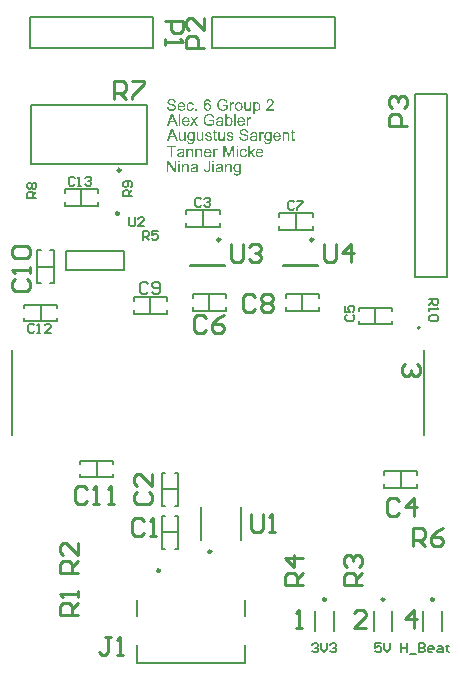
<source format=gbr>
G04*
G04 #@! TF.GenerationSoftware,Altium Limited,Altium Designer,25.3.3 (18)*
G04*
G04 Layer_Color=65535*
%FSLAX25Y25*%
%MOIN*%
G70*
G04*
G04 #@! TF.SameCoordinates,2E22F27B-A00B-49EA-A22F-E70647FCC6C8*
G04*
G04*
G04 #@! TF.FilePolarity,Positive*
G04*
G01*
G75*
%ADD10C,0.00787*%
%ADD11C,0.00984*%
%ADD12C,0.00591*%
%ADD13C,0.00600*%
%ADD14C,0.00500*%
%ADD15C,0.01000*%
%ADD16C,0.00800*%
G36*
X259255Y282905D02*
X259295D01*
X259345Y282900D01*
X259395Y282895D01*
X259515Y282875D01*
X259640Y282850D01*
X259770Y282815D01*
X259900Y282770D01*
X259905D01*
X259915Y282765D01*
X259930Y282755D01*
X259955Y282745D01*
X259985Y282730D01*
X260015Y282715D01*
X260090Y282675D01*
X260175Y282620D01*
X260265Y282555D01*
X260350Y282480D01*
X260425Y282395D01*
Y282390D01*
X260435Y282385D01*
X260445Y282370D01*
X260455Y282350D01*
X260475Y282330D01*
X260490Y282300D01*
X260535Y282225D01*
X260585Y282135D01*
X260630Y282030D01*
X260680Y281905D01*
X260720Y281765D01*
X260260Y281640D01*
Y281645D01*
X260255Y281655D01*
X260250Y281670D01*
X260245Y281690D01*
X260225Y281740D01*
X260200Y281810D01*
X260170Y281880D01*
X260135Y281960D01*
X260090Y282035D01*
X260045Y282100D01*
X260040Y282110D01*
X260020Y282130D01*
X259990Y282160D01*
X259950Y282200D01*
X259900Y282240D01*
X259835Y282285D01*
X259760Y282330D01*
X259675Y282370D01*
X259670D01*
X259665Y282375D01*
X259635Y282385D01*
X259585Y282405D01*
X259520Y282425D01*
X259445Y282440D01*
X259355Y282460D01*
X259255Y282470D01*
X259150Y282475D01*
X259090D01*
X259060Y282470D01*
X259025D01*
X258945Y282460D01*
X258850Y282450D01*
X258745Y282430D01*
X258645Y282400D01*
X258545Y282365D01*
X258540D01*
X258535Y282360D01*
X258505Y282345D01*
X258455Y282325D01*
X258400Y282290D01*
X258335Y282250D01*
X258265Y282205D01*
X258195Y282145D01*
X258135Y282085D01*
X258130Y282075D01*
X258110Y282055D01*
X258080Y282020D01*
X258045Y281975D01*
X258010Y281920D01*
X257970Y281855D01*
X257930Y281780D01*
X257895Y281705D01*
Y281700D01*
X257890Y281690D01*
X257880Y281670D01*
X257875Y281645D01*
X257860Y281610D01*
X257850Y281570D01*
X257835Y281525D01*
X257825Y281475D01*
X257795Y281360D01*
X257775Y281230D01*
X257755Y281085D01*
X257750Y280930D01*
Y280925D01*
Y280905D01*
Y280880D01*
X257755Y280845D01*
Y280800D01*
X257760Y280750D01*
X257765Y280690D01*
X257770Y280630D01*
X257795Y280495D01*
X257825Y280350D01*
X257865Y280205D01*
X257925Y280070D01*
Y280065D01*
X257935Y280055D01*
X257945Y280035D01*
X257960Y280015D01*
X257975Y279985D01*
X258000Y279950D01*
X258055Y279875D01*
X258125Y279795D01*
X258215Y279705D01*
X258315Y279625D01*
X258435Y279555D01*
X258440D01*
X258450Y279550D01*
X258470Y279540D01*
X258495Y279530D01*
X258525Y279515D01*
X258565Y279505D01*
X258605Y279490D01*
X258655Y279475D01*
X258760Y279440D01*
X258880Y279415D01*
X259015Y279395D01*
X259155Y279390D01*
X259210D01*
X259240Y279395D01*
X259275D01*
X259360Y279405D01*
X259460Y279420D01*
X259565Y279445D01*
X259680Y279475D01*
X259800Y279515D01*
X259805D01*
X259815Y279520D01*
X259830Y279530D01*
X259850Y279535D01*
X259910Y279560D01*
X259980Y279595D01*
X260055Y279635D01*
X260135Y279680D01*
X260210Y279730D01*
X260280Y279785D01*
Y280505D01*
X259150D01*
Y280960D01*
X260780D01*
Y279530D01*
X260775Y279525D01*
X260765Y279515D01*
X260745Y279500D01*
X260715Y279480D01*
X260680Y279455D01*
X260640Y279430D01*
X260595Y279400D01*
X260545Y279365D01*
X260425Y279290D01*
X260295Y279220D01*
X260155Y279145D01*
X260005Y279085D01*
X260000D01*
X259985Y279080D01*
X259965Y279070D01*
X259935Y279060D01*
X259900Y279050D01*
X259855Y279040D01*
X259805Y279025D01*
X259755Y279010D01*
X259630Y278985D01*
X259490Y278960D01*
X259340Y278940D01*
X259185Y278935D01*
X259130D01*
X259090Y278940D01*
X259040D01*
X258980Y278950D01*
X258915Y278955D01*
X258845Y278965D01*
X258765Y278980D01*
X258685Y278995D01*
X258510Y279035D01*
X258335Y279095D01*
X258245Y279135D01*
X258155Y279175D01*
X258150Y279180D01*
X258135Y279185D01*
X258110Y279200D01*
X258080Y279220D01*
X258040Y279245D01*
X257995Y279275D01*
X257950Y279315D01*
X257895Y279355D01*
X257840Y279400D01*
X257785Y279455D01*
X257725Y279510D01*
X257670Y279575D01*
X257610Y279640D01*
X257555Y279715D01*
X257505Y279790D01*
X257460Y279875D01*
Y279880D01*
X257450Y279895D01*
X257440Y279920D01*
X257425Y279955D01*
X257405Y280000D01*
X257385Y280050D01*
X257365Y280110D01*
X257345Y280175D01*
X257320Y280250D01*
X257300Y280330D01*
X257280Y280410D01*
X257260Y280500D01*
X257235Y280695D01*
X257230Y280795D01*
X257225Y280900D01*
Y280905D01*
Y280925D01*
Y280955D01*
X257230Y280995D01*
Y281045D01*
X257235Y281105D01*
X257245Y281170D01*
X257255Y281245D01*
X257265Y281320D01*
X257280Y281405D01*
X257320Y281580D01*
X257380Y281765D01*
X257415Y281860D01*
X257455Y281950D01*
X257460Y281955D01*
X257465Y281970D01*
X257480Y281995D01*
X257500Y282030D01*
X257525Y282070D01*
X257555Y282115D01*
X257590Y282165D01*
X257630Y282220D01*
X257675Y282280D01*
X257725Y282340D01*
X257780Y282400D01*
X257840Y282460D01*
X257975Y282570D01*
X258050Y282625D01*
X258130Y282670D01*
X258135Y282675D01*
X258150Y282680D01*
X258175Y282690D01*
X258210Y282710D01*
X258250Y282725D01*
X258300Y282745D01*
X258360Y282770D01*
X258425Y282790D01*
X258495Y282815D01*
X258575Y282835D01*
X258655Y282855D01*
X258745Y282875D01*
X258940Y282900D01*
X259040Y282905D01*
X259145Y282910D01*
X259215D01*
X259255Y282905D01*
D02*
G37*
G36*
X272730Y281835D02*
X272790Y281825D01*
X272865Y281805D01*
X272950Y281780D01*
X273035Y281740D01*
X273130Y281690D01*
X272965Y281255D01*
X272955Y281260D01*
X272935Y281270D01*
X272900Y281285D01*
X272855Y281305D01*
X272805Y281325D01*
X272745Y281340D01*
X272680Y281350D01*
X272615Y281355D01*
X272590D01*
X272560Y281350D01*
X272520Y281345D01*
X272480Y281330D01*
X272430Y281315D01*
X272385Y281290D01*
X272335Y281260D01*
X272330Y281255D01*
X272315Y281245D01*
X272295Y281220D01*
X272270Y281190D01*
X272240Y281155D01*
X272210Y281110D01*
X272185Y281060D01*
X272160Y281000D01*
Y280995D01*
X272155Y280990D01*
Y280975D01*
X272150Y280955D01*
X272135Y280905D01*
X272125Y280840D01*
X272110Y280755D01*
X272095Y280665D01*
X272090Y280560D01*
X272085Y280450D01*
Y279000D01*
X271615D01*
Y281785D01*
X272040D01*
Y281360D01*
X272045Y281370D01*
X272055Y281385D01*
X272065Y281405D01*
X272100Y281455D01*
X272135Y281515D01*
X272180Y281585D01*
X272230Y281650D01*
X272285Y281705D01*
X272335Y281750D01*
X272340Y281755D01*
X272360Y281765D01*
X272390Y281780D01*
X272425Y281800D01*
X272470Y281815D01*
X272525Y281830D01*
X272580Y281840D01*
X272640Y281845D01*
X272680D01*
X272730Y281835D01*
D02*
G37*
G36*
X254390Y280445D02*
X255410Y279000D01*
X254835D01*
X254255Y279860D01*
X254120Y280075D01*
X253370Y279000D01*
X252800D01*
X253820Y280440D01*
X252875Y281785D01*
X253450D01*
X253895Y281125D01*
X253900Y281115D01*
X253915Y281095D01*
X253935Y281060D01*
X253960Y281020D01*
X253990Y280970D01*
X254025Y280920D01*
X254055Y280870D01*
X254085Y280820D01*
X254090Y280830D01*
X254105Y280850D01*
X254130Y280880D01*
X254155Y280920D01*
X254190Y280970D01*
X254225Y281020D01*
X254300Y281125D01*
X254770Y281785D01*
X255335D01*
X254390Y280445D01*
D02*
G37*
G36*
X267900Y279000D02*
X267430D01*
Y282845D01*
X267900D01*
Y279000D01*
D02*
G37*
G36*
X262770Y281840D02*
X262850Y281835D01*
X262940Y281825D01*
X263040Y281810D01*
X263130Y281790D01*
X263220Y281760D01*
X263225D01*
X263230Y281755D01*
X263255Y281745D01*
X263295Y281725D01*
X263345Y281700D01*
X263400Y281670D01*
X263455Y281635D01*
X263505Y281590D01*
X263550Y281545D01*
X263555Y281540D01*
X263565Y281525D01*
X263585Y281495D01*
X263610Y281460D01*
X263635Y281415D01*
X263660Y281360D01*
X263680Y281300D01*
X263700Y281230D01*
Y281225D01*
X263705Y281205D01*
X263710Y281175D01*
X263715Y281130D01*
Y281070D01*
X263720Y280995D01*
X263725Y280905D01*
Y280795D01*
Y280165D01*
Y280160D01*
Y280135D01*
Y280105D01*
Y280060D01*
Y280010D01*
Y279950D01*
Y279885D01*
X263730Y279815D01*
Y279675D01*
X263735Y279540D01*
X263740Y279475D01*
Y279420D01*
X263745Y279375D01*
X263750Y279335D01*
Y279325D01*
X263755Y279305D01*
X263765Y279270D01*
X263775Y279230D01*
X263795Y279175D01*
X263815Y279120D01*
X263840Y279060D01*
X263870Y279000D01*
X263375D01*
X263370Y279005D01*
X263365Y279025D01*
X263350Y279055D01*
X263340Y279100D01*
X263320Y279150D01*
X263310Y279210D01*
X263295Y279275D01*
X263285Y279350D01*
X263280D01*
X263275Y279340D01*
X263260Y279330D01*
X263240Y279315D01*
X263190Y279275D01*
X263120Y279225D01*
X263045Y279175D01*
X262960Y279120D01*
X262865Y279070D01*
X262775Y279030D01*
X262770D01*
X262765Y279025D01*
X262750Y279020D01*
X262735Y279015D01*
X262685Y279000D01*
X262620Y278985D01*
X262545Y278970D01*
X262455Y278955D01*
X262360Y278945D01*
X262260Y278940D01*
X262215D01*
X262185Y278945D01*
X262145D01*
X262100Y278950D01*
X262000Y278970D01*
X261885Y278995D01*
X261770Y279035D01*
X261655Y279090D01*
X261605Y279120D01*
X261555Y279160D01*
X261550Y279165D01*
X261545Y279170D01*
X261515Y279200D01*
X261480Y279250D01*
X261435Y279315D01*
X261390Y279400D01*
X261350Y279495D01*
X261320Y279605D01*
X261315Y279665D01*
X261310Y279730D01*
Y279740D01*
Y279765D01*
X261315Y279805D01*
X261320Y279855D01*
X261330Y279910D01*
X261350Y279975D01*
X261370Y280040D01*
X261400Y280105D01*
X261405Y280115D01*
X261415Y280135D01*
X261440Y280165D01*
X261465Y280205D01*
X261500Y280245D01*
X261545Y280290D01*
X261590Y280335D01*
X261645Y280375D01*
X261650Y280380D01*
X261670Y280390D01*
X261705Y280410D01*
X261745Y280435D01*
X261795Y280460D01*
X261850Y280485D01*
X261915Y280510D01*
X261985Y280530D01*
X261990D01*
X262010Y280535D01*
X262045Y280545D01*
X262090Y280550D01*
X262150Y280565D01*
X262220Y280575D01*
X262305Y280585D01*
X262405Y280600D01*
X262410D01*
X262430Y280605D01*
X262460D01*
X262500Y280615D01*
X262545Y280620D01*
X262600Y280625D01*
X262660Y280635D01*
X262725Y280645D01*
X262860Y280670D01*
X263000Y280700D01*
X263130Y280730D01*
X263190Y280750D01*
X263245Y280765D01*
Y280770D01*
Y280780D01*
Y280795D01*
X263250Y280815D01*
Y280855D01*
Y280875D01*
Y280885D01*
Y280890D01*
Y280900D01*
Y280915D01*
Y280930D01*
X263245Y280985D01*
X263235Y281045D01*
X263215Y281115D01*
X263195Y281180D01*
X263160Y281245D01*
X263115Y281295D01*
X263105Y281300D01*
X263080Y281320D01*
X263040Y281345D01*
X262980Y281375D01*
X262900Y281405D01*
X262810Y281430D01*
X262700Y281450D01*
X262575Y281455D01*
X262520D01*
X262460Y281450D01*
X262390Y281440D01*
X262305Y281425D01*
X262225Y281405D01*
X262145Y281375D01*
X262080Y281335D01*
X262075Y281330D01*
X262055Y281315D01*
X262025Y281285D01*
X261995Y281240D01*
X261955Y281185D01*
X261920Y281115D01*
X261880Y281025D01*
X261850Y280925D01*
X261390Y280990D01*
Y280995D01*
X261395Y281005D01*
Y281020D01*
X261400Y281040D01*
X261415Y281095D01*
X261440Y281160D01*
X261465Y281235D01*
X261500Y281315D01*
X261545Y281395D01*
X261595Y281465D01*
X261600Y281475D01*
X261620Y281495D01*
X261655Y281525D01*
X261700Y281570D01*
X261760Y281615D01*
X261830Y281660D01*
X261915Y281705D01*
X262010Y281745D01*
X262015D01*
X262025Y281750D01*
X262040Y281755D01*
X262060Y281760D01*
X262085Y281770D01*
X262115Y281775D01*
X262195Y281795D01*
X262285Y281815D01*
X262395Y281830D01*
X262515Y281840D01*
X262645Y281845D01*
X262735D01*
X262770Y281840D01*
D02*
G37*
G36*
X249400Y279000D02*
X248930D01*
Y282845D01*
X249400D01*
Y279000D01*
D02*
G37*
G36*
X248585D02*
X248010D01*
X247565Y280165D01*
X245955D01*
X245535Y279000D01*
X245000D01*
X246465Y282845D01*
X247020D01*
X248585Y279000D01*
D02*
G37*
G36*
X269865Y281840D02*
X269910Y281835D01*
X269965Y281825D01*
X270030Y281815D01*
X270095Y281800D01*
X270165Y281780D01*
X270240Y281750D01*
X270315Y281720D01*
X270390Y281685D01*
X270470Y281640D01*
X270545Y281590D01*
X270615Y281530D01*
X270685Y281465D01*
X270690Y281460D01*
X270700Y281445D01*
X270720Y281425D01*
X270740Y281395D01*
X270765Y281355D01*
X270795Y281310D01*
X270830Y281255D01*
X270865Y281190D01*
X270895Y281115D01*
X270930Y281035D01*
X270960Y280950D01*
X270985Y280855D01*
X271005Y280750D01*
X271025Y280640D01*
X271035Y280520D01*
X271040Y280395D01*
Y280385D01*
Y280365D01*
Y280325D01*
X271035Y280270D01*
X268960D01*
Y280265D01*
Y280250D01*
X268965Y280225D01*
X268970Y280195D01*
X268975Y280155D01*
X268980Y280110D01*
X269000Y280010D01*
X269035Y279895D01*
X269080Y279780D01*
X269140Y279670D01*
X269175Y279620D01*
X269215Y279570D01*
X269220Y279565D01*
X269225Y279560D01*
X269240Y279550D01*
X269255Y279535D01*
X269310Y279495D01*
X269375Y279450D01*
X269460Y279405D01*
X269560Y279370D01*
X269675Y279340D01*
X269735Y279335D01*
X269800Y279330D01*
X269845D01*
X269890Y279335D01*
X269955Y279345D01*
X270020Y279365D01*
X270095Y279385D01*
X270170Y279420D01*
X270240Y279465D01*
X270250Y279470D01*
X270270Y279490D01*
X270305Y279525D01*
X270345Y279570D01*
X270390Y279630D01*
X270440Y279710D01*
X270490Y279800D01*
X270530Y279905D01*
X271020Y279840D01*
Y279835D01*
X271015Y279820D01*
X271010Y279800D01*
X270995Y279770D01*
X270985Y279735D01*
X270965Y279690D01*
X270925Y279595D01*
X270865Y279490D01*
X270790Y279380D01*
X270700Y279270D01*
X270595Y279175D01*
X270590D01*
X270580Y279165D01*
X270565Y279155D01*
X270540Y279140D01*
X270510Y279120D01*
X270470Y279100D01*
X270430Y279080D01*
X270380Y279060D01*
X270325Y279035D01*
X270265Y279015D01*
X270200Y278995D01*
X270130Y278975D01*
X269975Y278950D01*
X269890Y278945D01*
X269800Y278940D01*
X269775D01*
X269740Y278945D01*
X269700D01*
X269650Y278950D01*
X269590Y278960D01*
X269520Y278970D01*
X269450Y278985D01*
X269375Y279005D01*
X269295Y279030D01*
X269215Y279060D01*
X269135Y279100D01*
X269055Y279140D01*
X268975Y279190D01*
X268900Y279250D01*
X268830Y279315D01*
X268825Y279320D01*
X268815Y279335D01*
X268795Y279355D01*
X268775Y279385D01*
X268750Y279425D01*
X268720Y279470D01*
X268685Y279525D01*
X268655Y279585D01*
X268620Y279660D01*
X268585Y279735D01*
X268555Y279825D01*
X268530Y279915D01*
X268510Y280020D01*
X268490Y280125D01*
X268480Y280240D01*
X268475Y280365D01*
Y280375D01*
Y280395D01*
X268480Y280435D01*
Y280480D01*
X268485Y280540D01*
X268495Y280610D01*
X268505Y280685D01*
X268520Y280765D01*
X268540Y280850D01*
X268565Y280940D01*
X268590Y281030D01*
X268625Y281120D01*
X268670Y281210D01*
X268715Y281300D01*
X268770Y281380D01*
X268835Y281455D01*
X268840Y281460D01*
X268850Y281470D01*
X268870Y281490D01*
X268900Y281515D01*
X268935Y281545D01*
X268980Y281580D01*
X269030Y281615D01*
X269085Y281650D01*
X269150Y281685D01*
X269220Y281720D01*
X269300Y281755D01*
X269380Y281785D01*
X269470Y281810D01*
X269565Y281830D01*
X269665Y281840D01*
X269770Y281845D01*
X269825D01*
X269865Y281840D01*
D02*
G37*
G36*
X264915Y281465D02*
X264920Y281470D01*
X264930Y281480D01*
X264945Y281500D01*
X264970Y281525D01*
X265000Y281555D01*
X265035Y281585D01*
X265075Y281620D01*
X265120Y281655D01*
X265175Y281690D01*
X265230Y281725D01*
X265295Y281755D01*
X265360Y281785D01*
X265430Y281810D01*
X265510Y281830D01*
X265590Y281840D01*
X265675Y281845D01*
X265720D01*
X265770Y281840D01*
X265835Y281830D01*
X265910Y281820D01*
X265990Y281800D01*
X266080Y281775D01*
X266165Y281740D01*
X266170D01*
X266175Y281735D01*
X266205Y281720D01*
X266245Y281695D01*
X266300Y281665D01*
X266360Y281620D01*
X266420Y281570D01*
X266480Y281510D01*
X266540Y281445D01*
X266545Y281435D01*
X266565Y281410D01*
X266590Y281375D01*
X266625Y281320D01*
X266665Y281255D01*
X266705Y281175D01*
X266740Y281090D01*
X266775Y280995D01*
Y280990D01*
X266780Y280985D01*
X266785Y280970D01*
X266790Y280950D01*
X266800Y280895D01*
X266820Y280825D01*
X266835Y280745D01*
X266845Y280645D01*
X266855Y280540D01*
X266860Y280430D01*
Y280420D01*
Y280400D01*
Y280360D01*
X266855Y280310D01*
X266850Y280250D01*
X266840Y280185D01*
X266830Y280105D01*
X266815Y280025D01*
X266795Y279935D01*
X266775Y279845D01*
X266745Y279755D01*
X266710Y279660D01*
X266670Y279570D01*
X266620Y279485D01*
X266570Y279400D01*
X266505Y279325D01*
X266500Y279320D01*
X266490Y279310D01*
X266470Y279290D01*
X266440Y279265D01*
X266410Y279235D01*
X266365Y279205D01*
X266320Y279170D01*
X266265Y279135D01*
X266205Y279095D01*
X266140Y279060D01*
X266070Y279030D01*
X265995Y279000D01*
X265915Y278975D01*
X265830Y278955D01*
X265740Y278945D01*
X265650Y278940D01*
X265630D01*
X265605Y278945D01*
X265570D01*
X265530Y278955D01*
X265480Y278960D01*
X265425Y278975D01*
X265370Y278990D01*
X265310Y279015D01*
X265245Y279040D01*
X265185Y279075D01*
X265120Y279115D01*
X265055Y279160D01*
X264995Y279215D01*
X264935Y279280D01*
X264880Y279350D01*
Y279000D01*
X264445D01*
Y282845D01*
X264915D01*
Y281465D01*
D02*
G37*
G36*
X251365Y281840D02*
X251410Y281835D01*
X251465Y281825D01*
X251530Y281815D01*
X251595Y281800D01*
X251665Y281780D01*
X251740Y281750D01*
X251815Y281720D01*
X251890Y281685D01*
X251970Y281640D01*
X252045Y281590D01*
X252115Y281530D01*
X252185Y281465D01*
X252190Y281460D01*
X252200Y281445D01*
X252220Y281425D01*
X252240Y281395D01*
X252265Y281355D01*
X252295Y281310D01*
X252330Y281255D01*
X252365Y281190D01*
X252395Y281115D01*
X252430Y281035D01*
X252460Y280950D01*
X252485Y280855D01*
X252505Y280750D01*
X252525Y280640D01*
X252535Y280520D01*
X252540Y280395D01*
Y280385D01*
Y280365D01*
Y280325D01*
X252535Y280270D01*
X250460D01*
Y280265D01*
Y280250D01*
X250465Y280225D01*
X250470Y280195D01*
X250475Y280155D01*
X250480Y280110D01*
X250500Y280010D01*
X250535Y279895D01*
X250580Y279780D01*
X250640Y279670D01*
X250675Y279620D01*
X250715Y279570D01*
X250720Y279565D01*
X250725Y279560D01*
X250740Y279550D01*
X250755Y279535D01*
X250810Y279495D01*
X250875Y279450D01*
X250960Y279405D01*
X251060Y279370D01*
X251175Y279340D01*
X251235Y279335D01*
X251300Y279330D01*
X251345D01*
X251390Y279335D01*
X251455Y279345D01*
X251520Y279365D01*
X251595Y279385D01*
X251670Y279420D01*
X251740Y279465D01*
X251750Y279470D01*
X251770Y279490D01*
X251805Y279525D01*
X251845Y279570D01*
X251890Y279630D01*
X251940Y279710D01*
X251990Y279800D01*
X252030Y279905D01*
X252520Y279840D01*
Y279835D01*
X252515Y279820D01*
X252510Y279800D01*
X252495Y279770D01*
X252485Y279735D01*
X252465Y279690D01*
X252425Y279595D01*
X252365Y279490D01*
X252290Y279380D01*
X252200Y279270D01*
X252095Y279175D01*
X252090D01*
X252080Y279165D01*
X252065Y279155D01*
X252040Y279140D01*
X252010Y279120D01*
X251970Y279100D01*
X251930Y279080D01*
X251880Y279060D01*
X251825Y279035D01*
X251765Y279015D01*
X251700Y278995D01*
X251630Y278975D01*
X251475Y278950D01*
X251390Y278945D01*
X251300Y278940D01*
X251275D01*
X251240Y278945D01*
X251200D01*
X251150Y278950D01*
X251090Y278960D01*
X251020Y278970D01*
X250950Y278985D01*
X250875Y279005D01*
X250795Y279030D01*
X250715Y279060D01*
X250635Y279100D01*
X250555Y279140D01*
X250475Y279190D01*
X250400Y279250D01*
X250330Y279315D01*
X250325Y279320D01*
X250315Y279335D01*
X250295Y279355D01*
X250275Y279385D01*
X250250Y279425D01*
X250220Y279470D01*
X250185Y279525D01*
X250155Y279585D01*
X250120Y279660D01*
X250085Y279735D01*
X250055Y279825D01*
X250030Y279915D01*
X250010Y280020D01*
X249990Y280125D01*
X249980Y280240D01*
X249975Y280365D01*
Y280375D01*
Y280395D01*
X249980Y280435D01*
Y280480D01*
X249985Y280540D01*
X249995Y280610D01*
X250005Y280685D01*
X250020Y280765D01*
X250040Y280850D01*
X250065Y280940D01*
X250090Y281030D01*
X250125Y281120D01*
X250170Y281210D01*
X250215Y281300D01*
X250270Y281380D01*
X250335Y281455D01*
X250340Y281460D01*
X250350Y281470D01*
X250370Y281490D01*
X250400Y281515D01*
X250435Y281545D01*
X250480Y281580D01*
X250530Y281615D01*
X250585Y281650D01*
X250650Y281685D01*
X250720Y281720D01*
X250800Y281755D01*
X250880Y281785D01*
X250970Y281810D01*
X251065Y281830D01*
X251165Y281840D01*
X251270Y281845D01*
X251325D01*
X251365Y281840D01*
D02*
G37*
G36*
X258640Y287855D02*
X258680Y287850D01*
X258725Y287845D01*
X258775Y287840D01*
X258830Y287830D01*
X258945Y287800D01*
X259070Y287755D01*
X259135Y287725D01*
X259195Y287690D01*
X259255Y287650D01*
X259310Y287605D01*
X259315Y287600D01*
X259325Y287595D01*
X259335Y287580D01*
X259355Y287560D01*
X259380Y287530D01*
X259405Y287500D01*
X259435Y287465D01*
X259465Y287420D01*
X259495Y287375D01*
X259525Y287320D01*
X259550Y287265D01*
X259580Y287200D01*
X259630Y287065D01*
X259645Y286985D01*
X259660Y286905D01*
X259190Y286870D01*
Y286875D01*
X259185Y286880D01*
Y286895D01*
X259180Y286915D01*
X259165Y286965D01*
X259145Y287025D01*
X259120Y287090D01*
X259085Y287155D01*
X259050Y287215D01*
X259010Y287270D01*
X259000Y287280D01*
X258975Y287300D01*
X258935Y287335D01*
X258880Y287370D01*
X258810Y287405D01*
X258730Y287440D01*
X258635Y287460D01*
X258535Y287470D01*
X258495D01*
X258455Y287465D01*
X258400Y287455D01*
X258340Y287440D01*
X258270Y287415D01*
X258205Y287385D01*
X258135Y287340D01*
X258125Y287335D01*
X258100Y287310D01*
X258060Y287275D01*
X258010Y287220D01*
X257955Y287155D01*
X257895Y287075D01*
X257840Y286980D01*
X257785Y286870D01*
Y286865D01*
X257780Y286855D01*
X257775Y286840D01*
X257765Y286815D01*
X257755Y286780D01*
X257745Y286740D01*
X257735Y286695D01*
X257720Y286645D01*
X257710Y286585D01*
X257700Y286515D01*
X257690Y286445D01*
X257680Y286365D01*
X257670Y286280D01*
X257660Y286185D01*
X257655Y286085D01*
Y285985D01*
X257665Y285990D01*
X257685Y286025D01*
X257720Y286070D01*
X257770Y286125D01*
X257830Y286190D01*
X257900Y286250D01*
X257980Y286315D01*
X258070Y286365D01*
X258075D01*
X258080Y286370D01*
X258095Y286375D01*
X258115Y286385D01*
X258160Y286405D01*
X258225Y286430D01*
X258305Y286455D01*
X258390Y286475D01*
X258485Y286490D01*
X258585Y286495D01*
X258630D01*
X258665Y286490D01*
X258705Y286485D01*
X258755Y286475D01*
X258805Y286465D01*
X258865Y286450D01*
X258925Y286435D01*
X258990Y286410D01*
X259055Y286380D01*
X259125Y286350D01*
X259195Y286305D01*
X259260Y286260D01*
X259325Y286205D01*
X259390Y286145D01*
X259395Y286140D01*
X259405Y286130D01*
X259420Y286110D01*
X259445Y286080D01*
X259470Y286045D01*
X259495Y286005D01*
X259525Y285955D01*
X259560Y285900D01*
X259590Y285840D01*
X259620Y285770D01*
X259645Y285700D01*
X259675Y285620D01*
X259695Y285530D01*
X259710Y285440D01*
X259720Y285345D01*
X259725Y285245D01*
Y285240D01*
Y285230D01*
Y285210D01*
Y285185D01*
X259720Y285150D01*
X259715Y285115D01*
X259705Y285025D01*
X259685Y284925D01*
X259660Y284810D01*
X259620Y284695D01*
X259565Y284575D01*
Y284570D01*
X259560Y284560D01*
X259550Y284545D01*
X259535Y284525D01*
X259500Y284470D01*
X259455Y284400D01*
X259390Y284325D01*
X259320Y284245D01*
X259235Y284170D01*
X259135Y284100D01*
X259130D01*
X259125Y284095D01*
X259110Y284085D01*
X259090Y284075D01*
X259060Y284060D01*
X259030Y284050D01*
X258955Y284020D01*
X258865Y283985D01*
X258760Y283960D01*
X258645Y283940D01*
X258520Y283935D01*
X258495D01*
X258465Y283940D01*
X258420D01*
X258370Y283950D01*
X258315Y283960D01*
X258250Y283970D01*
X258180Y283990D01*
X258105Y284010D01*
X258025Y284040D01*
X257945Y284075D01*
X257865Y284115D01*
X257785Y284165D01*
X257705Y284225D01*
X257630Y284290D01*
X257555Y284365D01*
X257550Y284370D01*
X257540Y284385D01*
X257520Y284410D01*
X257495Y284450D01*
X257470Y284495D01*
X257440Y284555D01*
X257405Y284625D01*
X257370Y284705D01*
X257335Y284800D01*
X257300Y284905D01*
X257270Y285025D01*
X257245Y285150D01*
X257220Y285295D01*
X257200Y285450D01*
X257190Y285615D01*
X257185Y285795D01*
Y285800D01*
Y285810D01*
Y285825D01*
Y285845D01*
Y285870D01*
X257190Y285900D01*
Y285975D01*
X257200Y286070D01*
X257205Y286175D01*
X257220Y286290D01*
X257235Y286415D01*
X257260Y286545D01*
X257285Y286680D01*
X257320Y286815D01*
X257360Y286950D01*
X257405Y287080D01*
X257460Y287200D01*
X257525Y287315D01*
X257595Y287415D01*
X257600Y287420D01*
X257610Y287435D01*
X257630Y287455D01*
X257660Y287485D01*
X257695Y287520D01*
X257740Y287555D01*
X257795Y287595D01*
X257850Y287640D01*
X257915Y287680D01*
X257990Y287720D01*
X258070Y287755D01*
X258155Y287790D01*
X258250Y287820D01*
X258350Y287840D01*
X258455Y287855D01*
X258565Y287860D01*
X258610D01*
X258640Y287855D01*
D02*
G37*
G36*
X246605Y287905D02*
X246645D01*
X246695Y287900D01*
X246750Y287895D01*
X246865Y287875D01*
X246990Y287850D01*
X247120Y287815D01*
X247245Y287770D01*
X247250D01*
X247260Y287765D01*
X247275Y287755D01*
X247300Y287745D01*
X247360Y287710D01*
X247430Y287665D01*
X247515Y287610D01*
X247595Y287540D01*
X247680Y287455D01*
X247750Y287360D01*
Y287355D01*
X247760Y287350D01*
X247765Y287335D01*
X247780Y287315D01*
X247790Y287290D01*
X247805Y287260D01*
X247840Y287185D01*
X247875Y287095D01*
X247905Y286995D01*
X247930Y286880D01*
X247940Y286760D01*
X247450Y286725D01*
Y286730D01*
Y286740D01*
X247445Y286760D01*
X247440Y286785D01*
X247435Y286815D01*
X247425Y286850D01*
X247400Y286930D01*
X247365Y287015D01*
X247320Y287105D01*
X247260Y287195D01*
X247180Y287270D01*
X247170Y287280D01*
X247155Y287285D01*
X247140Y287300D01*
X247115Y287315D01*
X247085Y287330D01*
X247050Y287345D01*
X247015Y287365D01*
X246970Y287380D01*
X246920Y287395D01*
X246865Y287410D01*
X246805Y287425D01*
X246740Y287440D01*
X246670Y287445D01*
X246595Y287455D01*
X246440D01*
X246400Y287450D01*
X246360Y287445D01*
X246260Y287435D01*
X246150Y287415D01*
X246040Y287385D01*
X245935Y287340D01*
X245885Y287315D01*
X245845Y287285D01*
X245835Y287275D01*
X245810Y287255D01*
X245780Y287220D01*
X245740Y287170D01*
X245700Y287110D01*
X245670Y287040D01*
X245645Y286960D01*
X245635Y286875D01*
Y286865D01*
Y286840D01*
X245645Y286805D01*
X245655Y286755D01*
X245670Y286700D01*
X245695Y286645D01*
X245730Y286590D01*
X245780Y286535D01*
X245790Y286530D01*
X245800Y286520D01*
X245815Y286515D01*
X245835Y286500D01*
X245860Y286485D01*
X245895Y286470D01*
X245930Y286455D01*
X245980Y286435D01*
X246035Y286410D01*
X246095Y286390D01*
X246165Y286365D01*
X246245Y286340D01*
X246335Y286315D01*
X246435Y286290D01*
X246545Y286265D01*
X246550D01*
X246570Y286260D01*
X246605Y286250D01*
X246645Y286240D01*
X246695Y286230D01*
X246755Y286215D01*
X246815Y286200D01*
X246885Y286180D01*
X247025Y286145D01*
X247165Y286105D01*
X247230Y286080D01*
X247295Y286060D01*
X247350Y286040D01*
X247395Y286020D01*
X247400D01*
X247410Y286015D01*
X247425Y286005D01*
X247450Y285990D01*
X247510Y285960D01*
X247585Y285915D01*
X247665Y285855D01*
X247745Y285790D01*
X247825Y285710D01*
X247890Y285625D01*
Y285620D01*
X247895Y285615D01*
X247905Y285600D01*
X247915Y285585D01*
X247940Y285535D01*
X247975Y285470D01*
X248005Y285390D01*
X248030Y285295D01*
X248050Y285195D01*
X248055Y285080D01*
Y285075D01*
Y285065D01*
Y285050D01*
X248050Y285030D01*
Y285000D01*
X248045Y284970D01*
X248035Y284895D01*
X248010Y284805D01*
X247980Y284710D01*
X247935Y284605D01*
X247875Y284505D01*
Y284500D01*
X247865Y284495D01*
X247855Y284480D01*
X247845Y284460D01*
X247800Y284410D01*
X247745Y284350D01*
X247675Y284285D01*
X247590Y284215D01*
X247485Y284145D01*
X247370Y284085D01*
X247365D01*
X247355Y284080D01*
X247335Y284070D01*
X247315Y284060D01*
X247280Y284050D01*
X247245Y284040D01*
X247205Y284025D01*
X247155Y284010D01*
X247050Y283985D01*
X246925Y283960D01*
X246785Y283940D01*
X246635Y283935D01*
X246585D01*
X246550Y283940D01*
X246505D01*
X246450Y283945D01*
X246395Y283950D01*
X246330Y283955D01*
X246195Y283970D01*
X246045Y284000D01*
X245900Y284035D01*
X245760Y284085D01*
X245755D01*
X245745Y284090D01*
X245725Y284100D01*
X245700Y284115D01*
X245675Y284130D01*
X245640Y284150D01*
X245560Y284200D01*
X245470Y284265D01*
X245380Y284345D01*
X245290Y284440D01*
X245210Y284545D01*
Y284550D01*
X245200Y284560D01*
X245190Y284575D01*
X245180Y284600D01*
X245165Y284630D01*
X245145Y284660D01*
X245130Y284700D01*
X245110Y284745D01*
X245070Y284850D01*
X245035Y284965D01*
X245010Y285100D01*
X245000Y285240D01*
X245480Y285280D01*
Y285275D01*
Y285265D01*
X245485Y285250D01*
Y285230D01*
X245495Y285180D01*
X245510Y285110D01*
X245530Y285035D01*
X245560Y284955D01*
X245595Y284875D01*
X245635Y284800D01*
X245640Y284790D01*
X245660Y284770D01*
X245690Y284735D01*
X245730Y284695D01*
X245785Y284645D01*
X245850Y284595D01*
X245930Y284545D01*
X246020Y284500D01*
X246025D01*
X246030Y284495D01*
X246045Y284490D01*
X246065Y284485D01*
X246090Y284475D01*
X246120Y284465D01*
X246195Y284445D01*
X246280Y284425D01*
X246380Y284405D01*
X246490Y284395D01*
X246610Y284390D01*
X246660D01*
X246715Y284395D01*
X246785Y284400D01*
X246860Y284410D01*
X246950Y284425D01*
X247035Y284445D01*
X247120Y284475D01*
X247125D01*
X247130Y284480D01*
X247155Y284490D01*
X247195Y284510D01*
X247245Y284535D01*
X247300Y284570D01*
X247355Y284610D01*
X247410Y284655D01*
X247455Y284710D01*
X247460Y284715D01*
X247470Y284735D01*
X247490Y284770D01*
X247510Y284810D01*
X247530Y284860D01*
X247550Y284915D01*
X247560Y284975D01*
X247565Y285040D01*
Y285050D01*
Y285070D01*
X247560Y285105D01*
X247550Y285145D01*
X247540Y285195D01*
X247520Y285250D01*
X247490Y285305D01*
X247455Y285355D01*
X247450Y285360D01*
X247435Y285380D01*
X247410Y285405D01*
X247375Y285435D01*
X247325Y285470D01*
X247265Y285505D01*
X247195Y285545D01*
X247110Y285580D01*
X247100Y285585D01*
X247080Y285590D01*
X247060Y285600D01*
X247035Y285605D01*
X247005Y285615D01*
X246965Y285625D01*
X246925Y285640D01*
X246875Y285650D01*
X246820Y285665D01*
X246755Y285685D01*
X246685Y285700D01*
X246605Y285720D01*
X246520Y285740D01*
X246425Y285765D01*
X246420D01*
X246400Y285770D01*
X246375Y285780D01*
X246340Y285785D01*
X246295Y285800D01*
X246250Y285810D01*
X246135Y285845D01*
X246015Y285880D01*
X245890Y285925D01*
X245780Y285965D01*
X245730Y285990D01*
X245685Y286010D01*
X245680D01*
X245675Y286015D01*
X245660Y286025D01*
X245640Y286035D01*
X245590Y286065D01*
X245530Y286110D01*
X245465Y286160D01*
X245395Y286220D01*
X245330Y286290D01*
X245275Y286365D01*
Y286370D01*
X245270Y286375D01*
X245255Y286405D01*
X245235Y286445D01*
X245210Y286505D01*
X245185Y286575D01*
X245165Y286660D01*
X245150Y286750D01*
X245145Y286845D01*
Y286850D01*
Y286860D01*
Y286875D01*
X245150Y286895D01*
X245155Y286950D01*
X245165Y287025D01*
X245185Y287110D01*
X245215Y287200D01*
X245255Y287295D01*
X245310Y287390D01*
Y287395D01*
X245320Y287400D01*
X245340Y287430D01*
X245380Y287480D01*
X245430Y287535D01*
X245500Y287595D01*
X245580Y287660D01*
X245680Y287720D01*
X245790Y287775D01*
X245795D01*
X245805Y287780D01*
X245820Y287790D01*
X245845Y287795D01*
X245875Y287805D01*
X245910Y287820D01*
X245950Y287830D01*
X245995Y287845D01*
X246100Y287865D01*
X246220Y287890D01*
X246355Y287905D01*
X246495Y287910D01*
X246565D01*
X246605Y287905D01*
D02*
G37*
G36*
X263775D02*
X263815D01*
X263865Y287900D01*
X263915Y287895D01*
X264035Y287875D01*
X264160Y287850D01*
X264290Y287815D01*
X264420Y287770D01*
X264425D01*
X264435Y287765D01*
X264450Y287755D01*
X264475Y287745D01*
X264505Y287730D01*
X264535Y287715D01*
X264610Y287675D01*
X264695Y287620D01*
X264785Y287555D01*
X264870Y287480D01*
X264945Y287395D01*
Y287390D01*
X264955Y287385D01*
X264965Y287370D01*
X264975Y287350D01*
X264995Y287330D01*
X265010Y287300D01*
X265055Y287225D01*
X265105Y287135D01*
X265150Y287030D01*
X265200Y286905D01*
X265240Y286765D01*
X264780Y286640D01*
Y286645D01*
X264775Y286655D01*
X264770Y286670D01*
X264765Y286690D01*
X264745Y286740D01*
X264720Y286810D01*
X264690Y286880D01*
X264655Y286960D01*
X264610Y287035D01*
X264565Y287100D01*
X264560Y287110D01*
X264540Y287130D01*
X264510Y287160D01*
X264470Y287200D01*
X264420Y287240D01*
X264355Y287285D01*
X264280Y287330D01*
X264195Y287370D01*
X264190D01*
X264185Y287375D01*
X264155Y287385D01*
X264105Y287405D01*
X264040Y287425D01*
X263965Y287440D01*
X263875Y287460D01*
X263775Y287470D01*
X263670Y287475D01*
X263610D01*
X263580Y287470D01*
X263545D01*
X263465Y287460D01*
X263370Y287450D01*
X263265Y287430D01*
X263165Y287400D01*
X263065Y287365D01*
X263060D01*
X263055Y287360D01*
X263025Y287345D01*
X262975Y287325D01*
X262920Y287290D01*
X262855Y287250D01*
X262785Y287205D01*
X262715Y287145D01*
X262655Y287085D01*
X262650Y287075D01*
X262630Y287055D01*
X262600Y287020D01*
X262565Y286975D01*
X262530Y286920D01*
X262490Y286855D01*
X262450Y286780D01*
X262415Y286705D01*
Y286700D01*
X262410Y286690D01*
X262400Y286670D01*
X262395Y286645D01*
X262380Y286610D01*
X262370Y286570D01*
X262355Y286525D01*
X262345Y286475D01*
X262315Y286360D01*
X262295Y286230D01*
X262275Y286085D01*
X262270Y285930D01*
Y285925D01*
Y285905D01*
Y285880D01*
X262275Y285845D01*
Y285800D01*
X262280Y285750D01*
X262285Y285690D01*
X262290Y285630D01*
X262315Y285495D01*
X262345Y285350D01*
X262385Y285205D01*
X262445Y285070D01*
Y285065D01*
X262455Y285055D01*
X262465Y285035D01*
X262480Y285015D01*
X262495Y284985D01*
X262520Y284950D01*
X262575Y284875D01*
X262645Y284795D01*
X262735Y284705D01*
X262835Y284625D01*
X262955Y284555D01*
X262960D01*
X262970Y284550D01*
X262990Y284540D01*
X263015Y284530D01*
X263045Y284515D01*
X263085Y284505D01*
X263125Y284490D01*
X263175Y284475D01*
X263280Y284440D01*
X263400Y284415D01*
X263535Y284395D01*
X263675Y284390D01*
X263730D01*
X263760Y284395D01*
X263795D01*
X263880Y284405D01*
X263980Y284420D01*
X264085Y284445D01*
X264200Y284475D01*
X264320Y284515D01*
X264325D01*
X264335Y284520D01*
X264350Y284530D01*
X264370Y284535D01*
X264430Y284560D01*
X264500Y284595D01*
X264575Y284635D01*
X264655Y284680D01*
X264730Y284730D01*
X264800Y284785D01*
Y285505D01*
X263670D01*
Y285960D01*
X265300D01*
Y284530D01*
X265295Y284525D01*
X265285Y284515D01*
X265265Y284500D01*
X265235Y284480D01*
X265200Y284455D01*
X265160Y284430D01*
X265115Y284400D01*
X265065Y284365D01*
X264945Y284290D01*
X264815Y284220D01*
X264675Y284145D01*
X264525Y284085D01*
X264520D01*
X264505Y284080D01*
X264485Y284070D01*
X264455Y284060D01*
X264420Y284050D01*
X264375Y284040D01*
X264325Y284025D01*
X264275Y284010D01*
X264150Y283985D01*
X264010Y283960D01*
X263860Y283940D01*
X263705Y283935D01*
X263650D01*
X263610Y283940D01*
X263560D01*
X263500Y283950D01*
X263435Y283955D01*
X263365Y283965D01*
X263285Y283980D01*
X263205Y283995D01*
X263030Y284035D01*
X262855Y284095D01*
X262765Y284135D01*
X262675Y284175D01*
X262670Y284180D01*
X262655Y284185D01*
X262630Y284200D01*
X262600Y284220D01*
X262560Y284245D01*
X262515Y284275D01*
X262470Y284315D01*
X262415Y284355D01*
X262360Y284400D01*
X262305Y284455D01*
X262245Y284510D01*
X262190Y284575D01*
X262130Y284640D01*
X262075Y284715D01*
X262025Y284790D01*
X261980Y284875D01*
Y284880D01*
X261970Y284895D01*
X261960Y284920D01*
X261945Y284955D01*
X261925Y285000D01*
X261905Y285050D01*
X261885Y285110D01*
X261865Y285175D01*
X261840Y285250D01*
X261820Y285330D01*
X261800Y285410D01*
X261780Y285500D01*
X261755Y285695D01*
X261750Y285795D01*
X261745Y285900D01*
Y285905D01*
Y285925D01*
Y285955D01*
X261750Y285995D01*
Y286045D01*
X261755Y286105D01*
X261765Y286170D01*
X261775Y286245D01*
X261785Y286320D01*
X261800Y286405D01*
X261840Y286580D01*
X261900Y286765D01*
X261935Y286860D01*
X261975Y286950D01*
X261980Y286955D01*
X261985Y286970D01*
X262000Y286995D01*
X262020Y287030D01*
X262045Y287070D01*
X262075Y287115D01*
X262110Y287165D01*
X262150Y287220D01*
X262195Y287280D01*
X262245Y287340D01*
X262300Y287400D01*
X262360Y287460D01*
X262495Y287570D01*
X262570Y287625D01*
X262650Y287670D01*
X262655Y287675D01*
X262670Y287680D01*
X262695Y287690D01*
X262730Y287710D01*
X262770Y287725D01*
X262820Y287745D01*
X262880Y287770D01*
X262945Y287790D01*
X263015Y287815D01*
X263095Y287835D01*
X263175Y287855D01*
X263265Y287875D01*
X263460Y287900D01*
X263560Y287905D01*
X263665Y287910D01*
X263735D01*
X263775Y287905D01*
D02*
G37*
G36*
X275045Y286840D02*
X275075D01*
X275115Y286835D01*
X275200Y286820D01*
X275295Y286800D01*
X275405Y286765D01*
X275510Y286720D01*
X275615Y286660D01*
X275620D01*
X275625Y286650D01*
X275640Y286640D01*
X275660Y286625D01*
X275710Y286585D01*
X275770Y286525D01*
X275835Y286450D01*
X275905Y286365D01*
X275970Y286260D01*
X276030Y286140D01*
Y286135D01*
X276035Y286125D01*
X276045Y286105D01*
X276050Y286080D01*
X276065Y286050D01*
X276075Y286015D01*
X276085Y285970D01*
X276100Y285925D01*
X276125Y285815D01*
X276150Y285695D01*
X276165Y285555D01*
X276170Y285410D01*
Y285405D01*
Y285390D01*
Y285370D01*
Y285340D01*
X276165Y285300D01*
X276160Y285255D01*
X276155Y285210D01*
X276150Y285155D01*
X276130Y285035D01*
X276105Y284905D01*
X276065Y284770D01*
X276015Y284640D01*
Y284635D01*
X276010Y284625D01*
X276000Y284610D01*
X275985Y284585D01*
X275970Y284555D01*
X275950Y284525D01*
X275900Y284450D01*
X275835Y284365D01*
X275760Y284275D01*
X275670Y284195D01*
X275565Y284120D01*
X275560D01*
X275550Y284110D01*
X275535Y284105D01*
X275515Y284090D01*
X275490Y284080D01*
X275455Y284065D01*
X275380Y284030D01*
X275290Y283995D01*
X275185Y283970D01*
X275070Y283950D01*
X274950Y283940D01*
X274910D01*
X274865Y283945D01*
X274810Y283955D01*
X274745Y283965D01*
X274670Y283980D01*
X274600Y284005D01*
X274525Y284040D01*
X274515Y284045D01*
X274495Y284060D01*
X274460Y284080D01*
X274420Y284110D01*
X274370Y284145D01*
X274320Y284190D01*
X274270Y284235D01*
X274220Y284290D01*
Y282935D01*
X273750D01*
Y286785D01*
X274180D01*
Y286420D01*
X274185Y286430D01*
X274205Y286455D01*
X274240Y286490D01*
X274280Y286540D01*
X274330Y286590D01*
X274385Y286640D01*
X274450Y286690D01*
X274520Y286735D01*
X274530Y286740D01*
X274555Y286750D01*
X274595Y286770D01*
X274650Y286790D01*
X274720Y286810D01*
X274800Y286830D01*
X274890Y286840D01*
X274985Y286845D01*
X275020D01*
X275045Y286840D01*
D02*
G37*
G36*
X267100Y286835D02*
X267160Y286825D01*
X267235Y286805D01*
X267320Y286780D01*
X267405Y286740D01*
X267500Y286690D01*
X267335Y286255D01*
X267325Y286260D01*
X267305Y286270D01*
X267270Y286285D01*
X267225Y286305D01*
X267175Y286325D01*
X267115Y286340D01*
X267050Y286350D01*
X266985Y286355D01*
X266960D01*
X266930Y286350D01*
X266890Y286345D01*
X266850Y286330D01*
X266800Y286315D01*
X266755Y286290D01*
X266705Y286260D01*
X266700Y286255D01*
X266685Y286245D01*
X266665Y286220D01*
X266640Y286190D01*
X266610Y286155D01*
X266580Y286110D01*
X266555Y286060D01*
X266530Y286000D01*
Y285995D01*
X266525Y285990D01*
Y285975D01*
X266520Y285955D01*
X266505Y285905D01*
X266495Y285840D01*
X266480Y285755D01*
X266465Y285665D01*
X266460Y285560D01*
X266455Y285450D01*
Y284000D01*
X265985D01*
Y286785D01*
X266410D01*
Y286360D01*
X266415Y286370D01*
X266425Y286385D01*
X266435Y286405D01*
X266470Y286455D01*
X266505Y286515D01*
X266550Y286585D01*
X266600Y286650D01*
X266655Y286705D01*
X266705Y286750D01*
X266710Y286755D01*
X266730Y286765D01*
X266760Y286780D01*
X266795Y286800D01*
X266840Y286815D01*
X266895Y286830D01*
X266950Y286840D01*
X267010Y286845D01*
X267050D01*
X267100Y286835D01*
D02*
G37*
G36*
X252875Y286840D02*
X252915D01*
X252960Y286835D01*
X253005Y286825D01*
X253060Y286815D01*
X253175Y286790D01*
X253300Y286750D01*
X253420Y286690D01*
X253480Y286655D01*
X253535Y286615D01*
X253540Y286610D01*
X253550Y286605D01*
X253560Y286590D01*
X253580Y286575D01*
X253605Y286550D01*
X253630Y286520D01*
X253660Y286485D01*
X253690Y286450D01*
X253755Y286355D01*
X253815Y286245D01*
X253870Y286115D01*
X253910Y285965D01*
X253450Y285895D01*
Y285900D01*
X253445Y285905D01*
Y285920D01*
X253435Y285940D01*
X253420Y285990D01*
X253395Y286050D01*
X253360Y286115D01*
X253320Y286185D01*
X253275Y286250D01*
X253215Y286310D01*
X253210Y286315D01*
X253185Y286335D01*
X253150Y286355D01*
X253105Y286385D01*
X253045Y286410D01*
X252975Y286435D01*
X252900Y286450D01*
X252815Y286455D01*
X252780D01*
X252755Y286450D01*
X252725Y286445D01*
X252690Y286440D01*
X252610Y286425D01*
X252520Y286395D01*
X252425Y286350D01*
X252375Y286320D01*
X252330Y286285D01*
X252285Y286245D01*
X252240Y286200D01*
Y286195D01*
X252230Y286190D01*
X252220Y286175D01*
X252205Y286150D01*
X252190Y286125D01*
X252170Y286090D01*
X252150Y286050D01*
X252130Y286005D01*
X252110Y285950D01*
X252090Y285890D01*
X252070Y285825D01*
X252055Y285755D01*
X252040Y285675D01*
X252030Y285590D01*
X252025Y285495D01*
X252020Y285395D01*
Y285390D01*
Y285370D01*
Y285340D01*
X252025Y285305D01*
Y285255D01*
X252030Y285205D01*
X252040Y285145D01*
X252045Y285085D01*
X252070Y284950D01*
X252110Y284815D01*
X252160Y284690D01*
X252195Y284630D01*
X252230Y284580D01*
X252235Y284575D01*
X252240Y284570D01*
X252270Y284540D01*
X252315Y284500D01*
X252380Y284455D01*
X252460Y284410D01*
X252555Y284370D01*
X252665Y284340D01*
X252725Y284335D01*
X252790Y284330D01*
X252815D01*
X252835Y284335D01*
X252885Y284340D01*
X252950Y284350D01*
X253025Y284370D01*
X253100Y284400D01*
X253175Y284440D01*
X253250Y284495D01*
X253260Y284505D01*
X253280Y284525D01*
X253315Y284570D01*
X253350Y284625D01*
X253390Y284700D01*
X253430Y284790D01*
X253465Y284895D01*
X253490Y285020D01*
X253955Y284955D01*
Y284950D01*
X253950Y284935D01*
X253945Y284910D01*
X253940Y284875D01*
X253925Y284835D01*
X253915Y284790D01*
X253895Y284735D01*
X253875Y284680D01*
X253825Y284560D01*
X253755Y284435D01*
X253715Y284375D01*
X253670Y284315D01*
X253615Y284260D01*
X253560Y284205D01*
X253555Y284200D01*
X253545Y284195D01*
X253530Y284180D01*
X253505Y284165D01*
X253475Y284145D01*
X253440Y284120D01*
X253395Y284095D01*
X253350Y284075D01*
X253295Y284050D01*
X253235Y284025D01*
X253105Y283980D01*
X252960Y283950D01*
X252880Y283945D01*
X252795Y283940D01*
X252770D01*
X252740Y283945D01*
X252700D01*
X252650Y283950D01*
X252595Y283960D01*
X252535Y283970D01*
X252465Y283985D01*
X252395Y284005D01*
X252320Y284030D01*
X252245Y284060D01*
X252170Y284095D01*
X252095Y284140D01*
X252020Y284190D01*
X251945Y284245D01*
X251880Y284310D01*
X251875Y284315D01*
X251865Y284330D01*
X251850Y284350D01*
X251825Y284380D01*
X251800Y284420D01*
X251770Y284465D01*
X251740Y284520D01*
X251710Y284585D01*
X251675Y284655D01*
X251645Y284735D01*
X251615Y284825D01*
X251590Y284920D01*
X251565Y285025D01*
X251550Y285135D01*
X251540Y285255D01*
X251535Y285380D01*
Y285385D01*
Y285400D01*
Y285425D01*
Y285455D01*
X251540Y285495D01*
X251545Y285540D01*
Y285590D01*
X251555Y285645D01*
X251570Y285770D01*
X251595Y285900D01*
X251630Y286035D01*
X251680Y286165D01*
Y286170D01*
X251685Y286180D01*
X251695Y286200D01*
X251710Y286220D01*
X251745Y286280D01*
X251795Y286355D01*
X251855Y286440D01*
X251935Y286525D01*
X252030Y286605D01*
X252135Y286675D01*
X252140D01*
X252150Y286680D01*
X252165Y286690D01*
X252190Y286700D01*
X252215Y286715D01*
X252250Y286730D01*
X252335Y286760D01*
X252430Y286790D01*
X252545Y286820D01*
X252670Y286840D01*
X252800Y286845D01*
X252845D01*
X252875Y286840D01*
D02*
G37*
G36*
X273010Y284000D02*
X272590D01*
Y284410D01*
X272585Y284405D01*
X272575Y284390D01*
X272555Y284365D01*
X272530Y284335D01*
X272495Y284300D01*
X272455Y284260D01*
X272410Y284220D01*
X272355Y284175D01*
X272295Y284130D01*
X272230Y284090D01*
X272155Y284050D01*
X272080Y284015D01*
X271995Y283985D01*
X271905Y283960D01*
X271805Y283945D01*
X271705Y283940D01*
X271665D01*
X271615Y283945D01*
X271555Y283950D01*
X271485Y283960D01*
X271410Y283980D01*
X271325Y284000D01*
X271245Y284030D01*
X271235Y284035D01*
X271210Y284045D01*
X271170Y284070D01*
X271125Y284095D01*
X271075Y284130D01*
X271020Y284170D01*
X270970Y284215D01*
X270925Y284265D01*
X270920Y284270D01*
X270910Y284290D01*
X270890Y284320D01*
X270870Y284365D01*
X270845Y284415D01*
X270820Y284475D01*
X270800Y284545D01*
X270780Y284620D01*
Y284625D01*
X270775Y284645D01*
X270770Y284680D01*
Y284730D01*
X270765Y284790D01*
X270760Y284865D01*
X270755Y284955D01*
Y285060D01*
Y286785D01*
X271225D01*
Y285240D01*
Y285235D01*
Y285225D01*
Y285205D01*
Y285180D01*
Y285150D01*
Y285115D01*
X271230Y285040D01*
Y284955D01*
X271235Y284875D01*
X271240Y284800D01*
X271245Y284765D01*
X271250Y284740D01*
Y284730D01*
X271260Y284710D01*
X271270Y284675D01*
X271290Y284635D01*
X271315Y284590D01*
X271350Y284540D01*
X271390Y284495D01*
X271440Y284450D01*
X271445Y284445D01*
X271465Y284435D01*
X271495Y284415D01*
X271540Y284400D01*
X271590Y284380D01*
X271650Y284360D01*
X271720Y284350D01*
X271795Y284345D01*
X271830D01*
X271875Y284350D01*
X271925Y284360D01*
X271985Y284370D01*
X272055Y284390D01*
X272125Y284415D01*
X272195Y284450D01*
X272205Y284455D01*
X272225Y284470D01*
X272260Y284495D01*
X272300Y284530D01*
X272345Y284570D01*
X272385Y284620D01*
X272425Y284680D01*
X272460Y284745D01*
X272465Y284755D01*
X272475Y284780D01*
X272485Y284825D01*
X272500Y284885D01*
X272515Y284960D01*
X272530Y285055D01*
X272535Y285165D01*
X272540Y285290D01*
Y286785D01*
X273010D01*
Y284000D01*
D02*
G37*
G36*
X279450Y287855D02*
X279500Y287850D01*
X279555Y287845D01*
X279615Y287835D01*
X279680Y287820D01*
X279820Y287785D01*
X279890Y287760D01*
X279965Y287730D01*
X280040Y287695D01*
X280110Y287650D01*
X280175Y287605D01*
X280240Y287550D01*
X280245Y287545D01*
X280255Y287535D01*
X280270Y287520D01*
X280290Y287495D01*
X280315Y287465D01*
X280345Y287430D01*
X280370Y287390D01*
X280405Y287340D01*
X280435Y287290D01*
X280460Y287230D01*
X280515Y287100D01*
X280535Y287030D01*
X280550Y286955D01*
X280560Y286875D01*
X280565Y286790D01*
Y286780D01*
Y286750D01*
X280560Y286705D01*
X280555Y286645D01*
X280540Y286580D01*
X280525Y286500D01*
X280500Y286420D01*
X280470Y286335D01*
X280465Y286325D01*
X280450Y286295D01*
X280430Y286250D01*
X280395Y286195D01*
X280350Y286125D01*
X280295Y286045D01*
X280230Y285955D01*
X280155Y285865D01*
Y285860D01*
X280145Y285855D01*
X280130Y285840D01*
X280115Y285820D01*
X280090Y285795D01*
X280060Y285765D01*
X280025Y285730D01*
X279980Y285690D01*
X279935Y285645D01*
X279880Y285595D01*
X279820Y285535D01*
X279755Y285475D01*
X279680Y285410D01*
X279605Y285345D01*
X279515Y285270D01*
X279425Y285190D01*
X279420Y285185D01*
X279405Y285175D01*
X279385Y285155D01*
X279355Y285135D01*
X279325Y285105D01*
X279285Y285070D01*
X279200Y284995D01*
X279105Y284915D01*
X279015Y284835D01*
X278975Y284800D01*
X278940Y284765D01*
X278905Y284730D01*
X278880Y284705D01*
X278875Y284700D01*
X278860Y284685D01*
X278840Y284660D01*
X278810Y284625D01*
X278780Y284590D01*
X278745Y284545D01*
X278680Y284455D01*
X280570D01*
Y284000D01*
X278025D01*
Y284010D01*
Y284030D01*
Y284060D01*
X278030Y284105D01*
X278035Y284155D01*
X278045Y284210D01*
X278060Y284265D01*
X278080Y284325D01*
Y284330D01*
X278085Y284335D01*
X278090Y284350D01*
X278100Y284370D01*
X278120Y284420D01*
X278155Y284485D01*
X278200Y284565D01*
X278250Y284650D01*
X278315Y284740D01*
X278390Y284835D01*
X278395Y284840D01*
X278400Y284845D01*
X278415Y284860D01*
X278430Y284880D01*
X278480Y284935D01*
X278550Y285005D01*
X278635Y285090D01*
X278740Y285190D01*
X278865Y285300D01*
X279010Y285420D01*
X279015Y285425D01*
X279035Y285445D01*
X279070Y285470D01*
X279110Y285505D01*
X279160Y285550D01*
X279220Y285600D01*
X279285Y285655D01*
X279350Y285715D01*
X279490Y285845D01*
X279630Y285980D01*
X279695Y286050D01*
X279755Y286115D01*
X279810Y286175D01*
X279855Y286235D01*
X279860Y286240D01*
X279865Y286250D01*
X279875Y286265D01*
X279890Y286285D01*
X279905Y286315D01*
X279925Y286345D01*
X279970Y286420D01*
X280010Y286505D01*
X280045Y286600D01*
X280070Y286705D01*
X280080Y286755D01*
Y286805D01*
Y286810D01*
Y286820D01*
Y286830D01*
X280075Y286850D01*
X280070Y286905D01*
X280055Y286970D01*
X280030Y287045D01*
X279995Y287120D01*
X279945Y287200D01*
X279875Y287275D01*
X279865Y287285D01*
X279840Y287305D01*
X279795Y287335D01*
X279735Y287375D01*
X279660Y287410D01*
X279570Y287440D01*
X279465Y287460D01*
X279350Y287470D01*
X279315D01*
X279295Y287465D01*
X279265D01*
X279230Y287460D01*
X279155Y287445D01*
X279070Y287420D01*
X278975Y287385D01*
X278885Y287335D01*
X278805Y287265D01*
X278795Y287255D01*
X278775Y287230D01*
X278740Y287180D01*
X278705Y287120D01*
X278665Y287035D01*
X278630Y286940D01*
X278610Y286830D01*
X278600Y286700D01*
X278115Y286750D01*
Y286755D01*
X278120Y286775D01*
Y286800D01*
X278125Y286840D01*
X278135Y286885D01*
X278145Y286935D01*
X278160Y286995D01*
X278180Y287055D01*
X278225Y287190D01*
X278255Y287260D01*
X278290Y287325D01*
X278330Y287395D01*
X278375Y287460D01*
X278425Y287520D01*
X278485Y287575D01*
X278490Y287580D01*
X278500Y287585D01*
X278520Y287600D01*
X278545Y287620D01*
X278580Y287640D01*
X278620Y287665D01*
X278665Y287690D01*
X278720Y287720D01*
X278780Y287745D01*
X278845Y287770D01*
X278915Y287795D01*
X278995Y287815D01*
X279075Y287835D01*
X279165Y287850D01*
X279260Y287855D01*
X279360Y287860D01*
X279415D01*
X279450Y287855D01*
D02*
G37*
G36*
X255035Y284000D02*
X254495D01*
Y284540D01*
X255035D01*
Y284000D01*
D02*
G37*
G36*
X269000Y286840D02*
X269050Y286835D01*
X269105Y286825D01*
X269170Y286815D01*
X269240Y286800D01*
X269310Y286780D01*
X269385Y286750D01*
X269465Y286720D01*
X269545Y286685D01*
X269625Y286640D01*
X269700Y286590D01*
X269775Y286530D01*
X269845Y286465D01*
X269850Y286460D01*
X269860Y286450D01*
X269880Y286425D01*
X269900Y286395D01*
X269930Y286360D01*
X269960Y286310D01*
X269995Y286255D01*
X270030Y286195D01*
X270060Y286125D01*
X270095Y286050D01*
X270125Y285965D01*
X270155Y285870D01*
X270175Y285770D01*
X270195Y285665D01*
X270205Y285550D01*
X270210Y285430D01*
Y285425D01*
Y285405D01*
Y285380D01*
Y285340D01*
X270205Y285295D01*
X270200Y285245D01*
X270195Y285185D01*
X270190Y285125D01*
X270170Y284990D01*
X270140Y284850D01*
X270100Y284710D01*
X270075Y284645D01*
X270045Y284585D01*
Y284580D01*
X270040Y284570D01*
X270030Y284555D01*
X270015Y284535D01*
X269980Y284480D01*
X269925Y284410D01*
X269860Y284335D01*
X269780Y284255D01*
X269685Y284180D01*
X269575Y284110D01*
X269570D01*
X269560Y284105D01*
X269545Y284095D01*
X269520Y284085D01*
X269495Y284070D01*
X269460Y284055D01*
X269375Y284025D01*
X269280Y283995D01*
X269165Y283965D01*
X269040Y283945D01*
X268905Y283940D01*
X268880D01*
X268850Y283945D01*
X268810D01*
X268760Y283950D01*
X268705Y283960D01*
X268640Y283970D01*
X268570Y283985D01*
X268495Y284005D01*
X268420Y284030D01*
X268345Y284060D01*
X268265Y284095D01*
X268185Y284140D01*
X268110Y284190D01*
X268035Y284245D01*
X267965Y284310D01*
X267960Y284315D01*
X267950Y284330D01*
X267930Y284350D01*
X267910Y284380D01*
X267880Y284420D01*
X267850Y284465D01*
X267820Y284520D01*
X267785Y284585D01*
X267750Y284660D01*
X267720Y284740D01*
X267690Y284825D01*
X267660Y284925D01*
X267640Y285030D01*
X267620Y285140D01*
X267610Y285260D01*
X267605Y285390D01*
Y285400D01*
Y285425D01*
X267610Y285465D01*
Y285515D01*
X267620Y285580D01*
X267630Y285655D01*
X267640Y285735D01*
X267660Y285820D01*
X267680Y285915D01*
X267710Y286010D01*
X267745Y286105D01*
X267785Y286200D01*
X267835Y286290D01*
X267890Y286380D01*
X267955Y286460D01*
X268030Y286535D01*
X268035Y286540D01*
X268045Y286550D01*
X268065Y286565D01*
X268095Y286585D01*
X268130Y286605D01*
X268170Y286635D01*
X268220Y286660D01*
X268275Y286690D01*
X268335Y286720D01*
X268400Y286745D01*
X268475Y286775D01*
X268550Y286795D01*
X268635Y286815D01*
X268720Y286830D01*
X268810Y286840D01*
X268905Y286845D01*
X268960D01*
X269000Y286840D01*
D02*
G37*
G36*
X249920D02*
X249965Y286835D01*
X250020Y286825D01*
X250085Y286815D01*
X250150Y286800D01*
X250220Y286780D01*
X250295Y286750D01*
X250370Y286720D01*
X250445Y286685D01*
X250525Y286640D01*
X250600Y286590D01*
X250670Y286530D01*
X250740Y286465D01*
X250745Y286460D01*
X250755Y286445D01*
X250775Y286425D01*
X250795Y286395D01*
X250820Y286355D01*
X250850Y286310D01*
X250885Y286255D01*
X250920Y286190D01*
X250950Y286115D01*
X250985Y286035D01*
X251015Y285950D01*
X251040Y285855D01*
X251060Y285750D01*
X251080Y285640D01*
X251090Y285520D01*
X251095Y285395D01*
Y285385D01*
Y285365D01*
Y285325D01*
X251090Y285270D01*
X249015D01*
Y285265D01*
Y285250D01*
X249020Y285225D01*
X249025Y285195D01*
X249030Y285155D01*
X249035Y285110D01*
X249055Y285010D01*
X249090Y284895D01*
X249135Y284780D01*
X249195Y284670D01*
X249230Y284620D01*
X249270Y284570D01*
X249275Y284565D01*
X249280Y284560D01*
X249295Y284550D01*
X249310Y284535D01*
X249365Y284495D01*
X249430Y284450D01*
X249515Y284405D01*
X249615Y284370D01*
X249730Y284340D01*
X249790Y284335D01*
X249855Y284330D01*
X249900D01*
X249945Y284335D01*
X250010Y284345D01*
X250075Y284365D01*
X250150Y284385D01*
X250225Y284420D01*
X250295Y284465D01*
X250305Y284470D01*
X250325Y284490D01*
X250360Y284525D01*
X250400Y284570D01*
X250445Y284630D01*
X250495Y284710D01*
X250545Y284800D01*
X250585Y284905D01*
X251075Y284840D01*
Y284835D01*
X251070Y284820D01*
X251065Y284800D01*
X251050Y284770D01*
X251040Y284735D01*
X251020Y284690D01*
X250980Y284595D01*
X250920Y284490D01*
X250845Y284380D01*
X250755Y284270D01*
X250650Y284175D01*
X250645D01*
X250635Y284165D01*
X250620Y284155D01*
X250595Y284140D01*
X250565Y284120D01*
X250525Y284100D01*
X250485Y284080D01*
X250435Y284060D01*
X250380Y284035D01*
X250320Y284015D01*
X250255Y283995D01*
X250185Y283975D01*
X250030Y283950D01*
X249945Y283945D01*
X249855Y283940D01*
X249830D01*
X249795Y283945D01*
X249755D01*
X249705Y283950D01*
X249645Y283960D01*
X249575Y283970D01*
X249505Y283985D01*
X249430Y284005D01*
X249350Y284030D01*
X249270Y284060D01*
X249190Y284100D01*
X249110Y284140D01*
X249030Y284190D01*
X248955Y284250D01*
X248885Y284315D01*
X248880Y284320D01*
X248870Y284335D01*
X248850Y284355D01*
X248830Y284385D01*
X248805Y284425D01*
X248775Y284470D01*
X248740Y284525D01*
X248710Y284585D01*
X248675Y284660D01*
X248640Y284735D01*
X248610Y284825D01*
X248585Y284915D01*
X248565Y285020D01*
X248545Y285125D01*
X248535Y285240D01*
X248530Y285365D01*
Y285375D01*
Y285395D01*
X248535Y285435D01*
Y285480D01*
X248540Y285540D01*
X248550Y285610D01*
X248560Y285685D01*
X248575Y285765D01*
X248595Y285850D01*
X248620Y285940D01*
X248645Y286030D01*
X248680Y286120D01*
X248725Y286210D01*
X248770Y286300D01*
X248825Y286380D01*
X248890Y286455D01*
X248895Y286460D01*
X248905Y286470D01*
X248925Y286490D01*
X248955Y286515D01*
X248990Y286545D01*
X249035Y286580D01*
X249085Y286615D01*
X249140Y286650D01*
X249205Y286685D01*
X249275Y286720D01*
X249355Y286755D01*
X249435Y286785D01*
X249525Y286810D01*
X249620Y286830D01*
X249720Y286840D01*
X249825Y286845D01*
X249880D01*
X249920Y286840D01*
D02*
G37*
G36*
X268675Y271805D02*
X268205D01*
Y272345D01*
X268675D01*
Y271805D01*
D02*
G37*
G36*
X255875Y271340D02*
X255940Y271335D01*
X256010Y271320D01*
X256090Y271305D01*
X256170Y271280D01*
X256250Y271250D01*
X256260Y271245D01*
X256285Y271235D01*
X256320Y271215D01*
X256370Y271185D01*
X256420Y271155D01*
X256470Y271115D01*
X256520Y271065D01*
X256565Y271015D01*
X256570Y271010D01*
X256580Y270990D01*
X256600Y270960D01*
X256625Y270915D01*
X256645Y270865D01*
X256670Y270805D01*
X256690Y270740D01*
X256710Y270665D01*
Y270660D01*
X256715Y270640D01*
X256720Y270605D01*
X256725Y270560D01*
X256730Y270495D01*
X256735Y270420D01*
X256740Y270325D01*
Y270210D01*
Y268500D01*
X256270D01*
Y270190D01*
Y270195D01*
Y270205D01*
Y270215D01*
Y270235D01*
X256265Y270290D01*
Y270350D01*
X256255Y270420D01*
X256245Y270490D01*
X256230Y270555D01*
X256210Y270615D01*
Y270620D01*
X256200Y270640D01*
X256185Y270665D01*
X256165Y270700D01*
X256140Y270735D01*
X256105Y270775D01*
X256065Y270810D01*
X256015Y270845D01*
X256010Y270850D01*
X255990Y270860D01*
X255960Y270875D01*
X255920Y270890D01*
X255875Y270905D01*
X255820Y270920D01*
X255755Y270930D01*
X255690Y270935D01*
X255660D01*
X255640Y270930D01*
X255580Y270925D01*
X255510Y270910D01*
X255430Y270890D01*
X255340Y270855D01*
X255250Y270805D01*
X255165Y270740D01*
X255155Y270730D01*
X255145Y270720D01*
X255130Y270700D01*
X255115Y270680D01*
X255095Y270650D01*
X255080Y270620D01*
X255060Y270580D01*
X255040Y270530D01*
X255020Y270480D01*
X255000Y270420D01*
X254985Y270355D01*
X254970Y270280D01*
X254960Y270200D01*
X254955Y270110D01*
X254950Y270015D01*
Y268500D01*
X254480D01*
Y271285D01*
X254905D01*
Y270885D01*
X254910Y270890D01*
X254920Y270905D01*
X254935Y270930D01*
X254960Y270955D01*
X254995Y270990D01*
X255030Y271030D01*
X255075Y271070D01*
X255130Y271115D01*
X255190Y271160D01*
X255255Y271200D01*
X255325Y271240D01*
X255405Y271275D01*
X255490Y271305D01*
X255580Y271325D01*
X255680Y271340D01*
X255785Y271345D01*
X255830D01*
X255875Y271340D01*
D02*
G37*
G36*
X252890D02*
X252955Y271335D01*
X253025Y271320D01*
X253105Y271305D01*
X253185Y271280D01*
X253265Y271250D01*
X253275Y271245D01*
X253300Y271235D01*
X253335Y271215D01*
X253385Y271185D01*
X253435Y271155D01*
X253485Y271115D01*
X253535Y271065D01*
X253580Y271015D01*
X253585Y271010D01*
X253595Y270990D01*
X253615Y270960D01*
X253640Y270915D01*
X253660Y270865D01*
X253685Y270805D01*
X253705Y270740D01*
X253725Y270665D01*
Y270660D01*
X253730Y270640D01*
X253735Y270605D01*
X253740Y270560D01*
X253745Y270495D01*
X253750Y270420D01*
X253755Y270325D01*
Y270210D01*
Y268500D01*
X253285D01*
Y270190D01*
Y270195D01*
Y270205D01*
Y270215D01*
Y270235D01*
X253280Y270290D01*
Y270350D01*
X253270Y270420D01*
X253260Y270490D01*
X253245Y270555D01*
X253225Y270615D01*
Y270620D01*
X253215Y270640D01*
X253200Y270665D01*
X253180Y270700D01*
X253155Y270735D01*
X253120Y270775D01*
X253080Y270810D01*
X253030Y270845D01*
X253025Y270850D01*
X253005Y270860D01*
X252975Y270875D01*
X252935Y270890D01*
X252890Y270905D01*
X252835Y270920D01*
X252770Y270930D01*
X252705Y270935D01*
X252675D01*
X252655Y270930D01*
X252595Y270925D01*
X252525Y270910D01*
X252445Y270890D01*
X252355Y270855D01*
X252265Y270805D01*
X252180Y270740D01*
X252170Y270730D01*
X252160Y270720D01*
X252145Y270700D01*
X252130Y270680D01*
X252110Y270650D01*
X252095Y270620D01*
X252075Y270580D01*
X252055Y270530D01*
X252035Y270480D01*
X252015Y270420D01*
X252000Y270355D01*
X251985Y270280D01*
X251975Y270200D01*
X251970Y270110D01*
X251965Y270015D01*
Y268500D01*
X251495D01*
Y271285D01*
X251920D01*
Y270885D01*
X251925Y270890D01*
X251935Y270905D01*
X251950Y270930D01*
X251975Y270955D01*
X252010Y270990D01*
X252045Y271030D01*
X252090Y271070D01*
X252145Y271115D01*
X252205Y271160D01*
X252270Y271200D01*
X252340Y271240D01*
X252420Y271275D01*
X252505Y271305D01*
X252595Y271325D01*
X252695Y271340D01*
X252800Y271345D01*
X252845D01*
X252890Y271340D01*
D02*
G37*
G36*
X261560Y271335D02*
X261620Y271325D01*
X261695Y271305D01*
X261780Y271280D01*
X261865Y271240D01*
X261960Y271190D01*
X261795Y270755D01*
X261785Y270760D01*
X261765Y270770D01*
X261730Y270785D01*
X261685Y270805D01*
X261635Y270825D01*
X261575Y270840D01*
X261510Y270850D01*
X261445Y270855D01*
X261420D01*
X261390Y270850D01*
X261350Y270845D01*
X261310Y270830D01*
X261260Y270815D01*
X261215Y270790D01*
X261165Y270760D01*
X261160Y270755D01*
X261145Y270745D01*
X261125Y270720D01*
X261100Y270690D01*
X261070Y270655D01*
X261040Y270610D01*
X261015Y270560D01*
X260990Y270500D01*
Y270495D01*
X260985Y270490D01*
Y270475D01*
X260980Y270455D01*
X260965Y270405D01*
X260955Y270340D01*
X260940Y270255D01*
X260925Y270165D01*
X260920Y270060D01*
X260915Y269950D01*
Y268500D01*
X260445D01*
Y271285D01*
X260870D01*
Y270860D01*
X260875Y270870D01*
X260885Y270885D01*
X260895Y270905D01*
X260930Y270955D01*
X260965Y271015D01*
X261010Y271085D01*
X261060Y271150D01*
X261115Y271205D01*
X261165Y271250D01*
X261170Y271255D01*
X261190Y271265D01*
X261220Y271280D01*
X261255Y271300D01*
X261300Y271315D01*
X261355Y271330D01*
X261410Y271340D01*
X261470Y271345D01*
X261510D01*
X261560Y271335D01*
D02*
G37*
G36*
X270600Y271340D02*
X270640D01*
X270685Y271335D01*
X270730Y271325D01*
X270785Y271315D01*
X270900Y271290D01*
X271025Y271250D01*
X271145Y271190D01*
X271205Y271155D01*
X271260Y271115D01*
X271265Y271110D01*
X271275Y271105D01*
X271285Y271090D01*
X271305Y271075D01*
X271330Y271050D01*
X271355Y271020D01*
X271385Y270985D01*
X271415Y270950D01*
X271480Y270855D01*
X271540Y270745D01*
X271595Y270615D01*
X271635Y270465D01*
X271175Y270395D01*
Y270400D01*
X271170Y270405D01*
Y270420D01*
X271160Y270440D01*
X271145Y270490D01*
X271120Y270550D01*
X271085Y270615D01*
X271045Y270685D01*
X271000Y270750D01*
X270940Y270810D01*
X270935Y270815D01*
X270910Y270835D01*
X270875Y270855D01*
X270830Y270885D01*
X270770Y270910D01*
X270700Y270935D01*
X270625Y270950D01*
X270540Y270955D01*
X270505D01*
X270480Y270950D01*
X270450Y270945D01*
X270415Y270940D01*
X270335Y270925D01*
X270245Y270895D01*
X270150Y270850D01*
X270100Y270820D01*
X270055Y270785D01*
X270010Y270745D01*
X269965Y270700D01*
Y270695D01*
X269955Y270690D01*
X269945Y270675D01*
X269930Y270650D01*
X269915Y270625D01*
X269895Y270590D01*
X269875Y270550D01*
X269855Y270505D01*
X269835Y270450D01*
X269815Y270390D01*
X269795Y270325D01*
X269780Y270255D01*
X269765Y270175D01*
X269755Y270090D01*
X269750Y269995D01*
X269745Y269895D01*
Y269890D01*
Y269870D01*
Y269840D01*
X269750Y269805D01*
Y269755D01*
X269755Y269705D01*
X269765Y269645D01*
X269770Y269585D01*
X269795Y269450D01*
X269835Y269315D01*
X269885Y269190D01*
X269920Y269130D01*
X269955Y269080D01*
X269960Y269075D01*
X269965Y269070D01*
X269995Y269040D01*
X270040Y269000D01*
X270105Y268955D01*
X270185Y268910D01*
X270280Y268870D01*
X270390Y268840D01*
X270450Y268835D01*
X270515Y268830D01*
X270540D01*
X270560Y268835D01*
X270610Y268840D01*
X270675Y268850D01*
X270750Y268870D01*
X270825Y268900D01*
X270900Y268940D01*
X270975Y268995D01*
X270985Y269005D01*
X271005Y269025D01*
X271040Y269070D01*
X271075Y269125D01*
X271115Y269200D01*
X271155Y269290D01*
X271190Y269395D01*
X271215Y269520D01*
X271680Y269455D01*
Y269450D01*
X271675Y269435D01*
X271670Y269410D01*
X271665Y269375D01*
X271650Y269335D01*
X271640Y269290D01*
X271620Y269235D01*
X271600Y269180D01*
X271550Y269060D01*
X271480Y268935D01*
X271440Y268875D01*
X271395Y268815D01*
X271340Y268760D01*
X271285Y268705D01*
X271280Y268700D01*
X271270Y268695D01*
X271255Y268680D01*
X271230Y268665D01*
X271200Y268645D01*
X271165Y268620D01*
X271120Y268595D01*
X271075Y268575D01*
X271020Y268550D01*
X270960Y268525D01*
X270830Y268480D01*
X270685Y268450D01*
X270605Y268445D01*
X270520Y268440D01*
X270495D01*
X270465Y268445D01*
X270425D01*
X270375Y268450D01*
X270320Y268460D01*
X270260Y268470D01*
X270190Y268485D01*
X270120Y268505D01*
X270045Y268530D01*
X269970Y268560D01*
X269895Y268595D01*
X269820Y268640D01*
X269745Y268690D01*
X269670Y268745D01*
X269605Y268810D01*
X269600Y268815D01*
X269590Y268830D01*
X269575Y268850D01*
X269550Y268880D01*
X269525Y268920D01*
X269495Y268965D01*
X269465Y269020D01*
X269435Y269085D01*
X269400Y269155D01*
X269370Y269235D01*
X269340Y269325D01*
X269315Y269420D01*
X269290Y269525D01*
X269275Y269635D01*
X269265Y269755D01*
X269260Y269880D01*
Y269885D01*
Y269900D01*
Y269925D01*
Y269955D01*
X269265Y269995D01*
X269270Y270040D01*
Y270090D01*
X269280Y270145D01*
X269295Y270270D01*
X269320Y270400D01*
X269355Y270535D01*
X269405Y270665D01*
Y270670D01*
X269410Y270680D01*
X269420Y270700D01*
X269435Y270720D01*
X269470Y270780D01*
X269520Y270855D01*
X269580Y270940D01*
X269660Y271025D01*
X269755Y271105D01*
X269860Y271175D01*
X269865D01*
X269875Y271180D01*
X269890Y271190D01*
X269915Y271200D01*
X269940Y271215D01*
X269975Y271230D01*
X270060Y271260D01*
X270155Y271290D01*
X270270Y271320D01*
X270395Y271340D01*
X270525Y271345D01*
X270570D01*
X270600Y271340D01*
D02*
G37*
G36*
X267445Y268500D02*
X266955D01*
Y271720D01*
X265830Y268500D01*
X265375D01*
X264265Y271775D01*
Y268500D01*
X263775D01*
Y272345D01*
X264535D01*
X265445Y269620D01*
Y269615D01*
X265450Y269605D01*
X265455Y269585D01*
X265465Y269560D01*
X265475Y269525D01*
X265490Y269490D01*
X265515Y269405D01*
X265545Y269315D01*
X265575Y269220D01*
X265605Y269130D01*
X265630Y269050D01*
X265635Y269060D01*
X265645Y269090D01*
X265660Y269140D01*
X265680Y269205D01*
X265710Y269295D01*
X265745Y269400D01*
X265785Y269525D01*
X265835Y269670D01*
X266760Y272345D01*
X267445D01*
Y268500D01*
D02*
G37*
G36*
X272555Y270150D02*
X273670Y271285D01*
X274285D01*
X273220Y270250D01*
X274395Y268500D01*
X273810D01*
X272885Y269925D01*
X272555Y269600D01*
Y268500D01*
X272085D01*
Y272345D01*
X272555D01*
Y270150D01*
D02*
G37*
G36*
X268675Y268500D02*
X268205D01*
Y271285D01*
X268675D01*
Y268500D01*
D02*
G37*
G36*
X249810Y271340D02*
X249890Y271335D01*
X249980Y271325D01*
X250080Y271310D01*
X250170Y271290D01*
X250260Y271260D01*
X250265D01*
X250270Y271255D01*
X250295Y271245D01*
X250335Y271225D01*
X250385Y271200D01*
X250440Y271170D01*
X250495Y271135D01*
X250545Y271090D01*
X250590Y271045D01*
X250595Y271040D01*
X250605Y271025D01*
X250625Y270995D01*
X250650Y270960D01*
X250675Y270915D01*
X250700Y270860D01*
X250720Y270800D01*
X250740Y270730D01*
Y270725D01*
X250745Y270705D01*
X250750Y270675D01*
X250755Y270630D01*
Y270570D01*
X250760Y270495D01*
X250765Y270405D01*
Y270295D01*
Y269665D01*
Y269660D01*
Y269635D01*
Y269605D01*
Y269560D01*
Y269510D01*
Y269450D01*
Y269385D01*
X250770Y269315D01*
Y269175D01*
X250775Y269040D01*
X250780Y268975D01*
Y268920D01*
X250785Y268875D01*
X250790Y268835D01*
Y268825D01*
X250795Y268805D01*
X250805Y268770D01*
X250815Y268730D01*
X250835Y268675D01*
X250855Y268620D01*
X250880Y268560D01*
X250910Y268500D01*
X250415D01*
X250410Y268505D01*
X250405Y268525D01*
X250390Y268555D01*
X250380Y268600D01*
X250360Y268650D01*
X250350Y268710D01*
X250335Y268775D01*
X250325Y268850D01*
X250320D01*
X250315Y268840D01*
X250300Y268830D01*
X250280Y268815D01*
X250230Y268775D01*
X250160Y268725D01*
X250085Y268675D01*
X250000Y268620D01*
X249905Y268570D01*
X249815Y268530D01*
X249810D01*
X249805Y268525D01*
X249790Y268520D01*
X249775Y268515D01*
X249725Y268500D01*
X249660Y268485D01*
X249585Y268470D01*
X249495Y268455D01*
X249400Y268445D01*
X249300Y268440D01*
X249255D01*
X249225Y268445D01*
X249185D01*
X249140Y268450D01*
X249040Y268470D01*
X248925Y268495D01*
X248810Y268535D01*
X248695Y268590D01*
X248645Y268620D01*
X248595Y268660D01*
X248590Y268665D01*
X248585Y268670D01*
X248555Y268700D01*
X248520Y268750D01*
X248475Y268815D01*
X248430Y268900D01*
X248390Y268995D01*
X248360Y269105D01*
X248355Y269165D01*
X248350Y269230D01*
Y269240D01*
Y269265D01*
X248355Y269305D01*
X248360Y269355D01*
X248370Y269410D01*
X248390Y269475D01*
X248410Y269540D01*
X248440Y269605D01*
X248445Y269615D01*
X248455Y269635D01*
X248480Y269665D01*
X248505Y269705D01*
X248540Y269745D01*
X248585Y269790D01*
X248630Y269835D01*
X248685Y269875D01*
X248690Y269880D01*
X248710Y269890D01*
X248745Y269910D01*
X248785Y269935D01*
X248835Y269960D01*
X248890Y269985D01*
X248955Y270010D01*
X249025Y270030D01*
X249030D01*
X249050Y270035D01*
X249085Y270045D01*
X249130Y270050D01*
X249190Y270065D01*
X249260Y270075D01*
X249345Y270085D01*
X249445Y270100D01*
X249450D01*
X249470Y270105D01*
X249500D01*
X249540Y270115D01*
X249585Y270120D01*
X249640Y270125D01*
X249700Y270135D01*
X249765Y270145D01*
X249900Y270170D01*
X250040Y270200D01*
X250170Y270230D01*
X250230Y270250D01*
X250285Y270265D01*
Y270270D01*
Y270280D01*
Y270295D01*
X250290Y270315D01*
Y270355D01*
Y270375D01*
Y270385D01*
Y270390D01*
Y270400D01*
Y270415D01*
Y270430D01*
X250285Y270485D01*
X250275Y270545D01*
X250255Y270615D01*
X250235Y270680D01*
X250200Y270745D01*
X250155Y270795D01*
X250145Y270800D01*
X250120Y270820D01*
X250080Y270845D01*
X250020Y270875D01*
X249940Y270905D01*
X249850Y270930D01*
X249740Y270950D01*
X249615Y270955D01*
X249560D01*
X249500Y270950D01*
X249430Y270940D01*
X249345Y270925D01*
X249265Y270905D01*
X249185Y270875D01*
X249120Y270835D01*
X249115Y270830D01*
X249095Y270815D01*
X249065Y270785D01*
X249035Y270740D01*
X248995Y270685D01*
X248960Y270615D01*
X248920Y270525D01*
X248890Y270425D01*
X248430Y270490D01*
Y270495D01*
X248435Y270505D01*
Y270520D01*
X248440Y270540D01*
X248455Y270595D01*
X248480Y270660D01*
X248505Y270735D01*
X248540Y270815D01*
X248585Y270895D01*
X248635Y270965D01*
X248640Y270975D01*
X248660Y270995D01*
X248695Y271025D01*
X248740Y271070D01*
X248800Y271115D01*
X248870Y271160D01*
X248955Y271205D01*
X249050Y271245D01*
X249055D01*
X249065Y271250D01*
X249080Y271255D01*
X249100Y271260D01*
X249125Y271270D01*
X249155Y271275D01*
X249235Y271295D01*
X249325Y271315D01*
X249435Y271330D01*
X249555Y271340D01*
X249685Y271345D01*
X249775D01*
X249810Y271340D01*
D02*
G37*
G36*
X248040Y271890D02*
X246775D01*
Y268500D01*
X246265D01*
Y271890D01*
X245000D01*
Y272345D01*
X248040D01*
Y271890D01*
D02*
G37*
G36*
X276000Y271340D02*
X276045Y271335D01*
X276100Y271325D01*
X276165Y271315D01*
X276230Y271300D01*
X276300Y271280D01*
X276375Y271250D01*
X276450Y271220D01*
X276525Y271185D01*
X276605Y271140D01*
X276680Y271090D01*
X276750Y271030D01*
X276820Y270965D01*
X276825Y270960D01*
X276835Y270945D01*
X276855Y270925D01*
X276875Y270895D01*
X276900Y270855D01*
X276930Y270810D01*
X276965Y270755D01*
X277000Y270690D01*
X277030Y270615D01*
X277065Y270535D01*
X277095Y270450D01*
X277120Y270355D01*
X277140Y270250D01*
X277160Y270140D01*
X277170Y270020D01*
X277175Y269895D01*
Y269885D01*
Y269865D01*
Y269825D01*
X277170Y269770D01*
X275095D01*
Y269765D01*
Y269750D01*
X275100Y269725D01*
X275105Y269695D01*
X275110Y269655D01*
X275115Y269610D01*
X275135Y269510D01*
X275170Y269395D01*
X275215Y269280D01*
X275275Y269170D01*
X275310Y269120D01*
X275350Y269070D01*
X275355Y269065D01*
X275360Y269060D01*
X275375Y269050D01*
X275390Y269035D01*
X275445Y268995D01*
X275510Y268950D01*
X275595Y268905D01*
X275695Y268870D01*
X275810Y268840D01*
X275870Y268835D01*
X275935Y268830D01*
X275980D01*
X276025Y268835D01*
X276090Y268845D01*
X276155Y268865D01*
X276230Y268885D01*
X276305Y268920D01*
X276375Y268965D01*
X276385Y268970D01*
X276405Y268990D01*
X276440Y269025D01*
X276480Y269070D01*
X276525Y269130D01*
X276575Y269210D01*
X276625Y269300D01*
X276665Y269405D01*
X277155Y269340D01*
Y269335D01*
X277150Y269320D01*
X277145Y269300D01*
X277130Y269270D01*
X277120Y269235D01*
X277100Y269190D01*
X277060Y269095D01*
X277000Y268990D01*
X276925Y268880D01*
X276835Y268770D01*
X276730Y268675D01*
X276725D01*
X276715Y268665D01*
X276700Y268655D01*
X276675Y268640D01*
X276645Y268620D01*
X276605Y268600D01*
X276565Y268580D01*
X276515Y268560D01*
X276460Y268535D01*
X276400Y268515D01*
X276335Y268495D01*
X276265Y268475D01*
X276110Y268450D01*
X276025Y268445D01*
X275935Y268440D01*
X275910D01*
X275875Y268445D01*
X275835D01*
X275785Y268450D01*
X275725Y268460D01*
X275655Y268470D01*
X275585Y268485D01*
X275510Y268505D01*
X275430Y268530D01*
X275350Y268560D01*
X275270Y268600D01*
X275190Y268640D01*
X275110Y268690D01*
X275035Y268750D01*
X274965Y268815D01*
X274960Y268820D01*
X274950Y268835D01*
X274930Y268855D01*
X274910Y268885D01*
X274885Y268925D01*
X274855Y268970D01*
X274820Y269025D01*
X274790Y269085D01*
X274755Y269160D01*
X274720Y269235D01*
X274690Y269325D01*
X274665Y269415D01*
X274645Y269520D01*
X274625Y269625D01*
X274615Y269740D01*
X274610Y269865D01*
Y269875D01*
Y269895D01*
X274615Y269935D01*
Y269980D01*
X274620Y270040D01*
X274630Y270110D01*
X274640Y270185D01*
X274655Y270265D01*
X274675Y270350D01*
X274700Y270440D01*
X274725Y270530D01*
X274760Y270620D01*
X274805Y270710D01*
X274850Y270800D01*
X274905Y270880D01*
X274970Y270955D01*
X274975Y270960D01*
X274985Y270970D01*
X275005Y270990D01*
X275035Y271015D01*
X275070Y271045D01*
X275115Y271080D01*
X275165Y271115D01*
X275220Y271150D01*
X275285Y271185D01*
X275355Y271220D01*
X275435Y271255D01*
X275515Y271285D01*
X275605Y271310D01*
X275700Y271330D01*
X275800Y271340D01*
X275905Y271345D01*
X275960D01*
X276000Y271340D01*
D02*
G37*
G36*
X258695Y271340D02*
X258740Y271335D01*
X258795Y271325D01*
X258860Y271315D01*
X258925Y271300D01*
X258995Y271280D01*
X259070Y271250D01*
X259145Y271220D01*
X259220Y271185D01*
X259300Y271140D01*
X259375Y271090D01*
X259445Y271030D01*
X259515Y270965D01*
X259520Y270960D01*
X259530Y270945D01*
X259550Y270925D01*
X259570Y270895D01*
X259595Y270855D01*
X259625Y270810D01*
X259660Y270755D01*
X259695Y270690D01*
X259725Y270615D01*
X259760Y270535D01*
X259790Y270450D01*
X259815Y270355D01*
X259835Y270250D01*
X259855Y270140D01*
X259865Y270020D01*
X259870Y269895D01*
Y269885D01*
Y269865D01*
Y269825D01*
X259865Y269770D01*
X257790D01*
Y269765D01*
Y269750D01*
X257795Y269725D01*
X257800Y269695D01*
X257805Y269655D01*
X257810Y269610D01*
X257830Y269510D01*
X257865Y269395D01*
X257910Y269280D01*
X257970Y269170D01*
X258005Y269120D01*
X258045Y269070D01*
X258050Y269065D01*
X258055Y269060D01*
X258070Y269050D01*
X258085Y269035D01*
X258140Y268995D01*
X258205Y268950D01*
X258290Y268905D01*
X258390Y268870D01*
X258505Y268840D01*
X258565Y268835D01*
X258630Y268830D01*
X258675D01*
X258720Y268835D01*
X258785Y268845D01*
X258850Y268865D01*
X258925Y268885D01*
X259000Y268920D01*
X259070Y268965D01*
X259080Y268970D01*
X259100Y268990D01*
X259135Y269025D01*
X259175Y269070D01*
X259220Y269130D01*
X259270Y269210D01*
X259320Y269300D01*
X259360Y269405D01*
X259850Y269340D01*
Y269335D01*
X259845Y269320D01*
X259840Y269300D01*
X259825Y269270D01*
X259815Y269235D01*
X259795Y269190D01*
X259755Y269095D01*
X259695Y268990D01*
X259620Y268880D01*
X259530Y268770D01*
X259425Y268675D01*
X259420D01*
X259410Y268665D01*
X259395Y268655D01*
X259370Y268640D01*
X259340Y268620D01*
X259300Y268600D01*
X259260Y268580D01*
X259210Y268560D01*
X259155Y268535D01*
X259095Y268515D01*
X259030Y268495D01*
X258960Y268475D01*
X258805Y268450D01*
X258720Y268445D01*
X258630Y268440D01*
X258605D01*
X258570Y268445D01*
X258530D01*
X258480Y268450D01*
X258420Y268460D01*
X258350Y268470D01*
X258280Y268485D01*
X258205Y268505D01*
X258125Y268530D01*
X258045Y268560D01*
X257965Y268600D01*
X257885Y268640D01*
X257805Y268690D01*
X257730Y268750D01*
X257660Y268815D01*
X257655Y268820D01*
X257645Y268835D01*
X257625Y268855D01*
X257605Y268885D01*
X257580Y268925D01*
X257550Y268970D01*
X257515Y269025D01*
X257485Y269085D01*
X257450Y269160D01*
X257415Y269235D01*
X257385Y269325D01*
X257360Y269415D01*
X257340Y269520D01*
X257320Y269625D01*
X257310Y269740D01*
X257305Y269865D01*
Y269875D01*
Y269895D01*
X257310Y269935D01*
Y269980D01*
X257315Y270040D01*
X257325Y270110D01*
X257335Y270185D01*
X257350Y270265D01*
X257370Y270350D01*
X257395Y270440D01*
X257420Y270530D01*
X257455Y270620D01*
X257500Y270710D01*
X257545Y270800D01*
X257600Y270880D01*
X257665Y270955D01*
X257670Y270960D01*
X257680Y270970D01*
X257700Y270990D01*
X257730Y271015D01*
X257765Y271045D01*
X257810Y271080D01*
X257860Y271115D01*
X257915Y271150D01*
X257980Y271185D01*
X258050Y271220D01*
X258130Y271255D01*
X258210Y271285D01*
X258300Y271310D01*
X258395Y271330D01*
X258495Y271340D01*
X258600Y271345D01*
X258655D01*
X258695Y271340D01*
D02*
G37*
G36*
X260635Y266805D02*
X260165D01*
Y267345D01*
X260635D01*
Y266805D01*
D02*
G37*
G36*
X249295D02*
X248825D01*
Y267345D01*
X249295D01*
Y266805D01*
D02*
G37*
G36*
X265740Y266340D02*
X265805Y266335D01*
X265875Y266320D01*
X265955Y266305D01*
X266035Y266280D01*
X266115Y266250D01*
X266125Y266245D01*
X266150Y266235D01*
X266185Y266215D01*
X266235Y266185D01*
X266285Y266155D01*
X266335Y266115D01*
X266385Y266065D01*
X266430Y266015D01*
X266435Y266010D01*
X266445Y265990D01*
X266465Y265960D01*
X266490Y265915D01*
X266510Y265865D01*
X266535Y265805D01*
X266555Y265740D01*
X266575Y265665D01*
Y265660D01*
X266580Y265640D01*
X266585Y265605D01*
X266590Y265560D01*
X266595Y265495D01*
X266600Y265420D01*
X266605Y265325D01*
Y265210D01*
Y263500D01*
X266135D01*
Y265190D01*
Y265195D01*
Y265205D01*
Y265215D01*
Y265235D01*
X266130Y265290D01*
Y265350D01*
X266120Y265420D01*
X266110Y265490D01*
X266095Y265555D01*
X266075Y265615D01*
Y265620D01*
X266065Y265640D01*
X266050Y265665D01*
X266030Y265700D01*
X266005Y265735D01*
X265970Y265775D01*
X265930Y265810D01*
X265880Y265845D01*
X265875Y265850D01*
X265855Y265860D01*
X265825Y265875D01*
X265785Y265890D01*
X265740Y265905D01*
X265685Y265920D01*
X265620Y265930D01*
X265555Y265935D01*
X265525D01*
X265505Y265930D01*
X265445Y265925D01*
X265375Y265910D01*
X265295Y265890D01*
X265205Y265855D01*
X265115Y265805D01*
X265030Y265740D01*
X265020Y265730D01*
X265010Y265720D01*
X264995Y265700D01*
X264980Y265680D01*
X264960Y265650D01*
X264945Y265620D01*
X264925Y265580D01*
X264905Y265530D01*
X264885Y265480D01*
X264865Y265420D01*
X264850Y265355D01*
X264835Y265280D01*
X264825Y265200D01*
X264820Y265110D01*
X264815Y265015D01*
Y263500D01*
X264345D01*
Y266285D01*
X264770D01*
Y265885D01*
X264775Y265890D01*
X264785Y265905D01*
X264800Y265930D01*
X264825Y265955D01*
X264860Y265990D01*
X264895Y266030D01*
X264940Y266070D01*
X264995Y266115D01*
X265055Y266160D01*
X265120Y266200D01*
X265190Y266240D01*
X265270Y266275D01*
X265355Y266305D01*
X265445Y266325D01*
X265545Y266340D01*
X265650Y266345D01*
X265695D01*
X265740Y266340D01*
D02*
G37*
G36*
X251415D02*
X251480Y266335D01*
X251550Y266320D01*
X251630Y266305D01*
X251710Y266280D01*
X251790Y266250D01*
X251800Y266245D01*
X251825Y266235D01*
X251860Y266215D01*
X251910Y266185D01*
X251960Y266155D01*
X252010Y266115D01*
X252060Y266065D01*
X252105Y266015D01*
X252110Y266010D01*
X252120Y265990D01*
X252140Y265960D01*
X252165Y265915D01*
X252185Y265865D01*
X252210Y265805D01*
X252230Y265740D01*
X252250Y265665D01*
Y265660D01*
X252255Y265640D01*
X252260Y265605D01*
X252265Y265560D01*
X252270Y265495D01*
X252275Y265420D01*
X252280Y265325D01*
Y265210D01*
Y263500D01*
X251810D01*
Y265190D01*
Y265195D01*
Y265205D01*
Y265215D01*
Y265235D01*
X251805Y265290D01*
Y265350D01*
X251795Y265420D01*
X251785Y265490D01*
X251770Y265555D01*
X251750Y265615D01*
Y265620D01*
X251740Y265640D01*
X251725Y265665D01*
X251705Y265700D01*
X251680Y265735D01*
X251645Y265775D01*
X251605Y265810D01*
X251555Y265845D01*
X251550Y265850D01*
X251530Y265860D01*
X251500Y265875D01*
X251460Y265890D01*
X251415Y265905D01*
X251360Y265920D01*
X251295Y265930D01*
X251230Y265935D01*
X251200D01*
X251180Y265930D01*
X251120Y265925D01*
X251050Y265910D01*
X250970Y265890D01*
X250880Y265855D01*
X250790Y265805D01*
X250705Y265740D01*
X250695Y265730D01*
X250685Y265720D01*
X250670Y265700D01*
X250655Y265680D01*
X250635Y265650D01*
X250620Y265620D01*
X250600Y265580D01*
X250580Y265530D01*
X250560Y265480D01*
X250540Y265420D01*
X250525Y265355D01*
X250510Y265280D01*
X250500Y265200D01*
X250495Y265110D01*
X250490Y265015D01*
Y263500D01*
X250020D01*
Y266285D01*
X250445D01*
Y265885D01*
X250450Y265890D01*
X250460Y265905D01*
X250475Y265930D01*
X250500Y265955D01*
X250535Y265990D01*
X250570Y266030D01*
X250615Y266070D01*
X250670Y266115D01*
X250730Y266160D01*
X250795Y266200D01*
X250865Y266240D01*
X250945Y266275D01*
X251030Y266305D01*
X251120Y266325D01*
X251220Y266340D01*
X251325Y266345D01*
X251370D01*
X251415Y266340D01*
D02*
G37*
G36*
X248030Y263500D02*
X247505D01*
X245490Y266515D01*
Y263500D01*
X245000D01*
Y267345D01*
X245520D01*
X247540Y264325D01*
Y267345D01*
X248030D01*
Y263500D01*
D02*
G37*
G36*
X259395Y264725D02*
Y264720D01*
Y264705D01*
Y264680D01*
Y264645D01*
X259390Y264605D01*
Y264560D01*
X259385Y264505D01*
X259380Y264450D01*
X259365Y264330D01*
X259345Y264205D01*
X259315Y264085D01*
X259295Y264025D01*
X259275Y263975D01*
Y263970D01*
X259270Y263965D01*
X259265Y263950D01*
X259255Y263930D01*
X259225Y263885D01*
X259185Y263825D01*
X259135Y263760D01*
X259070Y263695D01*
X258995Y263630D01*
X258905Y263570D01*
X258900D01*
X258895Y263565D01*
X258880Y263560D01*
X258860Y263550D01*
X258810Y263525D01*
X258735Y263505D01*
X258650Y263480D01*
X258550Y263455D01*
X258435Y263440D01*
X258310Y263435D01*
X258260D01*
X258225Y263440D01*
X258185Y263445D01*
X258135Y263450D01*
X258080Y263460D01*
X258025Y263470D01*
X257900Y263505D01*
X257835Y263530D01*
X257770Y263560D01*
X257705Y263590D01*
X257645Y263630D01*
X257590Y263675D01*
X257535Y263725D01*
X257530Y263730D01*
X257525Y263740D01*
X257510Y263755D01*
X257495Y263780D01*
X257475Y263810D01*
X257450Y263845D01*
X257425Y263890D01*
X257400Y263940D01*
X257380Y264000D01*
X257355Y264065D01*
X257335Y264135D01*
X257315Y264210D01*
X257300Y264295D01*
X257285Y264385D01*
X257280Y264480D01*
Y264585D01*
X257740Y264650D01*
Y264645D01*
Y264630D01*
Y264610D01*
X257745Y264580D01*
X257750Y264545D01*
X257755Y264505D01*
X257765Y264410D01*
X257785Y264310D01*
X257815Y264210D01*
X257850Y264120D01*
X257875Y264085D01*
X257900Y264050D01*
X257905Y264045D01*
X257930Y264025D01*
X257960Y264000D01*
X258010Y263970D01*
X258065Y263940D01*
X258135Y263915D01*
X258220Y263895D01*
X258310Y263890D01*
X258340D01*
X258380Y263895D01*
X258425Y263900D01*
X258475Y263910D01*
X258530Y263925D01*
X258585Y263945D01*
X258640Y263975D01*
X258645Y263980D01*
X258665Y263990D01*
X258685Y264010D01*
X258715Y264040D01*
X258750Y264075D01*
X258780Y264115D01*
X258810Y264160D01*
X258830Y264215D01*
X258835Y264220D01*
X258840Y264245D01*
X258850Y264280D01*
X258860Y264330D01*
X258870Y264400D01*
X258875Y264480D01*
X258885Y264580D01*
Y264695D01*
Y267345D01*
X259395D01*
Y264725D01*
D02*
G37*
G36*
X262660Y266340D02*
X262740Y266335D01*
X262830Y266325D01*
X262930Y266310D01*
X263020Y266290D01*
X263110Y266260D01*
X263115D01*
X263120Y266255D01*
X263145Y266245D01*
X263185Y266225D01*
X263235Y266200D01*
X263290Y266170D01*
X263345Y266135D01*
X263395Y266090D01*
X263440Y266045D01*
X263445Y266040D01*
X263455Y266025D01*
X263475Y265995D01*
X263500Y265960D01*
X263525Y265915D01*
X263550Y265860D01*
X263570Y265800D01*
X263590Y265730D01*
Y265725D01*
X263595Y265705D01*
X263600Y265675D01*
X263605Y265630D01*
Y265570D01*
X263610Y265495D01*
X263615Y265405D01*
Y265295D01*
Y264665D01*
Y264660D01*
Y264635D01*
Y264605D01*
Y264560D01*
Y264510D01*
Y264450D01*
Y264385D01*
X263620Y264315D01*
Y264175D01*
X263625Y264040D01*
X263630Y263975D01*
Y263920D01*
X263635Y263875D01*
X263640Y263835D01*
Y263825D01*
X263645Y263805D01*
X263655Y263770D01*
X263665Y263730D01*
X263685Y263675D01*
X263705Y263620D01*
X263730Y263560D01*
X263760Y263500D01*
X263265D01*
X263260Y263505D01*
X263255Y263525D01*
X263240Y263555D01*
X263230Y263600D01*
X263210Y263650D01*
X263200Y263710D01*
X263185Y263775D01*
X263175Y263850D01*
X263170D01*
X263165Y263840D01*
X263150Y263830D01*
X263130Y263815D01*
X263080Y263775D01*
X263010Y263725D01*
X262935Y263675D01*
X262850Y263620D01*
X262755Y263570D01*
X262665Y263530D01*
X262660D01*
X262655Y263525D01*
X262640Y263520D01*
X262625Y263515D01*
X262575Y263500D01*
X262510Y263485D01*
X262435Y263470D01*
X262345Y263455D01*
X262250Y263445D01*
X262150Y263440D01*
X262105D01*
X262075Y263445D01*
X262035D01*
X261990Y263450D01*
X261890Y263470D01*
X261775Y263495D01*
X261660Y263535D01*
X261545Y263590D01*
X261495Y263620D01*
X261445Y263660D01*
X261440Y263665D01*
X261435Y263670D01*
X261405Y263700D01*
X261370Y263750D01*
X261325Y263815D01*
X261280Y263900D01*
X261240Y263995D01*
X261210Y264105D01*
X261205Y264165D01*
X261200Y264230D01*
Y264240D01*
Y264265D01*
X261205Y264305D01*
X261210Y264355D01*
X261220Y264410D01*
X261240Y264475D01*
X261260Y264540D01*
X261290Y264605D01*
X261295Y264615D01*
X261305Y264635D01*
X261330Y264665D01*
X261355Y264705D01*
X261390Y264745D01*
X261435Y264790D01*
X261480Y264835D01*
X261535Y264875D01*
X261540Y264880D01*
X261560Y264890D01*
X261595Y264910D01*
X261635Y264935D01*
X261685Y264960D01*
X261740Y264985D01*
X261805Y265010D01*
X261875Y265030D01*
X261880D01*
X261900Y265035D01*
X261935Y265045D01*
X261980Y265050D01*
X262040Y265065D01*
X262110Y265075D01*
X262195Y265085D01*
X262295Y265100D01*
X262300D01*
X262320Y265105D01*
X262350D01*
X262390Y265115D01*
X262435Y265120D01*
X262490Y265125D01*
X262550Y265135D01*
X262615Y265145D01*
X262750Y265170D01*
X262890Y265200D01*
X263020Y265230D01*
X263080Y265250D01*
X263135Y265265D01*
Y265270D01*
Y265280D01*
Y265295D01*
X263140Y265315D01*
Y265355D01*
Y265375D01*
Y265385D01*
Y265390D01*
Y265400D01*
Y265415D01*
Y265430D01*
X263135Y265485D01*
X263125Y265545D01*
X263105Y265615D01*
X263085Y265680D01*
X263050Y265745D01*
X263005Y265795D01*
X262995Y265800D01*
X262970Y265820D01*
X262930Y265845D01*
X262870Y265875D01*
X262790Y265905D01*
X262700Y265930D01*
X262590Y265950D01*
X262465Y265955D01*
X262410D01*
X262350Y265950D01*
X262280Y265940D01*
X262195Y265925D01*
X262115Y265905D01*
X262035Y265875D01*
X261970Y265835D01*
X261965Y265830D01*
X261945Y265815D01*
X261915Y265785D01*
X261885Y265740D01*
X261845Y265685D01*
X261810Y265615D01*
X261770Y265525D01*
X261740Y265425D01*
X261280Y265490D01*
Y265495D01*
X261285Y265505D01*
Y265520D01*
X261290Y265540D01*
X261305Y265595D01*
X261330Y265660D01*
X261355Y265735D01*
X261390Y265815D01*
X261435Y265895D01*
X261485Y265965D01*
X261490Y265975D01*
X261510Y265995D01*
X261545Y266025D01*
X261590Y266070D01*
X261650Y266115D01*
X261720Y266160D01*
X261805Y266205D01*
X261900Y266245D01*
X261905D01*
X261915Y266250D01*
X261930Y266255D01*
X261950Y266260D01*
X261975Y266270D01*
X262005Y266275D01*
X262085Y266295D01*
X262175Y266315D01*
X262285Y266330D01*
X262405Y266340D01*
X262535Y266345D01*
X262625D01*
X262660Y266340D01*
D02*
G37*
G36*
X260635Y263500D02*
X260165D01*
Y266285D01*
X260635D01*
Y263500D01*
D02*
G37*
G36*
X254305Y266340D02*
X254385Y266335D01*
X254475Y266325D01*
X254575Y266310D01*
X254665Y266290D01*
X254755Y266260D01*
X254760D01*
X254765Y266255D01*
X254790Y266245D01*
X254830Y266225D01*
X254880Y266200D01*
X254935Y266170D01*
X254990Y266135D01*
X255040Y266090D01*
X255085Y266045D01*
X255090Y266040D01*
X255100Y266025D01*
X255120Y265995D01*
X255145Y265960D01*
X255170Y265915D01*
X255195Y265860D01*
X255215Y265800D01*
X255235Y265730D01*
Y265725D01*
X255240Y265705D01*
X255245Y265675D01*
X255250Y265630D01*
Y265570D01*
X255255Y265495D01*
X255260Y265405D01*
Y265295D01*
Y264665D01*
Y264660D01*
Y264635D01*
Y264605D01*
Y264560D01*
Y264510D01*
Y264450D01*
Y264385D01*
X255265Y264315D01*
Y264175D01*
X255270Y264040D01*
X255275Y263975D01*
Y263920D01*
X255280Y263875D01*
X255285Y263835D01*
Y263825D01*
X255290Y263805D01*
X255300Y263770D01*
X255310Y263730D01*
X255330Y263675D01*
X255350Y263620D01*
X255375Y263560D01*
X255405Y263500D01*
X254910D01*
X254905Y263505D01*
X254900Y263525D01*
X254885Y263555D01*
X254875Y263600D01*
X254855Y263650D01*
X254845Y263710D01*
X254830Y263775D01*
X254820Y263850D01*
X254815D01*
X254810Y263840D01*
X254795Y263830D01*
X254775Y263815D01*
X254725Y263775D01*
X254655Y263725D01*
X254580Y263675D01*
X254495Y263620D01*
X254400Y263570D01*
X254310Y263530D01*
X254305D01*
X254300Y263525D01*
X254285Y263520D01*
X254270Y263515D01*
X254220Y263500D01*
X254155Y263485D01*
X254080Y263470D01*
X253990Y263455D01*
X253895Y263445D01*
X253795Y263440D01*
X253750D01*
X253720Y263445D01*
X253680D01*
X253635Y263450D01*
X253535Y263470D01*
X253420Y263495D01*
X253305Y263535D01*
X253190Y263590D01*
X253140Y263620D01*
X253090Y263660D01*
X253085Y263665D01*
X253080Y263670D01*
X253050Y263700D01*
X253015Y263750D01*
X252970Y263815D01*
X252925Y263900D01*
X252885Y263995D01*
X252855Y264105D01*
X252850Y264165D01*
X252845Y264230D01*
Y264240D01*
Y264265D01*
X252850Y264305D01*
X252855Y264355D01*
X252865Y264410D01*
X252885Y264475D01*
X252905Y264540D01*
X252935Y264605D01*
X252940Y264615D01*
X252950Y264635D01*
X252975Y264665D01*
X253000Y264705D01*
X253035Y264745D01*
X253080Y264790D01*
X253125Y264835D01*
X253180Y264875D01*
X253185Y264880D01*
X253205Y264890D01*
X253240Y264910D01*
X253280Y264935D01*
X253330Y264960D01*
X253385Y264985D01*
X253450Y265010D01*
X253520Y265030D01*
X253525D01*
X253545Y265035D01*
X253580Y265045D01*
X253625Y265050D01*
X253685Y265065D01*
X253755Y265075D01*
X253840Y265085D01*
X253940Y265100D01*
X253945D01*
X253965Y265105D01*
X253995D01*
X254035Y265115D01*
X254080Y265120D01*
X254135Y265125D01*
X254195Y265135D01*
X254260Y265145D01*
X254395Y265170D01*
X254535Y265200D01*
X254665Y265230D01*
X254725Y265250D01*
X254780Y265265D01*
Y265270D01*
Y265280D01*
Y265295D01*
X254785Y265315D01*
Y265355D01*
Y265375D01*
Y265385D01*
Y265390D01*
Y265400D01*
Y265415D01*
Y265430D01*
X254780Y265485D01*
X254770Y265545D01*
X254750Y265615D01*
X254730Y265680D01*
X254695Y265745D01*
X254650Y265795D01*
X254640Y265800D01*
X254615Y265820D01*
X254575Y265845D01*
X254515Y265875D01*
X254435Y265905D01*
X254345Y265930D01*
X254235Y265950D01*
X254110Y265955D01*
X254055D01*
X253995Y265950D01*
X253925Y265940D01*
X253840Y265925D01*
X253760Y265905D01*
X253680Y265875D01*
X253615Y265835D01*
X253610Y265830D01*
X253590Y265815D01*
X253560Y265785D01*
X253530Y265740D01*
X253490Y265685D01*
X253455Y265615D01*
X253415Y265525D01*
X253385Y265425D01*
X252925Y265490D01*
Y265495D01*
X252930Y265505D01*
Y265520D01*
X252935Y265540D01*
X252950Y265595D01*
X252975Y265660D01*
X253000Y265735D01*
X253035Y265815D01*
X253080Y265895D01*
X253130Y265965D01*
X253135Y265975D01*
X253155Y265995D01*
X253190Y266025D01*
X253235Y266070D01*
X253295Y266115D01*
X253365Y266160D01*
X253450Y266205D01*
X253545Y266245D01*
X253550D01*
X253560Y266250D01*
X253575Y266255D01*
X253595Y266260D01*
X253620Y266270D01*
X253650Y266275D01*
X253730Y266295D01*
X253820Y266315D01*
X253930Y266330D01*
X254050Y266340D01*
X254180Y266345D01*
X254270D01*
X254305Y266340D01*
D02*
G37*
G36*
X249295Y263500D02*
X248825D01*
Y266285D01*
X249295D01*
Y263500D01*
D02*
G37*
G36*
X268400Y266340D02*
X268435D01*
X268475Y266335D01*
X268525Y266325D01*
X268580Y266310D01*
X268640Y266295D01*
X268700Y266275D01*
X268765Y266245D01*
X268835Y266215D01*
X268905Y266175D01*
X268970Y266130D01*
X269040Y266075D01*
X269105Y266010D01*
X269165Y265940D01*
Y266285D01*
X269600D01*
Y263880D01*
Y263875D01*
Y263850D01*
Y263820D01*
Y263775D01*
X269595Y263720D01*
Y263660D01*
X269590Y263595D01*
X269585Y263525D01*
X269565Y263375D01*
X269545Y263220D01*
X269530Y263150D01*
X269510Y263080D01*
X269490Y263020D01*
X269465Y262965D01*
Y262960D01*
X269460Y262955D01*
X269450Y262940D01*
X269440Y262920D01*
X269410Y262870D01*
X269365Y262810D01*
X269305Y262740D01*
X269235Y262670D01*
X269145Y262600D01*
X269045Y262535D01*
X269040D01*
X269030Y262530D01*
X269015Y262520D01*
X268995Y262510D01*
X268965Y262500D01*
X268935Y262485D01*
X268895Y262470D01*
X268850Y262455D01*
X268750Y262425D01*
X268630Y262400D01*
X268490Y262380D01*
X268340Y262375D01*
X268290D01*
X268260Y262380D01*
X268215D01*
X268165Y262385D01*
X268115Y262395D01*
X268055Y262405D01*
X267925Y262430D01*
X267790Y262470D01*
X267660Y262525D01*
X267595Y262560D01*
X267535Y262600D01*
X267530Y262605D01*
X267520Y262610D01*
X267505Y262625D01*
X267490Y262640D01*
X267465Y262665D01*
X267440Y262695D01*
X267410Y262730D01*
X267385Y262770D01*
X267355Y262815D01*
X267330Y262865D01*
X267305Y262920D01*
X267280Y262980D01*
X267265Y263045D01*
X267250Y263115D01*
X267240Y263195D01*
Y263275D01*
X267700Y263210D01*
Y263200D01*
X267705Y263175D01*
X267715Y263140D01*
X267730Y263095D01*
X267750Y263040D01*
X267780Y262990D01*
X267815Y262940D01*
X267860Y262900D01*
X267870Y262895D01*
X267890Y262880D01*
X267930Y262855D01*
X267985Y262835D01*
X268055Y262810D01*
X268135Y262785D01*
X268230Y262770D01*
X268340Y262765D01*
X268395D01*
X268450Y262770D01*
X268525Y262780D01*
X268605Y262800D01*
X268690Y262820D01*
X268770Y262855D01*
X268845Y262900D01*
X268855Y262905D01*
X268875Y262925D01*
X268905Y262955D01*
X268945Y262995D01*
X268985Y263045D01*
X269020Y263110D01*
X269060Y263180D01*
X269085Y263265D01*
Y263270D01*
X269090Y263295D01*
X269100Y263335D01*
Y263360D01*
X269105Y263395D01*
X269110Y263430D01*
Y263475D01*
X269115Y263525D01*
Y263580D01*
X269120Y263640D01*
Y263710D01*
Y263785D01*
Y263865D01*
X269115Y263860D01*
X269105Y263850D01*
X269090Y263830D01*
X269065Y263810D01*
X269035Y263780D01*
X269000Y263750D01*
X268955Y263715D01*
X268910Y263685D01*
X268855Y263650D01*
X268795Y263615D01*
X268665Y263555D01*
X268590Y263535D01*
X268515Y263515D01*
X268435Y263505D01*
X268350Y263500D01*
X268325D01*
X268295Y263505D01*
X268255D01*
X268205Y263515D01*
X268150Y263520D01*
X268090Y263535D01*
X268025Y263550D01*
X267955Y263575D01*
X267880Y263600D01*
X267805Y263635D01*
X267730Y263675D01*
X267660Y263720D01*
X267590Y263775D01*
X267520Y263840D01*
X267460Y263910D01*
X267455Y263915D01*
X267445Y263930D01*
X267430Y263950D01*
X267410Y263985D01*
X267385Y264025D01*
X267360Y264070D01*
X267330Y264130D01*
X267305Y264190D01*
X267275Y264260D01*
X267245Y264335D01*
X267220Y264415D01*
X267195Y264505D01*
X267175Y264600D01*
X267160Y264695D01*
X267150Y264800D01*
X267145Y264905D01*
Y264910D01*
Y264925D01*
Y264945D01*
Y264975D01*
X267150Y265010D01*
X267155Y265050D01*
Y265095D01*
X267165Y265145D01*
X267180Y265260D01*
X267205Y265385D01*
X267240Y265510D01*
X267290Y265640D01*
Y265645D01*
X267295Y265655D01*
X267305Y265670D01*
X267315Y265695D01*
X267330Y265725D01*
X267350Y265755D01*
X267395Y265830D01*
X267455Y265915D01*
X267525Y266000D01*
X267610Y266085D01*
X267705Y266160D01*
X267710D01*
X267720Y266170D01*
X267735Y266175D01*
X267755Y266190D01*
X267780Y266205D01*
X267810Y266220D01*
X267890Y266255D01*
X267985Y266285D01*
X268095Y266315D01*
X268215Y266335D01*
X268350Y266345D01*
X268370D01*
X268400Y266340D01*
D02*
G37*
G36*
X270725Y277905D02*
X270765D01*
X270815Y277900D01*
X270870Y277895D01*
X270985Y277875D01*
X271110Y277850D01*
X271240Y277815D01*
X271365Y277770D01*
X271370D01*
X271380Y277765D01*
X271395Y277755D01*
X271420Y277745D01*
X271480Y277710D01*
X271550Y277665D01*
X271635Y277610D01*
X271715Y277540D01*
X271800Y277455D01*
X271870Y277360D01*
Y277355D01*
X271880Y277350D01*
X271885Y277335D01*
X271900Y277315D01*
X271910Y277290D01*
X271925Y277260D01*
X271960Y277185D01*
X271995Y277095D01*
X272025Y276995D01*
X272050Y276880D01*
X272060Y276760D01*
X271570Y276725D01*
Y276730D01*
Y276740D01*
X271565Y276760D01*
X271560Y276785D01*
X271555Y276815D01*
X271545Y276850D01*
X271520Y276930D01*
X271485Y277015D01*
X271440Y277105D01*
X271380Y277195D01*
X271300Y277270D01*
X271290Y277280D01*
X271275Y277285D01*
X271260Y277300D01*
X271235Y277315D01*
X271205Y277330D01*
X271170Y277345D01*
X271135Y277365D01*
X271090Y277380D01*
X271040Y277395D01*
X270985Y277410D01*
X270925Y277425D01*
X270860Y277440D01*
X270790Y277445D01*
X270715Y277455D01*
X270560D01*
X270520Y277450D01*
X270480Y277445D01*
X270380Y277435D01*
X270270Y277415D01*
X270160Y277385D01*
X270055Y277340D01*
X270005Y277315D01*
X269965Y277285D01*
X269955Y277275D01*
X269930Y277255D01*
X269900Y277220D01*
X269860Y277170D01*
X269820Y277110D01*
X269790Y277040D01*
X269765Y276960D01*
X269755Y276875D01*
Y276865D01*
Y276840D01*
X269765Y276805D01*
X269775Y276755D01*
X269790Y276700D01*
X269815Y276645D01*
X269850Y276590D01*
X269900Y276535D01*
X269910Y276530D01*
X269920Y276520D01*
X269935Y276515D01*
X269955Y276500D01*
X269980Y276485D01*
X270015Y276470D01*
X270050Y276455D01*
X270100Y276435D01*
X270155Y276410D01*
X270215Y276390D01*
X270285Y276365D01*
X270365Y276340D01*
X270455Y276315D01*
X270555Y276290D01*
X270665Y276265D01*
X270670D01*
X270690Y276260D01*
X270725Y276250D01*
X270765Y276240D01*
X270815Y276230D01*
X270875Y276215D01*
X270935Y276200D01*
X271005Y276180D01*
X271145Y276145D01*
X271285Y276105D01*
X271350Y276080D01*
X271415Y276060D01*
X271470Y276040D01*
X271515Y276020D01*
X271520D01*
X271530Y276015D01*
X271545Y276005D01*
X271570Y275990D01*
X271630Y275960D01*
X271705Y275915D01*
X271785Y275855D01*
X271865Y275790D01*
X271945Y275710D01*
X272010Y275625D01*
Y275620D01*
X272015Y275615D01*
X272025Y275600D01*
X272035Y275585D01*
X272060Y275535D01*
X272095Y275470D01*
X272125Y275390D01*
X272150Y275295D01*
X272170Y275195D01*
X272175Y275080D01*
Y275075D01*
Y275065D01*
Y275050D01*
X272170Y275030D01*
Y275000D01*
X272165Y274970D01*
X272155Y274895D01*
X272130Y274805D01*
X272100Y274710D01*
X272055Y274605D01*
X271995Y274505D01*
Y274500D01*
X271985Y274495D01*
X271975Y274480D01*
X271965Y274460D01*
X271920Y274410D01*
X271865Y274350D01*
X271795Y274285D01*
X271710Y274215D01*
X271605Y274145D01*
X271490Y274085D01*
X271485D01*
X271475Y274080D01*
X271455Y274070D01*
X271435Y274060D01*
X271400Y274050D01*
X271365Y274040D01*
X271325Y274025D01*
X271275Y274010D01*
X271170Y273985D01*
X271045Y273960D01*
X270905Y273940D01*
X270755Y273935D01*
X270705D01*
X270670Y273940D01*
X270625D01*
X270570Y273945D01*
X270515Y273950D01*
X270450Y273955D01*
X270315Y273970D01*
X270165Y274000D01*
X270020Y274035D01*
X269880Y274085D01*
X269875D01*
X269865Y274090D01*
X269845Y274100D01*
X269820Y274115D01*
X269795Y274130D01*
X269760Y274150D01*
X269680Y274200D01*
X269590Y274265D01*
X269500Y274345D01*
X269410Y274440D01*
X269330Y274545D01*
Y274550D01*
X269320Y274560D01*
X269310Y274575D01*
X269300Y274600D01*
X269285Y274630D01*
X269265Y274660D01*
X269250Y274700D01*
X269230Y274745D01*
X269190Y274850D01*
X269155Y274965D01*
X269130Y275100D01*
X269120Y275240D01*
X269600Y275280D01*
Y275275D01*
Y275265D01*
X269605Y275250D01*
Y275230D01*
X269615Y275180D01*
X269630Y275110D01*
X269650Y275035D01*
X269680Y274955D01*
X269715Y274875D01*
X269755Y274800D01*
X269760Y274790D01*
X269780Y274770D01*
X269810Y274735D01*
X269850Y274695D01*
X269905Y274645D01*
X269970Y274595D01*
X270050Y274545D01*
X270140Y274500D01*
X270145D01*
X270150Y274495D01*
X270165Y274490D01*
X270185Y274485D01*
X270210Y274475D01*
X270240Y274465D01*
X270315Y274445D01*
X270400Y274425D01*
X270500Y274405D01*
X270610Y274395D01*
X270730Y274390D01*
X270780D01*
X270835Y274395D01*
X270905Y274400D01*
X270980Y274410D01*
X271070Y274425D01*
X271155Y274445D01*
X271240Y274475D01*
X271245D01*
X271250Y274480D01*
X271275Y274490D01*
X271315Y274510D01*
X271365Y274535D01*
X271420Y274570D01*
X271475Y274610D01*
X271530Y274655D01*
X271575Y274710D01*
X271580Y274715D01*
X271590Y274735D01*
X271610Y274770D01*
X271630Y274810D01*
X271650Y274860D01*
X271670Y274915D01*
X271680Y274975D01*
X271685Y275040D01*
Y275050D01*
Y275070D01*
X271680Y275105D01*
X271670Y275145D01*
X271660Y275195D01*
X271640Y275250D01*
X271610Y275305D01*
X271575Y275355D01*
X271570Y275360D01*
X271555Y275380D01*
X271530Y275405D01*
X271495Y275435D01*
X271445Y275470D01*
X271385Y275505D01*
X271315Y275545D01*
X271230Y275580D01*
X271220Y275585D01*
X271200Y275590D01*
X271180Y275600D01*
X271155Y275605D01*
X271125Y275615D01*
X271085Y275625D01*
X271045Y275640D01*
X270995Y275650D01*
X270940Y275665D01*
X270875Y275685D01*
X270805Y275700D01*
X270725Y275720D01*
X270640Y275740D01*
X270545Y275765D01*
X270540D01*
X270520Y275770D01*
X270495Y275780D01*
X270460Y275785D01*
X270415Y275800D01*
X270370Y275810D01*
X270255Y275845D01*
X270135Y275880D01*
X270010Y275925D01*
X269900Y275965D01*
X269850Y275990D01*
X269805Y276010D01*
X269800D01*
X269795Y276015D01*
X269780Y276025D01*
X269760Y276035D01*
X269710Y276065D01*
X269650Y276110D01*
X269585Y276160D01*
X269515Y276220D01*
X269450Y276290D01*
X269395Y276365D01*
Y276370D01*
X269390Y276375D01*
X269375Y276405D01*
X269355Y276445D01*
X269330Y276505D01*
X269305Y276575D01*
X269285Y276660D01*
X269270Y276750D01*
X269265Y276845D01*
Y276850D01*
Y276860D01*
Y276875D01*
X269270Y276895D01*
X269275Y276950D01*
X269285Y277025D01*
X269305Y277110D01*
X269335Y277200D01*
X269375Y277295D01*
X269430Y277390D01*
Y277395D01*
X269440Y277400D01*
X269460Y277430D01*
X269500Y277480D01*
X269550Y277535D01*
X269620Y277595D01*
X269700Y277660D01*
X269800Y277720D01*
X269910Y277775D01*
X269915D01*
X269925Y277780D01*
X269940Y277790D01*
X269965Y277795D01*
X269995Y277805D01*
X270030Y277820D01*
X270070Y277830D01*
X270115Y277845D01*
X270220Y277865D01*
X270340Y277890D01*
X270475Y277905D01*
X270615Y277910D01*
X270685D01*
X270725Y277905D01*
D02*
G37*
G36*
X284950Y276840D02*
X285015Y276835D01*
X285085Y276820D01*
X285165Y276805D01*
X285245Y276780D01*
X285325Y276750D01*
X285335Y276745D01*
X285360Y276735D01*
X285395Y276715D01*
X285445Y276685D01*
X285495Y276655D01*
X285545Y276615D01*
X285595Y276565D01*
X285640Y276515D01*
X285645Y276510D01*
X285655Y276490D01*
X285675Y276460D01*
X285700Y276415D01*
X285720Y276365D01*
X285745Y276305D01*
X285765Y276240D01*
X285785Y276165D01*
Y276160D01*
X285790Y276140D01*
X285795Y276105D01*
X285800Y276060D01*
X285805Y275995D01*
X285810Y275920D01*
X285815Y275825D01*
Y275710D01*
Y274000D01*
X285345D01*
Y275690D01*
Y275695D01*
Y275705D01*
Y275715D01*
Y275735D01*
X285340Y275790D01*
Y275850D01*
X285330Y275920D01*
X285320Y275990D01*
X285305Y276055D01*
X285285Y276115D01*
Y276120D01*
X285275Y276140D01*
X285260Y276165D01*
X285240Y276200D01*
X285215Y276235D01*
X285180Y276275D01*
X285140Y276310D01*
X285090Y276345D01*
X285085Y276350D01*
X285065Y276360D01*
X285035Y276375D01*
X284995Y276390D01*
X284950Y276405D01*
X284895Y276420D01*
X284830Y276430D01*
X284765Y276435D01*
X284735D01*
X284715Y276430D01*
X284655Y276425D01*
X284585Y276410D01*
X284505Y276390D01*
X284415Y276355D01*
X284325Y276305D01*
X284240Y276240D01*
X284230Y276230D01*
X284220Y276220D01*
X284205Y276200D01*
X284190Y276180D01*
X284170Y276150D01*
X284155Y276120D01*
X284135Y276080D01*
X284115Y276030D01*
X284095Y275980D01*
X284075Y275920D01*
X284060Y275855D01*
X284045Y275780D01*
X284035Y275700D01*
X284030Y275610D01*
X284025Y275515D01*
Y274000D01*
X283555D01*
Y276785D01*
X283980D01*
Y276385D01*
X283985Y276390D01*
X283995Y276405D01*
X284010Y276430D01*
X284035Y276455D01*
X284070Y276490D01*
X284105Y276530D01*
X284150Y276570D01*
X284205Y276615D01*
X284265Y276660D01*
X284330Y276700D01*
X284400Y276740D01*
X284480Y276775D01*
X284565Y276805D01*
X284655Y276825D01*
X284755Y276840D01*
X284860Y276845D01*
X284905D01*
X284950Y276840D01*
D02*
G37*
G36*
X276905Y276835D02*
X276965Y276825D01*
X277040Y276805D01*
X277125Y276780D01*
X277210Y276740D01*
X277305Y276690D01*
X277140Y276255D01*
X277130Y276260D01*
X277110Y276270D01*
X277075Y276285D01*
X277030Y276305D01*
X276980Y276325D01*
X276920Y276340D01*
X276855Y276350D01*
X276790Y276355D01*
X276765D01*
X276735Y276350D01*
X276695Y276345D01*
X276655Y276330D01*
X276605Y276315D01*
X276560Y276290D01*
X276510Y276260D01*
X276505Y276255D01*
X276490Y276245D01*
X276470Y276220D01*
X276445Y276190D01*
X276415Y276155D01*
X276385Y276110D01*
X276360Y276060D01*
X276335Y276000D01*
Y275995D01*
X276330Y275990D01*
Y275975D01*
X276325Y275955D01*
X276310Y275905D01*
X276300Y275840D01*
X276285Y275755D01*
X276270Y275665D01*
X276265Y275560D01*
X276260Y275450D01*
Y274000D01*
X275790D01*
Y276785D01*
X276215D01*
Y276360D01*
X276220Y276370D01*
X276230Y276385D01*
X276240Y276405D01*
X276275Y276455D01*
X276310Y276515D01*
X276355Y276585D01*
X276405Y276650D01*
X276460Y276705D01*
X276510Y276750D01*
X276515Y276755D01*
X276535Y276765D01*
X276565Y276780D01*
X276600Y276800D01*
X276645Y276815D01*
X276700Y276830D01*
X276755Y276840D01*
X276815Y276845D01*
X276855D01*
X276905Y276835D01*
D02*
G37*
G36*
X266055Y276840D02*
X266085D01*
X266165Y276835D01*
X266250Y276820D01*
X266350Y276805D01*
X266445Y276780D01*
X266540Y276750D01*
X266545D01*
X266550Y276745D01*
X266580Y276735D01*
X266625Y276710D01*
X266680Y276680D01*
X266740Y276645D01*
X266800Y276600D01*
X266860Y276550D01*
X266910Y276490D01*
X266915Y276485D01*
X266930Y276460D01*
X266950Y276425D01*
X266975Y276375D01*
X267005Y276315D01*
X267030Y276245D01*
X267055Y276160D01*
X267075Y276065D01*
X266615Y276000D01*
Y276010D01*
X266605Y276035D01*
X266595Y276075D01*
X266580Y276120D01*
X266555Y276175D01*
X266520Y276230D01*
X266480Y276280D01*
X266430Y276330D01*
X266425Y276335D01*
X266400Y276350D01*
X266370Y276370D01*
X266320Y276395D01*
X266260Y276415D01*
X266185Y276435D01*
X266100Y276450D01*
X266000Y276455D01*
X265945D01*
X265890Y276450D01*
X265820Y276440D01*
X265745Y276430D01*
X265665Y276410D01*
X265595Y276380D01*
X265535Y276345D01*
X265530Y276340D01*
X265515Y276325D01*
X265490Y276305D01*
X265470Y276275D01*
X265445Y276240D01*
X265420Y276195D01*
X265405Y276150D01*
X265400Y276095D01*
Y276090D01*
Y276080D01*
X265405Y276065D01*
Y276040D01*
X265425Y275990D01*
X265435Y275960D01*
X265455Y275930D01*
X265460Y275925D01*
X265465Y275920D01*
X265480Y275905D01*
X265500Y275885D01*
X265525Y275865D01*
X265555Y275845D01*
X265595Y275825D01*
X265635Y275805D01*
X265640D01*
X265650Y275800D01*
X265675Y275790D01*
X265715Y275780D01*
X265770Y275765D01*
X265805Y275755D01*
X265845Y275745D01*
X265890Y275730D01*
X265940Y275720D01*
X265995Y275700D01*
X266055Y275685D01*
X266060D01*
X266075Y275680D01*
X266105Y275675D01*
X266135Y275665D01*
X266175Y275650D01*
X266225Y275640D01*
X266330Y275610D01*
X266445Y275575D01*
X266560Y275540D01*
X266665Y275505D01*
X266710Y275485D01*
X266750Y275470D01*
X266760Y275465D01*
X266785Y275455D01*
X266820Y275435D01*
X266865Y275405D01*
X266915Y275370D01*
X266965Y275330D01*
X267020Y275280D01*
X267065Y275220D01*
X267070Y275215D01*
X267085Y275190D01*
X267100Y275155D01*
X267125Y275110D01*
X267145Y275050D01*
X267160Y274985D01*
X267175Y274905D01*
X267180Y274820D01*
Y274815D01*
Y274810D01*
Y274780D01*
X267175Y274735D01*
X267165Y274675D01*
X267145Y274605D01*
X267120Y274530D01*
X267085Y274450D01*
X267040Y274370D01*
X267035Y274360D01*
X267015Y274335D01*
X266980Y274300D01*
X266940Y274255D01*
X266880Y274200D01*
X266810Y274150D01*
X266730Y274095D01*
X266640Y274050D01*
X266635D01*
X266630Y274045D01*
X266615Y274040D01*
X266595Y274035D01*
X266540Y274015D01*
X266470Y273995D01*
X266385Y273975D01*
X266285Y273955D01*
X266175Y273945D01*
X266055Y273940D01*
X266005D01*
X265965Y273945D01*
X265920D01*
X265870Y273950D01*
X265810Y273960D01*
X265745Y273970D01*
X265615Y273995D01*
X265475Y274035D01*
X265345Y274090D01*
X265280Y274120D01*
X265225Y274160D01*
X265220Y274165D01*
X265215Y274170D01*
X265200Y274185D01*
X265180Y274200D01*
X265155Y274225D01*
X265130Y274255D01*
X265105Y274290D01*
X265075Y274330D01*
X265045Y274375D01*
X265010Y274425D01*
X264980Y274480D01*
X264955Y274540D01*
X264925Y274605D01*
X264900Y274675D01*
X264880Y274750D01*
X264865Y274830D01*
X265330Y274905D01*
Y274900D01*
Y274895D01*
X265335Y274880D01*
X265340Y274860D01*
X265350Y274810D01*
X265370Y274745D01*
X265400Y274675D01*
X265435Y274605D01*
X265485Y274535D01*
X265545Y274475D01*
X265555Y274470D01*
X265580Y274455D01*
X265620Y274430D01*
X265675Y274405D01*
X265750Y274375D01*
X265835Y274355D01*
X265935Y274335D01*
X266050Y274330D01*
X266105D01*
X266160Y274335D01*
X266235Y274345D01*
X266310Y274360D01*
X266390Y274385D01*
X266470Y274415D01*
X266535Y274460D01*
X266540Y274465D01*
X266560Y274485D01*
X266585Y274510D01*
X266615Y274550D01*
X266645Y274595D01*
X266670Y274645D01*
X266690Y274705D01*
X266695Y274770D01*
Y274775D01*
Y274795D01*
X266690Y274825D01*
X266680Y274860D01*
X266660Y274900D01*
X266635Y274940D01*
X266600Y274980D01*
X266555Y275020D01*
X266550Y275025D01*
X266535Y275030D01*
X266505Y275045D01*
X266455Y275060D01*
X266425Y275075D01*
X266395Y275085D01*
X266355Y275095D01*
X266310Y275110D01*
X266260Y275125D01*
X266200Y275140D01*
X266140Y275160D01*
X266070Y275175D01*
X266065D01*
X266045Y275180D01*
X266020Y275190D01*
X265985Y275200D01*
X265945Y275210D01*
X265895Y275225D01*
X265785Y275255D01*
X265665Y275290D01*
X265545Y275330D01*
X265490Y275350D01*
X265440Y275370D01*
X265390Y275385D01*
X265350Y275405D01*
X265340Y275410D01*
X265315Y275425D01*
X265280Y275445D01*
X265235Y275475D01*
X265190Y275510D01*
X265135Y275555D01*
X265090Y275605D01*
X265045Y275665D01*
X265040Y275675D01*
X265030Y275695D01*
X265015Y275730D01*
X264995Y275775D01*
X264975Y275830D01*
X264960Y275895D01*
X264950Y275965D01*
X264945Y276040D01*
Y276050D01*
Y276070D01*
X264950Y276105D01*
X264955Y276155D01*
X264965Y276205D01*
X264980Y276265D01*
X265000Y276325D01*
X265030Y276385D01*
X265035Y276390D01*
X265045Y276410D01*
X265065Y276440D01*
X265090Y276480D01*
X265125Y276520D01*
X265165Y276565D01*
X265210Y276610D01*
X265260Y276650D01*
X265265Y276655D01*
X265280Y276665D01*
X265305Y276680D01*
X265340Y276695D01*
X265380Y276720D01*
X265435Y276740D01*
X265495Y276765D01*
X265560Y276785D01*
X265570Y276790D01*
X265595Y276795D01*
X265630Y276805D01*
X265685Y276815D01*
X265745Y276825D01*
X265815Y276835D01*
X265890Y276845D01*
X266025D01*
X266055Y276840D01*
D02*
G37*
G36*
X258895D02*
X258925D01*
X259005Y276835D01*
X259090Y276820D01*
X259190Y276805D01*
X259285Y276780D01*
X259380Y276750D01*
X259385D01*
X259390Y276745D01*
X259420Y276735D01*
X259465Y276710D01*
X259520Y276680D01*
X259580Y276645D01*
X259640Y276600D01*
X259700Y276550D01*
X259750Y276490D01*
X259755Y276485D01*
X259770Y276460D01*
X259790Y276425D01*
X259815Y276375D01*
X259845Y276315D01*
X259870Y276245D01*
X259895Y276160D01*
X259915Y276065D01*
X259455Y276000D01*
Y276010D01*
X259445Y276035D01*
X259435Y276075D01*
X259420Y276120D01*
X259395Y276175D01*
X259360Y276230D01*
X259320Y276280D01*
X259270Y276330D01*
X259265Y276335D01*
X259240Y276350D01*
X259210Y276370D01*
X259160Y276395D01*
X259100Y276415D01*
X259025Y276435D01*
X258940Y276450D01*
X258840Y276455D01*
X258785D01*
X258730Y276450D01*
X258660Y276440D01*
X258585Y276430D01*
X258505Y276410D01*
X258435Y276380D01*
X258375Y276345D01*
X258370Y276340D01*
X258355Y276325D01*
X258330Y276305D01*
X258310Y276275D01*
X258285Y276240D01*
X258260Y276195D01*
X258245Y276150D01*
X258240Y276095D01*
Y276090D01*
Y276080D01*
X258245Y276065D01*
Y276040D01*
X258265Y275990D01*
X258275Y275960D01*
X258295Y275930D01*
X258300Y275925D01*
X258305Y275920D01*
X258320Y275905D01*
X258340Y275885D01*
X258365Y275865D01*
X258395Y275845D01*
X258435Y275825D01*
X258475Y275805D01*
X258480D01*
X258490Y275800D01*
X258515Y275790D01*
X258555Y275780D01*
X258610Y275765D01*
X258645Y275755D01*
X258685Y275745D01*
X258730Y275730D01*
X258780Y275720D01*
X258835Y275700D01*
X258895Y275685D01*
X258900D01*
X258915Y275680D01*
X258945Y275675D01*
X258975Y275665D01*
X259015Y275650D01*
X259065Y275640D01*
X259170Y275610D01*
X259285Y275575D01*
X259400Y275540D01*
X259505Y275505D01*
X259550Y275485D01*
X259590Y275470D01*
X259600Y275465D01*
X259625Y275455D01*
X259660Y275435D01*
X259705Y275405D01*
X259755Y275370D01*
X259805Y275330D01*
X259860Y275280D01*
X259905Y275220D01*
X259910Y275215D01*
X259925Y275190D01*
X259940Y275155D01*
X259965Y275110D01*
X259985Y275050D01*
X260000Y274985D01*
X260015Y274905D01*
X260020Y274820D01*
Y274815D01*
Y274810D01*
Y274780D01*
X260015Y274735D01*
X260005Y274675D01*
X259985Y274605D01*
X259960Y274530D01*
X259925Y274450D01*
X259880Y274370D01*
X259875Y274360D01*
X259855Y274335D01*
X259820Y274300D01*
X259780Y274255D01*
X259720Y274200D01*
X259650Y274150D01*
X259570Y274095D01*
X259480Y274050D01*
X259475D01*
X259470Y274045D01*
X259455Y274040D01*
X259435Y274035D01*
X259380Y274015D01*
X259310Y273995D01*
X259225Y273975D01*
X259125Y273955D01*
X259015Y273945D01*
X258895Y273940D01*
X258845D01*
X258805Y273945D01*
X258760D01*
X258710Y273950D01*
X258650Y273960D01*
X258585Y273970D01*
X258455Y273995D01*
X258315Y274035D01*
X258185Y274090D01*
X258120Y274120D01*
X258065Y274160D01*
X258060Y274165D01*
X258055Y274170D01*
X258040Y274185D01*
X258020Y274200D01*
X257995Y274225D01*
X257970Y274255D01*
X257945Y274290D01*
X257915Y274330D01*
X257885Y274375D01*
X257850Y274425D01*
X257820Y274480D01*
X257795Y274540D01*
X257765Y274605D01*
X257740Y274675D01*
X257720Y274750D01*
X257705Y274830D01*
X258170Y274905D01*
Y274900D01*
Y274895D01*
X258175Y274880D01*
X258180Y274860D01*
X258190Y274810D01*
X258210Y274745D01*
X258240Y274675D01*
X258275Y274605D01*
X258325Y274535D01*
X258385Y274475D01*
X258395Y274470D01*
X258420Y274455D01*
X258460Y274430D01*
X258515Y274405D01*
X258590Y274375D01*
X258675Y274355D01*
X258775Y274335D01*
X258890Y274330D01*
X258945D01*
X259000Y274335D01*
X259075Y274345D01*
X259150Y274360D01*
X259230Y274385D01*
X259310Y274415D01*
X259375Y274460D01*
X259380Y274465D01*
X259400Y274485D01*
X259425Y274510D01*
X259455Y274550D01*
X259485Y274595D01*
X259510Y274645D01*
X259530Y274705D01*
X259535Y274770D01*
Y274775D01*
Y274795D01*
X259530Y274825D01*
X259520Y274860D01*
X259500Y274900D01*
X259475Y274940D01*
X259440Y274980D01*
X259395Y275020D01*
X259390Y275025D01*
X259375Y275030D01*
X259345Y275045D01*
X259295Y275060D01*
X259265Y275075D01*
X259235Y275085D01*
X259195Y275095D01*
X259150Y275110D01*
X259100Y275125D01*
X259040Y275140D01*
X258980Y275160D01*
X258910Y275175D01*
X258905D01*
X258885Y275180D01*
X258860Y275190D01*
X258825Y275200D01*
X258785Y275210D01*
X258735Y275225D01*
X258625Y275255D01*
X258505Y275290D01*
X258385Y275330D01*
X258330Y275350D01*
X258280Y275370D01*
X258230Y275385D01*
X258190Y275405D01*
X258180Y275410D01*
X258155Y275425D01*
X258120Y275445D01*
X258075Y275475D01*
X258030Y275510D01*
X257975Y275555D01*
X257930Y275605D01*
X257885Y275665D01*
X257880Y275675D01*
X257870Y275695D01*
X257855Y275730D01*
X257835Y275775D01*
X257815Y275830D01*
X257800Y275895D01*
X257790Y275965D01*
X257785Y276040D01*
Y276050D01*
Y276070D01*
X257790Y276105D01*
X257795Y276155D01*
X257805Y276205D01*
X257820Y276265D01*
X257840Y276325D01*
X257870Y276385D01*
X257875Y276390D01*
X257885Y276410D01*
X257905Y276440D01*
X257930Y276480D01*
X257965Y276520D01*
X258005Y276565D01*
X258050Y276610D01*
X258100Y276650D01*
X258105Y276655D01*
X258120Y276665D01*
X258145Y276680D01*
X258180Y276695D01*
X258220Y276720D01*
X258275Y276740D01*
X258335Y276765D01*
X258400Y276785D01*
X258410Y276790D01*
X258435Y276795D01*
X258470Y276805D01*
X258525Y276815D01*
X258585Y276825D01*
X258655Y276835D01*
X258730Y276845D01*
X258865D01*
X258895Y276840D01*
D02*
G37*
G36*
X264315Y274000D02*
X263895D01*
Y274410D01*
X263890Y274405D01*
X263880Y274390D01*
X263860Y274365D01*
X263835Y274335D01*
X263800Y274300D01*
X263760Y274260D01*
X263715Y274220D01*
X263660Y274175D01*
X263600Y274130D01*
X263535Y274090D01*
X263460Y274050D01*
X263385Y274015D01*
X263300Y273985D01*
X263210Y273960D01*
X263110Y273945D01*
X263010Y273940D01*
X262970D01*
X262920Y273945D01*
X262860Y273950D01*
X262790Y273960D01*
X262715Y273980D01*
X262630Y274000D01*
X262550Y274030D01*
X262540Y274035D01*
X262515Y274045D01*
X262475Y274070D01*
X262430Y274095D01*
X262380Y274130D01*
X262325Y274170D01*
X262275Y274215D01*
X262230Y274265D01*
X262225Y274270D01*
X262215Y274290D01*
X262195Y274320D01*
X262175Y274365D01*
X262150Y274415D01*
X262125Y274475D01*
X262105Y274545D01*
X262085Y274620D01*
Y274625D01*
X262080Y274645D01*
X262075Y274680D01*
Y274730D01*
X262070Y274790D01*
X262065Y274865D01*
X262060Y274955D01*
Y275060D01*
Y276785D01*
X262530D01*
Y275240D01*
Y275235D01*
Y275225D01*
Y275205D01*
Y275180D01*
Y275150D01*
Y275115D01*
X262535Y275040D01*
Y274955D01*
X262540Y274875D01*
X262545Y274800D01*
X262550Y274765D01*
X262555Y274740D01*
Y274730D01*
X262565Y274710D01*
X262575Y274675D01*
X262595Y274635D01*
X262620Y274590D01*
X262655Y274540D01*
X262695Y274495D01*
X262745Y274450D01*
X262750Y274445D01*
X262770Y274435D01*
X262800Y274415D01*
X262845Y274400D01*
X262895Y274380D01*
X262955Y274360D01*
X263025Y274350D01*
X263100Y274345D01*
X263135D01*
X263180Y274350D01*
X263230Y274360D01*
X263290Y274370D01*
X263360Y274390D01*
X263430Y274415D01*
X263500Y274450D01*
X263510Y274455D01*
X263530Y274470D01*
X263565Y274495D01*
X263605Y274530D01*
X263650Y274570D01*
X263690Y274620D01*
X263730Y274680D01*
X263765Y274745D01*
X263770Y274755D01*
X263780Y274780D01*
X263790Y274825D01*
X263805Y274885D01*
X263820Y274960D01*
X263835Y275055D01*
X263840Y275165D01*
X263845Y275290D01*
Y276785D01*
X264315D01*
Y274000D01*
D02*
G37*
G36*
X257155D02*
X256735D01*
Y274410D01*
X256730Y274405D01*
X256720Y274390D01*
X256700Y274365D01*
X256675Y274335D01*
X256640Y274300D01*
X256600Y274260D01*
X256555Y274220D01*
X256500Y274175D01*
X256440Y274130D01*
X256375Y274090D01*
X256300Y274050D01*
X256225Y274015D01*
X256140Y273985D01*
X256050Y273960D01*
X255950Y273945D01*
X255850Y273940D01*
X255810D01*
X255760Y273945D01*
X255700Y273950D01*
X255630Y273960D01*
X255555Y273980D01*
X255470Y274000D01*
X255390Y274030D01*
X255380Y274035D01*
X255355Y274045D01*
X255315Y274070D01*
X255270Y274095D01*
X255220Y274130D01*
X255165Y274170D01*
X255115Y274215D01*
X255070Y274265D01*
X255065Y274270D01*
X255055Y274290D01*
X255035Y274320D01*
X255015Y274365D01*
X254990Y274415D01*
X254965Y274475D01*
X254945Y274545D01*
X254925Y274620D01*
Y274625D01*
X254920Y274645D01*
X254915Y274680D01*
Y274730D01*
X254910Y274790D01*
X254905Y274865D01*
X254900Y274955D01*
Y275060D01*
Y276785D01*
X255370D01*
Y275240D01*
Y275235D01*
Y275225D01*
Y275205D01*
Y275180D01*
Y275150D01*
Y275115D01*
X255375Y275040D01*
Y274955D01*
X255380Y274875D01*
X255385Y274800D01*
X255390Y274765D01*
X255395Y274740D01*
Y274730D01*
X255405Y274710D01*
X255415Y274675D01*
X255435Y274635D01*
X255460Y274590D01*
X255495Y274540D01*
X255535Y274495D01*
X255585Y274450D01*
X255590Y274445D01*
X255610Y274435D01*
X255640Y274415D01*
X255685Y274400D01*
X255735Y274380D01*
X255795Y274360D01*
X255865Y274350D01*
X255940Y274345D01*
X255975D01*
X256020Y274350D01*
X256070Y274360D01*
X256130Y274370D01*
X256200Y274390D01*
X256270Y274415D01*
X256340Y274450D01*
X256350Y274455D01*
X256370Y274470D01*
X256405Y274495D01*
X256445Y274530D01*
X256490Y274570D01*
X256530Y274620D01*
X256570Y274680D01*
X256605Y274745D01*
X256610Y274755D01*
X256620Y274780D01*
X256630Y274825D01*
X256645Y274885D01*
X256660Y274960D01*
X256675Y275055D01*
X256680Y275165D01*
X256685Y275290D01*
Y276785D01*
X257155D01*
Y274000D01*
D02*
G37*
G36*
X251185D02*
X250765D01*
Y274410D01*
X250760Y274405D01*
X250750Y274390D01*
X250730Y274365D01*
X250705Y274335D01*
X250670Y274300D01*
X250630Y274260D01*
X250585Y274220D01*
X250530Y274175D01*
X250470Y274130D01*
X250405Y274090D01*
X250330Y274050D01*
X250255Y274015D01*
X250170Y273985D01*
X250080Y273960D01*
X249980Y273945D01*
X249880Y273940D01*
X249840D01*
X249790Y273945D01*
X249730Y273950D01*
X249660Y273960D01*
X249585Y273980D01*
X249500Y274000D01*
X249420Y274030D01*
X249410Y274035D01*
X249385Y274045D01*
X249345Y274070D01*
X249300Y274095D01*
X249250Y274130D01*
X249195Y274170D01*
X249145Y274215D01*
X249100Y274265D01*
X249095Y274270D01*
X249085Y274290D01*
X249065Y274320D01*
X249045Y274365D01*
X249020Y274415D01*
X248995Y274475D01*
X248975Y274545D01*
X248955Y274620D01*
Y274625D01*
X248950Y274645D01*
X248945Y274680D01*
Y274730D01*
X248940Y274790D01*
X248935Y274865D01*
X248930Y274955D01*
Y275060D01*
Y276785D01*
X249400D01*
Y275240D01*
Y275235D01*
Y275225D01*
Y275205D01*
Y275180D01*
Y275150D01*
Y275115D01*
X249405Y275040D01*
Y274955D01*
X249410Y274875D01*
X249415Y274800D01*
X249420Y274765D01*
X249425Y274740D01*
Y274730D01*
X249435Y274710D01*
X249445Y274675D01*
X249465Y274635D01*
X249490Y274590D01*
X249525Y274540D01*
X249565Y274495D01*
X249615Y274450D01*
X249620Y274445D01*
X249640Y274435D01*
X249670Y274415D01*
X249715Y274400D01*
X249765Y274380D01*
X249825Y274360D01*
X249895Y274350D01*
X249970Y274345D01*
X250005D01*
X250050Y274350D01*
X250100Y274360D01*
X250160Y274370D01*
X250230Y274390D01*
X250300Y274415D01*
X250370Y274450D01*
X250380Y274455D01*
X250400Y274470D01*
X250435Y274495D01*
X250475Y274530D01*
X250520Y274570D01*
X250560Y274620D01*
X250600Y274680D01*
X250635Y274745D01*
X250640Y274755D01*
X250650Y274780D01*
X250660Y274825D01*
X250675Y274885D01*
X250690Y274960D01*
X250705Y275055D01*
X250710Y275165D01*
X250715Y275290D01*
Y276785D01*
X251185D01*
Y274000D01*
D02*
G37*
G36*
X274110Y276840D02*
X274190Y276835D01*
X274280Y276825D01*
X274380Y276810D01*
X274470Y276790D01*
X274560Y276760D01*
X274565D01*
X274570Y276755D01*
X274595Y276745D01*
X274635Y276725D01*
X274685Y276700D01*
X274740Y276670D01*
X274795Y276635D01*
X274845Y276590D01*
X274890Y276545D01*
X274895Y276540D01*
X274905Y276525D01*
X274925Y276495D01*
X274950Y276460D01*
X274975Y276415D01*
X275000Y276360D01*
X275020Y276300D01*
X275040Y276230D01*
Y276225D01*
X275045Y276205D01*
X275050Y276175D01*
X275055Y276130D01*
Y276070D01*
X275060Y275995D01*
X275065Y275905D01*
Y275795D01*
Y275165D01*
Y275160D01*
Y275135D01*
Y275105D01*
Y275060D01*
Y275010D01*
Y274950D01*
Y274885D01*
X275070Y274815D01*
Y274675D01*
X275075Y274540D01*
X275080Y274475D01*
Y274420D01*
X275085Y274375D01*
X275090Y274335D01*
Y274325D01*
X275095Y274305D01*
X275105Y274270D01*
X275115Y274230D01*
X275135Y274175D01*
X275155Y274120D01*
X275180Y274060D01*
X275210Y274000D01*
X274715D01*
X274710Y274005D01*
X274705Y274025D01*
X274690Y274055D01*
X274680Y274100D01*
X274660Y274150D01*
X274650Y274210D01*
X274635Y274275D01*
X274625Y274350D01*
X274620D01*
X274615Y274340D01*
X274600Y274330D01*
X274580Y274315D01*
X274530Y274275D01*
X274460Y274225D01*
X274385Y274175D01*
X274300Y274120D01*
X274205Y274070D01*
X274115Y274030D01*
X274110D01*
X274105Y274025D01*
X274090Y274020D01*
X274075Y274015D01*
X274025Y274000D01*
X273960Y273985D01*
X273885Y273970D01*
X273795Y273955D01*
X273700Y273945D01*
X273600Y273940D01*
X273555Y273940D01*
X273525Y273945D01*
X273485D01*
X273440Y273950D01*
X273340Y273970D01*
X273225Y273995D01*
X273110Y274035D01*
X272995Y274090D01*
X272945Y274120D01*
X272895Y274160D01*
X272890Y274165D01*
X272885Y274170D01*
X272855Y274200D01*
X272820Y274250D01*
X272775Y274315D01*
X272730Y274400D01*
X272690Y274495D01*
X272660Y274605D01*
X272655Y274665D01*
X272650Y274730D01*
Y274740D01*
Y274765D01*
X272655Y274805D01*
X272660Y274855D01*
X272670Y274910D01*
X272690Y274975D01*
X272710Y275040D01*
X272740Y275105D01*
X272745Y275115D01*
X272755Y275135D01*
X272780Y275165D01*
X272805Y275205D01*
X272840Y275245D01*
X272885Y275290D01*
X272930Y275335D01*
X272985Y275375D01*
X272990Y275380D01*
X273010Y275390D01*
X273045Y275410D01*
X273085Y275435D01*
X273135Y275460D01*
X273190Y275485D01*
X273255Y275510D01*
X273325Y275530D01*
X273330D01*
X273350Y275535D01*
X273385Y275545D01*
X273430Y275550D01*
X273490Y275565D01*
X273560Y275575D01*
X273645Y275585D01*
X273745Y275600D01*
X273750D01*
X273770Y275605D01*
X273800D01*
X273840Y275615D01*
X273885Y275620D01*
X273940Y275625D01*
X274000Y275635D01*
X274065Y275645D01*
X274200Y275670D01*
X274340Y275700D01*
X274470Y275730D01*
X274530Y275750D01*
X274585Y275765D01*
Y275770D01*
Y275780D01*
Y275795D01*
X274590Y275815D01*
Y275855D01*
Y275875D01*
Y275885D01*
Y275890D01*
Y275900D01*
Y275915D01*
Y275930D01*
X274585Y275985D01*
X274575Y276045D01*
X274555Y276115D01*
X274535Y276180D01*
X274500Y276245D01*
X274455Y276295D01*
X274445Y276300D01*
X274420Y276320D01*
X274380Y276345D01*
X274320Y276375D01*
X274240Y276405D01*
X274150Y276430D01*
X274040Y276450D01*
X273915Y276455D01*
X273860D01*
X273800Y276450D01*
X273730Y276440D01*
X273645Y276425D01*
X273565Y276405D01*
X273485Y276375D01*
X273420Y276335D01*
X273415Y276330D01*
X273395Y276315D01*
X273365Y276285D01*
X273335Y276240D01*
X273295Y276185D01*
X273260Y276115D01*
X273220Y276025D01*
X273190Y275925D01*
X272730Y275990D01*
Y275995D01*
X272735Y276005D01*
Y276020D01*
X272740Y276040D01*
X272755Y276095D01*
X272780Y276160D01*
X272805Y276235D01*
X272840Y276315D01*
X272885Y276395D01*
X272935Y276465D01*
X272940Y276475D01*
X272960Y276495D01*
X272995Y276525D01*
X273040Y276570D01*
X273100Y276615D01*
X273170Y276660D01*
X273255Y276705D01*
X273350Y276745D01*
X273355D01*
X273365Y276750D01*
X273380Y276755D01*
X273400Y276760D01*
X273425Y276770D01*
X273455Y276775D01*
X273535Y276795D01*
X273625Y276815D01*
X273735Y276830D01*
X273855Y276840D01*
X273985Y276845D01*
X274075D01*
X274110Y276840D01*
D02*
G37*
G36*
X248585Y274000D02*
X248010D01*
X247565Y275165D01*
X245955D01*
X245535Y274000D01*
X245000D01*
X246465Y277845D01*
X247020D01*
X248585Y274000D01*
D02*
G37*
G36*
X287090Y276785D02*
X287565D01*
Y276420D01*
X287090D01*
Y274790D01*
Y274780D01*
Y274755D01*
Y274720D01*
X287095Y274680D01*
Y274635D01*
X287100Y274590D01*
X287105Y274555D01*
X287110Y274525D01*
X287115Y274515D01*
X287130Y274495D01*
X287155Y274465D01*
X287190Y274435D01*
X287195D01*
X287200Y274430D01*
X287215Y274425D01*
X287235Y274420D01*
X287285Y274410D01*
X287355Y274405D01*
X287410D01*
X287440Y274410D01*
X287480D01*
X287520Y274415D01*
X287565Y274420D01*
X287630Y274005D01*
X287620D01*
X287595Y274000D01*
X287560Y273995D01*
X287510Y273985D01*
X287455Y273980D01*
X287395Y273970D01*
X287270Y273965D01*
X287230D01*
X287180Y273970D01*
X287125Y273975D01*
X287060Y273985D01*
X286995Y274000D01*
X286930Y274020D01*
X286875Y274045D01*
X286870Y274050D01*
X286850Y274060D01*
X286830Y274075D01*
X286800Y274100D01*
X286765Y274130D01*
X286730Y274170D01*
X286700Y274210D01*
X286675Y274255D01*
Y274260D01*
X286665Y274285D01*
X286660Y274320D01*
X286650Y274375D01*
X286645Y274410D01*
X286640Y274450D01*
X286635Y274495D01*
X286630Y274550D01*
X286625Y274605D01*
Y274670D01*
X286620Y274740D01*
Y274815D01*
Y276420D01*
X286270D01*
Y276785D01*
X286620D01*
Y277470D01*
X287090Y277755D01*
Y276785D01*
D02*
G37*
G36*
X261130Y276785D02*
X261605D01*
Y276420D01*
X261130D01*
Y274790D01*
Y274780D01*
Y274755D01*
Y274720D01*
X261135Y274680D01*
Y274635D01*
X261140Y274590D01*
X261145Y274555D01*
X261150Y274525D01*
X261155Y274515D01*
X261170Y274495D01*
X261195Y274465D01*
X261230Y274435D01*
X261235D01*
X261240Y274430D01*
X261255Y274425D01*
X261275Y274420D01*
X261325Y274410D01*
X261395Y274405D01*
X261450D01*
X261480Y274410D01*
X261520D01*
X261560Y274415D01*
X261605Y274420D01*
X261670Y274005D01*
X261660D01*
X261635Y274000D01*
X261600Y273995D01*
X261550Y273985D01*
X261495Y273980D01*
X261435Y273970D01*
X261310Y273965D01*
X261270D01*
X261220Y273970D01*
X261165Y273975D01*
X261100Y273985D01*
X261035Y274000D01*
X260970Y274020D01*
X260915Y274045D01*
X260910Y274050D01*
X260890Y274060D01*
X260870Y274075D01*
X260840Y274100D01*
X260805Y274130D01*
X260770Y274170D01*
X260740Y274210D01*
X260715Y274255D01*
Y274260D01*
X260705Y274285D01*
X260700Y274320D01*
X260690Y274375D01*
X260685Y274410D01*
X260680Y274450D01*
X260675Y274495D01*
X260670Y274550D01*
X260665Y274605D01*
Y274670D01*
X260660Y274740D01*
Y274815D01*
Y276420D01*
X260310D01*
Y276785D01*
X260660D01*
Y277470D01*
X261130Y277755D01*
Y276785D01*
D02*
G37*
G36*
X281800Y276840D02*
X281845Y276835D01*
X281900Y276825D01*
X281965Y276815D01*
X282030Y276800D01*
X282100Y276780D01*
X282175Y276750D01*
X282250Y276720D01*
X282325Y276685D01*
X282405Y276640D01*
X282480Y276590D01*
X282550Y276530D01*
X282620Y276465D01*
X282625Y276460D01*
X282635Y276445D01*
X282655Y276425D01*
X282675Y276395D01*
X282700Y276355D01*
X282730Y276310D01*
X282765Y276255D01*
X282800Y276190D01*
X282830Y276115D01*
X282865Y276035D01*
X282895Y275950D01*
X282920Y275855D01*
X282940Y275750D01*
X282960Y275640D01*
X282970Y275520D01*
X282975Y275395D01*
Y275385D01*
Y275365D01*
Y275325D01*
X282970Y275270D01*
X280895D01*
Y275265D01*
Y275250D01*
X280900Y275225D01*
X280905Y275195D01*
X280910Y275155D01*
X280915Y275110D01*
X280935Y275010D01*
X280970Y274895D01*
X281015Y274780D01*
X281075Y274670D01*
X281110Y274620D01*
X281150Y274570D01*
X281155Y274565D01*
X281160Y274560D01*
X281175Y274550D01*
X281190Y274535D01*
X281245Y274495D01*
X281310Y274450D01*
X281395Y274405D01*
X281495Y274370D01*
X281610Y274340D01*
X281670Y274335D01*
X281735Y274330D01*
X281780D01*
X281825Y274335D01*
X281890Y274345D01*
X281955Y274365D01*
X282030Y274385D01*
X282105Y274420D01*
X282175Y274465D01*
X282185Y274470D01*
X282205Y274490D01*
X282240Y274525D01*
X282280Y274570D01*
X282325Y274630D01*
X282375Y274710D01*
X282425Y274800D01*
X282465Y274905D01*
X282955Y274840D01*
Y274835D01*
X282950Y274820D01*
X282945Y274800D01*
X282930Y274770D01*
X282920Y274735D01*
X282900Y274690D01*
X282860Y274595D01*
X282800Y274490D01*
X282725Y274380D01*
X282635Y274270D01*
X282530Y274175D01*
X282525D01*
X282515Y274165D01*
X282500Y274155D01*
X282475Y274140D01*
X282445Y274120D01*
X282405Y274100D01*
X282365Y274080D01*
X282315Y274060D01*
X282260Y274035D01*
X282200Y274015D01*
X282135Y273995D01*
X282065Y273975D01*
X281910Y273950D01*
X281825Y273945D01*
X281735Y273940D01*
X281710D01*
X281675Y273945D01*
X281635D01*
X281585Y273950D01*
X281525Y273960D01*
X281455Y273970D01*
X281385Y273985D01*
X281310Y274005D01*
X281230Y274030D01*
X281150Y274060D01*
X281070Y274100D01*
X280990Y274140D01*
X280910Y274190D01*
X280835Y274250D01*
X280765Y274315D01*
X280760Y274320D01*
X280750Y274335D01*
X280730Y274355D01*
X280710Y274385D01*
X280685Y274425D01*
X280655Y274470D01*
X280620Y274525D01*
X280590Y274585D01*
X280555Y274660D01*
X280520Y274735D01*
X280490Y274825D01*
X280465Y274915D01*
X280445Y275020D01*
X280425Y275125D01*
X280415Y275240D01*
X280410Y275365D01*
Y275375D01*
Y275395D01*
X280415Y275435D01*
Y275480D01*
X280420Y275540D01*
X280430Y275610D01*
X280440Y275685D01*
X280455Y275765D01*
X280475Y275850D01*
X280500Y275940D01*
X280525Y276030D01*
X280560Y276120D01*
X280605Y276210D01*
X280650Y276300D01*
X280705Y276380D01*
X280770Y276455D01*
X280775Y276460D01*
X280785Y276470D01*
X280805Y276490D01*
X280835Y276515D01*
X280870Y276545D01*
X280915Y276580D01*
X280965Y276615D01*
X281020Y276650D01*
X281085Y276685D01*
X281155Y276720D01*
X281235Y276755D01*
X281315Y276785D01*
X281405Y276810D01*
X281500Y276830D01*
X281600Y276840D01*
X281705Y276845D01*
X281760D01*
X281800Y276840D01*
D02*
G37*
G36*
X278655D02*
X278690D01*
X278730Y276835D01*
X278780Y276825D01*
X278835Y276810D01*
X278895Y276795D01*
X278955Y276775D01*
X279020Y276745D01*
X279090Y276715D01*
X279160Y276675D01*
X279225Y276630D01*
X279295Y276575D01*
X279360Y276510D01*
X279420Y276440D01*
Y276785D01*
X279855D01*
Y274380D01*
Y274375D01*
Y274350D01*
Y274320D01*
Y274275D01*
X279850Y274220D01*
Y274160D01*
X279845Y274095D01*
X279840Y274025D01*
X279820Y273875D01*
X279800Y273720D01*
X279785Y273650D01*
X279765Y273580D01*
X279745Y273520D01*
X279720Y273465D01*
Y273460D01*
X279715Y273455D01*
X279705Y273440D01*
X279695Y273420D01*
X279665Y273370D01*
X279620Y273310D01*
X279560Y273240D01*
X279490Y273170D01*
X279400Y273100D01*
X279300Y273035D01*
X279295D01*
X279285Y273030D01*
X279270Y273020D01*
X279250Y273010D01*
X279220Y273000D01*
X279190Y272985D01*
X279150Y272970D01*
X279105Y272955D01*
X279005Y272925D01*
X278885Y272900D01*
X278745Y272880D01*
X278595Y272875D01*
X278545D01*
X278515Y272880D01*
X278470D01*
X278420Y272885D01*
X278370Y272895D01*
X278310Y272905D01*
X278180Y272930D01*
X278045Y272970D01*
X277915Y273025D01*
X277850Y273060D01*
X277790Y273100D01*
X277785Y273105D01*
X277775Y273110D01*
X277760Y273125D01*
X277745Y273140D01*
X277720Y273165D01*
X277695Y273195D01*
X277665Y273230D01*
X277640Y273270D01*
X277610Y273315D01*
X277585Y273365D01*
X277560Y273420D01*
X277535Y273480D01*
X277520Y273545D01*
X277505Y273615D01*
X277495Y273695D01*
Y273775D01*
X277955Y273710D01*
Y273700D01*
X277960Y273675D01*
X277970Y273640D01*
X277985Y273595D01*
X278005Y273540D01*
X278035Y273490D01*
X278070Y273440D01*
X278115Y273400D01*
X278125Y273395D01*
X278145Y273380D01*
X278185Y273355D01*
X278240Y273335D01*
X278310Y273310D01*
X278390Y273285D01*
X278485Y273270D01*
X278595Y273265D01*
X278650D01*
X278705Y273270D01*
X278780Y273280D01*
X278860Y273300D01*
X278945Y273320D01*
X279025Y273355D01*
X279100Y273400D01*
X279110Y273405D01*
X279130Y273425D01*
X279160Y273455D01*
X279200Y273495D01*
X279240Y273545D01*
X279275Y273610D01*
X279315Y273680D01*
X279340Y273765D01*
Y273770D01*
X279345Y273795D01*
X279355Y273835D01*
Y273860D01*
X279360Y273895D01*
X279365Y273930D01*
Y273975D01*
X279370Y274025D01*
Y274080D01*
X279375Y274140D01*
Y274210D01*
Y274285D01*
Y274365D01*
X279370Y274360D01*
X279360Y274350D01*
X279345Y274330D01*
X279320Y274310D01*
X279290Y274280D01*
X279255Y274250D01*
X279210Y274215D01*
X279165Y274185D01*
X279110Y274150D01*
X279050Y274115D01*
X278920Y274055D01*
X278845Y274035D01*
X278770Y274015D01*
X278690Y274005D01*
X278605Y274000D01*
X278580D01*
X278550Y274005D01*
X278510D01*
X278460Y274015D01*
X278405Y274020D01*
X278345Y274035D01*
X278280Y274050D01*
X278210Y274075D01*
X278135Y274100D01*
X278060Y274135D01*
X277985Y274175D01*
X277915Y274220D01*
X277845Y274275D01*
X277775Y274340D01*
X277715Y274410D01*
X277710Y274415D01*
X277700Y274430D01*
X277685Y274450D01*
X277665Y274485D01*
X277640Y274525D01*
X277615Y274570D01*
X277585Y274630D01*
X277560Y274690D01*
X277530Y274760D01*
X277500Y274835D01*
X277475Y274915D01*
X277450Y275005D01*
X277430Y275100D01*
X277415Y275195D01*
X277405Y275300D01*
X277400Y275405D01*
Y275410D01*
Y275425D01*
Y275445D01*
Y275475D01*
X277405Y275510D01*
X277410Y275550D01*
Y275595D01*
X277420Y275645D01*
X277435Y275760D01*
X277460Y275885D01*
X277495Y276010D01*
X277545Y276140D01*
Y276145D01*
X277550Y276155D01*
X277560Y276170D01*
X277570Y276195D01*
X277585Y276225D01*
X277605Y276255D01*
X277650Y276330D01*
X277710Y276415D01*
X277780Y276500D01*
X277865Y276585D01*
X277960Y276660D01*
X277965D01*
X277975Y276670D01*
X277990Y276675D01*
X278010Y276690D01*
X278035Y276705D01*
X278065Y276720D01*
X278145Y276755D01*
X278240Y276785D01*
X278350Y276815D01*
X278470Y276835D01*
X278605Y276845D01*
X278625D01*
X278655Y276840D01*
D02*
G37*
G36*
X252995Y276840D02*
X253030D01*
X253070Y276835D01*
X253120Y276825D01*
X253175Y276810D01*
X253235Y276795D01*
X253295Y276775D01*
X253360Y276745D01*
X253430Y276715D01*
X253500Y276675D01*
X253565Y276630D01*
X253635Y276575D01*
X253700Y276510D01*
X253760Y276440D01*
Y276785D01*
X254195D01*
Y274380D01*
Y274375D01*
Y274350D01*
Y274320D01*
Y274275D01*
X254190Y274220D01*
Y274160D01*
X254185Y274095D01*
X254180Y274025D01*
X254160Y273875D01*
X254140Y273720D01*
X254125Y273650D01*
X254105Y273580D01*
X254085Y273520D01*
X254060Y273465D01*
Y273460D01*
X254055Y273455D01*
X254045Y273440D01*
X254035Y273420D01*
X254005Y273370D01*
X253960Y273310D01*
X253900Y273240D01*
X253830Y273170D01*
X253740Y273100D01*
X253640Y273035D01*
X253635D01*
X253625Y273030D01*
X253610Y273020D01*
X253590Y273010D01*
X253560Y273000D01*
X253530Y272985D01*
X253490Y272970D01*
X253445Y272955D01*
X253345Y272925D01*
X253225Y272900D01*
X253085Y272880D01*
X252935Y272875D01*
X252885D01*
X252855Y272880D01*
X252810D01*
X252760Y272885D01*
X252710Y272895D01*
X252650Y272905D01*
X252520Y272930D01*
X252385Y272970D01*
X252255Y273025D01*
X252190Y273060D01*
X252130Y273100D01*
X252125Y273105D01*
X252115Y273110D01*
X252100Y273125D01*
X252085Y273140D01*
X252060Y273165D01*
X252035Y273195D01*
X252005Y273230D01*
X251980Y273270D01*
X251950Y273315D01*
X251925Y273365D01*
X251900Y273420D01*
X251875Y273480D01*
X251860Y273545D01*
X251845Y273615D01*
X251835Y273695D01*
Y273775D01*
X252295Y273710D01*
Y273700D01*
X252300Y273675D01*
X252310Y273640D01*
X252325Y273595D01*
X252345Y273540D01*
X252375Y273490D01*
X252410Y273440D01*
X252455Y273400D01*
X252465Y273395D01*
X252485Y273380D01*
X252525Y273355D01*
X252580Y273335D01*
X252650Y273310D01*
X252730Y273285D01*
X252825Y273270D01*
X252935Y273265D01*
X252990D01*
X253045Y273270D01*
X253120Y273280D01*
X253200Y273300D01*
X253285Y273320D01*
X253365Y273355D01*
X253440Y273400D01*
X253450Y273405D01*
X253470Y273425D01*
X253500Y273455D01*
X253540Y273495D01*
X253580Y273545D01*
X253615Y273610D01*
X253655Y273680D01*
X253680Y273765D01*
Y273770D01*
X253685Y273795D01*
X253695Y273835D01*
Y273860D01*
X253700Y273895D01*
X253705Y273930D01*
Y273975D01*
X253710Y274025D01*
Y274080D01*
X253715Y274140D01*
Y274210D01*
Y274285D01*
Y274365D01*
X253710Y274360D01*
X253700Y274350D01*
X253685Y274330D01*
X253660Y274310D01*
X253630Y274280D01*
X253595Y274250D01*
X253550Y274215D01*
X253505Y274185D01*
X253450Y274150D01*
X253390Y274115D01*
X253260Y274055D01*
X253185Y274035D01*
X253110Y274015D01*
X253030Y274005D01*
X252945Y274000D01*
X252920D01*
X252890Y274005D01*
X252850D01*
X252800Y274015D01*
X252745Y274020D01*
X252685Y274035D01*
X252620Y274050D01*
X252550Y274075D01*
X252475Y274100D01*
X252400Y274135D01*
X252325Y274175D01*
X252255Y274220D01*
X252185Y274275D01*
X252115Y274340D01*
X252055Y274410D01*
X252050Y274415D01*
X252040Y274430D01*
X252025Y274450D01*
X252005Y274485D01*
X251980Y274525D01*
X251955Y274570D01*
X251925Y274630D01*
X251900Y274690D01*
X251870Y274760D01*
X251840Y274835D01*
X251815Y274915D01*
X251790Y275005D01*
X251770Y275100D01*
X251755Y275195D01*
X251745Y275300D01*
X251740Y275405D01*
Y275410D01*
Y275425D01*
Y275445D01*
Y275475D01*
X251745Y275510D01*
X251750Y275550D01*
Y275595D01*
X251760Y275645D01*
X251775Y275760D01*
X251800Y275885D01*
X251835Y276010D01*
X251885Y276140D01*
Y276145D01*
X251890Y276155D01*
X251900Y276170D01*
X251910Y276195D01*
X251925Y276225D01*
X251945Y276255D01*
X251990Y276330D01*
X252050Y276415D01*
X252120Y276500D01*
X252205Y276585D01*
X252300Y276660D01*
X252305D01*
X252315Y276670D01*
X252330Y276675D01*
X252350Y276690D01*
X252375Y276705D01*
X252405Y276720D01*
X252485Y276755D01*
X252580Y276785D01*
X252690Y276815D01*
X252810Y276835D01*
X252945Y276845D01*
X252965D01*
X252995Y276840D01*
D02*
G37*
%LPC*%
G36*
X263245Y280395D02*
X263240D01*
X263235Y280390D01*
X263220Y280385D01*
X263195Y280380D01*
X263170Y280370D01*
X263135Y280360D01*
X263095Y280345D01*
X263050Y280335D01*
X263000Y280320D01*
X262945Y280305D01*
X262880Y280290D01*
X262810Y280275D01*
X262735Y280260D01*
X262655Y280245D01*
X262570Y280230D01*
X262475Y280215D01*
X262460D01*
X262450Y280210D01*
X262430D01*
X262375Y280200D01*
X262315Y280190D01*
X262250Y280175D01*
X262180Y280160D01*
X262115Y280140D01*
X262065Y280120D01*
X262060D01*
X262045Y280110D01*
X262025Y280100D01*
X261995Y280085D01*
X261935Y280035D01*
X261905Y280005D01*
X261880Y279970D01*
X261875Y279965D01*
X261870Y279955D01*
X261860Y279930D01*
X261850Y279905D01*
X261835Y279870D01*
X261825Y279835D01*
X261820Y279790D01*
X261815Y279745D01*
Y279735D01*
Y279715D01*
X261825Y279680D01*
X261835Y279635D01*
X261850Y279590D01*
X261875Y279535D01*
X261910Y279485D01*
X261955Y279435D01*
X261960Y279430D01*
X261980Y279415D01*
X262015Y279395D01*
X262060Y279375D01*
X262120Y279350D01*
X262195Y279330D01*
X262280Y279315D01*
X262375Y279310D01*
X262420D01*
X262470Y279315D01*
X262535Y279325D01*
X262610Y279340D01*
X262690Y279360D01*
X262775Y279385D01*
X262855Y279425D01*
X262860D01*
X262865Y279430D01*
X262890Y279445D01*
X262930Y279475D01*
X262975Y279510D01*
X263025Y279555D01*
X263080Y279615D01*
X263130Y279675D01*
X263170Y279750D01*
X263175Y279760D01*
X263180Y279780D01*
X263195Y279815D01*
X263210Y279870D01*
X263220Y279935D01*
X263235Y280015D01*
X263240Y280110D01*
X263245Y280220D01*
Y280395D01*
D02*
G37*
G36*
X246730Y282445D02*
Y282440D01*
X246725Y282430D01*
X246720Y282410D01*
X246715Y282380D01*
X246710Y282345D01*
X246700Y282305D01*
X246690Y282260D01*
X246675Y282210D01*
X246645Y282100D01*
X246610Y281975D01*
X246570Y281840D01*
X246520Y281705D01*
X246100Y280580D01*
X247405D01*
X247005Y281640D01*
Y281645D01*
X246995Y281660D01*
X246985Y281685D01*
X246975Y281720D01*
X246960Y281760D01*
X246940Y281810D01*
X246920Y281865D01*
X246900Y281925D01*
X246855Y282050D01*
X246810Y282185D01*
X246770Y282320D01*
X246730Y282445D01*
D02*
G37*
G36*
X269775Y281455D02*
X269745D01*
X269720Y281450D01*
X269695D01*
X269660Y281445D01*
X269585Y281430D01*
X269500Y281400D01*
X269405Y281360D01*
X269315Y281310D01*
X269270Y281275D01*
X269225Y281235D01*
X269215Y281225D01*
X269190Y281195D01*
X269155Y281150D01*
X269115Y281085D01*
X269070Y281000D01*
X269030Y280900D01*
X269000Y280790D01*
X268985Y280660D01*
X270540D01*
Y280665D01*
Y280675D01*
X270535Y280695D01*
X270530Y280715D01*
Y280745D01*
X270520Y280780D01*
X270505Y280855D01*
X270480Y280940D01*
X270450Y281025D01*
X270410Y281110D01*
X270360Y281180D01*
Y281185D01*
X270350Y281190D01*
X270335Y281205D01*
X270320Y281225D01*
X270270Y281265D01*
X270205Y281320D01*
X270120Y281370D01*
X270020Y281410D01*
X269905Y281445D01*
X269840Y281450D01*
X269775Y281455D01*
D02*
G37*
G36*
X265635D02*
X265605D01*
X265585Y281450D01*
X265525Y281440D01*
X265450Y281420D01*
X265370Y281390D01*
X265280Y281340D01*
X265235Y281310D01*
X265190Y281275D01*
X265145Y281235D01*
X265100Y281185D01*
Y281180D01*
X265090Y281175D01*
X265080Y281155D01*
X265065Y281135D01*
X265050Y281105D01*
X265030Y281075D01*
X265010Y281035D01*
X264990Y280985D01*
X264965Y280935D01*
X264945Y280875D01*
X264925Y280815D01*
X264910Y280745D01*
X264895Y280670D01*
X264885Y280590D01*
X264880Y280500D01*
X264875Y280410D01*
Y280405D01*
Y280390D01*
Y280365D01*
Y280330D01*
X264880Y280285D01*
Y280240D01*
X264890Y280135D01*
X264910Y280015D01*
X264930Y279895D01*
X264965Y279785D01*
X264985Y279735D01*
X265010Y279690D01*
X265015Y279685D01*
X265020Y279675D01*
X265035Y279655D01*
X265050Y279635D01*
X265100Y279575D01*
X265170Y279510D01*
X265255Y279445D01*
X265355Y279385D01*
X265415Y279365D01*
X265475Y279345D01*
X265540Y279335D01*
X265610Y279330D01*
X265640D01*
X265660Y279335D01*
X265720Y279345D01*
X265795Y279365D01*
X265875Y279395D01*
X265965Y279440D01*
X266010Y279470D01*
X266060Y279510D01*
X266100Y279550D01*
X266145Y279595D01*
X266150Y279600D01*
X266155Y279610D01*
X266165Y279625D01*
X266180Y279645D01*
X266200Y279675D01*
X266220Y279710D01*
X266240Y279750D01*
X266260Y279795D01*
X266280Y279850D01*
X266300Y279910D01*
X266320Y279975D01*
X266340Y280045D01*
X266355Y280125D01*
X266365Y280210D01*
X266375Y280300D01*
Y280395D01*
Y280400D01*
Y280420D01*
Y280445D01*
X266370Y280485D01*
Y280530D01*
X266365Y280580D01*
X266355Y280635D01*
X266350Y280700D01*
X266320Y280830D01*
X266280Y280960D01*
X266230Y281085D01*
X266195Y281145D01*
X266155Y281195D01*
Y281200D01*
X266145Y281205D01*
X266115Y281235D01*
X266070Y281275D01*
X266010Y281325D01*
X265935Y281375D01*
X265845Y281415D01*
X265745Y281445D01*
X265690Y281450D01*
X265635Y281455D01*
D02*
G37*
G36*
X251275D02*
X251245D01*
X251220Y281450D01*
X251195D01*
X251160Y281445D01*
X251085Y281430D01*
X251000Y281400D01*
X250905Y281360D01*
X250815Y281310D01*
X250770Y281275D01*
X250725Y281235D01*
X250715Y281225D01*
X250690Y281195D01*
X250655Y281150D01*
X250615Y281085D01*
X250570Y281000D01*
X250530Y280900D01*
X250500Y280790D01*
X250485Y280660D01*
X252040D01*
Y280665D01*
Y280675D01*
X252035Y280695D01*
X252030Y280715D01*
Y280745D01*
X252020Y280780D01*
X252005Y280855D01*
X251980Y280940D01*
X251950Y281025D01*
X251910Y281110D01*
X251860Y281180D01*
Y281185D01*
X251850Y281190D01*
X251835Y281205D01*
X251820Y281225D01*
X251770Y281265D01*
X251705Y281320D01*
X251620Y281370D01*
X251520Y281410D01*
X251405Y281445D01*
X251340Y281450D01*
X251275Y281455D01*
D02*
G37*
G36*
X258550Y286080D02*
X258460D01*
X258435Y286075D01*
X258410D01*
X258375Y286070D01*
X258305Y286050D01*
X258220Y286025D01*
X258125Y285985D01*
X258035Y285925D01*
X257990Y285890D01*
X257950Y285850D01*
Y285845D01*
X257940Y285840D01*
X257930Y285825D01*
X257915Y285810D01*
X257880Y285760D01*
X257840Y285690D01*
X257800Y285600D01*
X257765Y285500D01*
X257740Y285380D01*
X257735Y285315D01*
X257730Y285245D01*
Y285240D01*
Y285235D01*
Y285205D01*
X257735Y285155D01*
X257745Y285095D01*
X257755Y285025D01*
X257770Y284945D01*
X257795Y284860D01*
X257830Y284775D01*
X257835Y284765D01*
X257850Y284740D01*
X257875Y284700D01*
X257905Y284650D01*
X257945Y284595D01*
X257995Y284540D01*
X258055Y284490D01*
X258120Y284440D01*
X258130Y284435D01*
X258150Y284420D01*
X258190Y284405D01*
X258240Y284385D01*
X258295Y284360D01*
X258365Y284345D01*
X258435Y284330D01*
X258510Y284325D01*
X258540D01*
X258560Y284330D01*
X258615Y284340D01*
X258685Y284355D01*
X258770Y284385D01*
X258855Y284425D01*
X258940Y284485D01*
X258985Y284525D01*
X259025Y284565D01*
X259030Y284570D01*
X259035Y284575D01*
X259045Y284590D01*
X259060Y284610D01*
X259075Y284635D01*
X259095Y284665D01*
X259115Y284700D01*
X259135Y284735D01*
X259170Y284830D01*
X259205Y284945D01*
X259230Y285075D01*
X259240Y285145D01*
Y285220D01*
Y285225D01*
Y285240D01*
Y285260D01*
X259235Y285285D01*
Y285320D01*
X259230Y285360D01*
X259215Y285450D01*
X259190Y285550D01*
X259150Y285655D01*
X259095Y285755D01*
X259065Y285805D01*
X259025Y285850D01*
Y285855D01*
X259015Y285860D01*
X258985Y285885D01*
X258940Y285925D01*
X258880Y285965D01*
X258800Y286005D01*
X258710Y286045D01*
X258605Y286070D01*
X258550Y286080D01*
D02*
G37*
G36*
X274940Y286475D02*
X274910D01*
X274890Y286470D01*
X274830Y286460D01*
X274760Y286440D01*
X274675Y286405D01*
X274630Y286385D01*
X274585Y286355D01*
X274540Y286320D01*
X274495Y286285D01*
X274450Y286240D01*
X274405Y286190D01*
Y286185D01*
X274395Y286175D01*
X274385Y286160D01*
X274370Y286140D01*
X274350Y286110D01*
X274330Y286075D01*
X274310Y286030D01*
X274290Y285985D01*
X274270Y285930D01*
X274250Y285870D01*
X274230Y285800D01*
X274210Y285730D01*
X274195Y285650D01*
X274185Y285565D01*
X274180Y285470D01*
X274175Y285375D01*
Y285370D01*
Y285350D01*
Y285325D01*
X274180Y285290D01*
Y285245D01*
X274185Y285190D01*
X274195Y285135D01*
X274200Y285075D01*
X274230Y284945D01*
X274265Y284815D01*
X274320Y284690D01*
X274350Y284635D01*
X274390Y284585D01*
X274395Y284580D01*
X274400Y284575D01*
X274430Y284545D01*
X274475Y284505D01*
X274540Y284460D01*
X274615Y284410D01*
X274705Y284370D01*
X274810Y284340D01*
X274865Y284335D01*
X274920Y284330D01*
X274950D01*
X274975Y284335D01*
X275000Y284340D01*
X275030Y284345D01*
X275105Y284365D01*
X275190Y284395D01*
X275280Y284440D01*
X275325Y284470D01*
X275370Y284510D01*
X275415Y284550D01*
X275460Y284595D01*
X275465Y284600D01*
X275470Y284610D01*
X275480Y284625D01*
X275495Y284645D01*
X275510Y284675D01*
X275530Y284710D01*
X275550Y284750D01*
X275575Y284795D01*
X275595Y284850D01*
X275615Y284910D01*
X275635Y284980D01*
X275650Y285055D01*
X275665Y285135D01*
X275675Y285220D01*
X275685Y285315D01*
Y285415D01*
Y285420D01*
Y285440D01*
Y285465D01*
X275680Y285500D01*
Y285545D01*
X275675Y285595D01*
X275665Y285655D01*
X275660Y285715D01*
X275630Y285840D01*
X275590Y285975D01*
X275540Y286100D01*
X275505Y286160D01*
X275465Y286210D01*
Y286215D01*
X275455Y286220D01*
X275425Y286250D01*
X275380Y286295D01*
X275315Y286345D01*
X275240Y286390D01*
X275150Y286435D01*
X275050Y286465D01*
X274995Y286470D01*
X274940Y286475D01*
D02*
G37*
G36*
X268905Y286455D02*
X268870D01*
X268845Y286450D01*
X268815Y286445D01*
X268780Y286440D01*
X268700Y286420D01*
X268610Y286390D01*
X268510Y286345D01*
X268460Y286315D01*
X268415Y286280D01*
X268365Y286235D01*
X268320Y286190D01*
Y286185D01*
X268310Y286180D01*
X268300Y286160D01*
X268285Y286140D01*
X268265Y286110D01*
X268245Y286080D01*
X268225Y286040D01*
X268205Y285990D01*
X268185Y285940D01*
X268165Y285880D01*
X268145Y285815D01*
X268125Y285740D01*
X268110Y285665D01*
X268100Y285580D01*
X268095Y285485D01*
X268090Y285390D01*
Y285385D01*
Y285365D01*
Y285340D01*
X268095Y285305D01*
Y285260D01*
X268100Y285210D01*
X268110Y285150D01*
X268120Y285090D01*
X268145Y284965D01*
X268185Y284830D01*
X268245Y284705D01*
X268280Y284650D01*
X268320Y284595D01*
X268325Y284590D01*
X268330Y284585D01*
X268345Y284570D01*
X268360Y284555D01*
X268415Y284510D01*
X268480Y284465D01*
X268565Y284415D01*
X268665Y284370D01*
X268780Y284340D01*
X268840Y284335D01*
X268905Y284330D01*
X268940D01*
X268965Y284335D01*
X268995Y284340D01*
X269030Y284345D01*
X269110Y284365D01*
X269200Y284395D01*
X269300Y284440D01*
X269350Y284470D01*
X269400Y284510D01*
X269445Y284550D01*
X269490Y284595D01*
X269495Y284600D01*
X269500Y284610D01*
X269510Y284625D01*
X269525Y284645D01*
X269545Y284675D01*
X269565Y284710D01*
X269585Y284750D01*
X269610Y284795D01*
X269630Y284850D01*
X269650Y284910D01*
X269670Y284975D01*
X269690Y285050D01*
X269705Y285130D01*
X269715Y285215D01*
X269725Y285305D01*
Y285405D01*
Y285410D01*
Y285430D01*
Y285455D01*
X269720Y285490D01*
Y285535D01*
X269715Y285580D01*
X269705Y285635D01*
X269695Y285695D01*
X269670Y285820D01*
X269625Y285950D01*
X269570Y286075D01*
X269530Y286135D01*
X269490Y286185D01*
X269485Y286190D01*
X269480Y286195D01*
X269465Y286210D01*
X269450Y286225D01*
X269395Y286270D01*
X269330Y286320D01*
X269245Y286370D01*
X269145Y286415D01*
X269030Y286445D01*
X268970Y286450D01*
X268905Y286455D01*
D02*
G37*
G36*
X249830D02*
X249800D01*
X249775Y286450D01*
X249750D01*
X249715Y286445D01*
X249640Y286430D01*
X249555Y286400D01*
X249460Y286360D01*
X249370Y286310D01*
X249325Y286275D01*
X249280Y286235D01*
X249270Y286225D01*
X249245Y286195D01*
X249210Y286150D01*
X249170Y286085D01*
X249125Y286000D01*
X249085Y285900D01*
X249055Y285790D01*
X249040Y285660D01*
X250595D01*
Y285665D01*
Y285675D01*
X250590Y285695D01*
X250585Y285715D01*
Y285745D01*
X250575Y285780D01*
X250560Y285855D01*
X250535Y285940D01*
X250505Y286025D01*
X250465Y286110D01*
X250415Y286180D01*
Y286185D01*
X250405Y286190D01*
X250390Y286205D01*
X250375Y286225D01*
X250325Y286265D01*
X250260Y286320D01*
X250175Y286370D01*
X250075Y286410D01*
X249960Y286445D01*
X249895Y286450D01*
X249830Y286455D01*
D02*
G37*
G36*
X250285Y269895D02*
X250280D01*
X250275Y269890D01*
X250260Y269885D01*
X250235Y269880D01*
X250210Y269870D01*
X250175Y269860D01*
X250135Y269845D01*
X250090Y269835D01*
X250040Y269820D01*
X249985Y269805D01*
X249920Y269790D01*
X249850Y269775D01*
X249775Y269760D01*
X249695Y269745D01*
X249610Y269730D01*
X249515Y269715D01*
X249500D01*
X249490Y269710D01*
X249470D01*
X249415Y269700D01*
X249355Y269690D01*
X249290Y269675D01*
X249220Y269660D01*
X249155Y269640D01*
X249105Y269620D01*
X249100D01*
X249085Y269610D01*
X249065Y269600D01*
X249035Y269585D01*
X248975Y269535D01*
X248945Y269505D01*
X248920Y269470D01*
X248915Y269465D01*
X248910Y269455D01*
X248900Y269430D01*
X248890Y269405D01*
X248875Y269370D01*
X248865Y269335D01*
X248860Y269290D01*
X248855Y269245D01*
Y269235D01*
Y269215D01*
X248865Y269180D01*
X248875Y269135D01*
X248890Y269090D01*
X248915Y269035D01*
X248950Y268985D01*
X248995Y268935D01*
X249000Y268930D01*
X249020Y268915D01*
X249055Y268895D01*
X249100Y268875D01*
X249160Y268850D01*
X249235Y268830D01*
X249320Y268815D01*
X249415Y268810D01*
X249460D01*
X249510Y268815D01*
X249575Y268825D01*
X249650Y268840D01*
X249730Y268860D01*
X249815Y268885D01*
X249895Y268925D01*
X249900D01*
X249905Y268930D01*
X249930Y268945D01*
X249970Y268975D01*
X250015Y269010D01*
X250065Y269055D01*
X250120Y269115D01*
X250170Y269175D01*
X250210Y269250D01*
X250215Y269260D01*
X250220Y269280D01*
X250235Y269315D01*
X250250Y269370D01*
X250260Y269435D01*
X250275Y269515D01*
X250280Y269610D01*
X250285Y269720D01*
Y269895D01*
D02*
G37*
G36*
X275910Y270955D02*
X275880D01*
X275855Y270950D01*
X275830D01*
X275795Y270945D01*
X275720Y270930D01*
X275635Y270900D01*
X275540Y270860D01*
X275450Y270810D01*
X275405Y270775D01*
X275360Y270735D01*
X275350Y270725D01*
X275325Y270695D01*
X275290Y270650D01*
X275250Y270585D01*
X275205Y270500D01*
X275165Y270400D01*
X275135Y270290D01*
X275120Y270160D01*
X276675D01*
Y270165D01*
Y270175D01*
X276670Y270195D01*
X276665Y270215D01*
Y270245D01*
X276655Y270280D01*
X276640Y270355D01*
X276615Y270440D01*
X276585Y270525D01*
X276545Y270610D01*
X276495Y270680D01*
Y270685D01*
X276485Y270690D01*
X276470Y270705D01*
X276455Y270725D01*
X276405Y270765D01*
X276340Y270820D01*
X276255Y270870D01*
X276155Y270910D01*
X276040Y270945D01*
X275975Y270950D01*
X275910Y270955D01*
D02*
G37*
G36*
X258605Y270955D02*
X258575D01*
X258550Y270950D01*
X258525D01*
X258490Y270945D01*
X258415Y270930D01*
X258330Y270900D01*
X258235Y270860D01*
X258145Y270810D01*
X258100Y270775D01*
X258055Y270735D01*
X258045Y270725D01*
X258020Y270695D01*
X257985Y270650D01*
X257945Y270585D01*
X257900Y270500D01*
X257860Y270400D01*
X257830Y270290D01*
X257815Y270160D01*
X259370D01*
Y270165D01*
Y270175D01*
X259365Y270195D01*
X259360Y270215D01*
Y270245D01*
X259350Y270280D01*
X259335Y270355D01*
X259310Y270440D01*
X259280Y270525D01*
X259240Y270610D01*
X259190Y270680D01*
Y270685D01*
X259180Y270690D01*
X259165Y270705D01*
X259150Y270725D01*
X259100Y270765D01*
X259035Y270820D01*
X258950Y270870D01*
X258850Y270910D01*
X258735Y270945D01*
X258670Y270950D01*
X258605Y270955D01*
D02*
G37*
G36*
X263135Y264895D02*
X263130D01*
X263125Y264890D01*
X263110Y264885D01*
X263085Y264880D01*
X263060Y264870D01*
X263025Y264860D01*
X262985Y264845D01*
X262940Y264835D01*
X262890Y264820D01*
X262835Y264805D01*
X262770Y264790D01*
X262700Y264775D01*
X262625Y264760D01*
X262545Y264745D01*
X262460Y264730D01*
X262365Y264715D01*
X262350D01*
X262340Y264710D01*
X262320D01*
X262265Y264700D01*
X262205Y264690D01*
X262140Y264675D01*
X262070Y264660D01*
X262005Y264640D01*
X261955Y264620D01*
X261950D01*
X261935Y264610D01*
X261915Y264600D01*
X261885Y264585D01*
X261825Y264535D01*
X261795Y264505D01*
X261770Y264470D01*
X261765Y264465D01*
X261760Y264455D01*
X261750Y264430D01*
X261740Y264405D01*
X261725Y264370D01*
X261715Y264335D01*
X261710Y264290D01*
X261705Y264245D01*
Y264235D01*
Y264215D01*
X261715Y264180D01*
X261725Y264135D01*
X261740Y264090D01*
X261765Y264035D01*
X261800Y263985D01*
X261845Y263935D01*
X261850Y263930D01*
X261870Y263915D01*
X261905Y263895D01*
X261950Y263875D01*
X262010Y263850D01*
X262085Y263830D01*
X262170Y263815D01*
X262265Y263810D01*
X262310D01*
X262360Y263815D01*
X262425Y263825D01*
X262500Y263840D01*
X262580Y263860D01*
X262665Y263885D01*
X262745Y263925D01*
X262750D01*
X262755Y263930D01*
X262780Y263945D01*
X262820Y263975D01*
X262865Y264010D01*
X262915Y264055D01*
X262970Y264115D01*
X263020Y264175D01*
X263060Y264250D01*
X263065Y264260D01*
X263070Y264280D01*
X263085Y264315D01*
X263100Y264370D01*
X263110Y264435D01*
X263125Y264515D01*
X263130Y264610D01*
X263135Y264720D01*
Y264895D01*
D02*
G37*
G36*
X254780D02*
X254775D01*
X254770Y264890D01*
X254755Y264885D01*
X254730Y264880D01*
X254705Y264870D01*
X254670Y264860D01*
X254630Y264845D01*
X254585Y264835D01*
X254535Y264820D01*
X254480Y264805D01*
X254415Y264790D01*
X254345Y264775D01*
X254270Y264760D01*
X254190Y264745D01*
X254105Y264730D01*
X254010Y264715D01*
X253995D01*
X253985Y264710D01*
X253965D01*
X253910Y264700D01*
X253850Y264690D01*
X253785Y264675D01*
X253715Y264660D01*
X253650Y264640D01*
X253600Y264620D01*
X253595D01*
X253580Y264610D01*
X253560Y264600D01*
X253530Y264585D01*
X253470Y264535D01*
X253440Y264505D01*
X253415Y264470D01*
X253410Y264465D01*
X253405Y264455D01*
X253395Y264430D01*
X253385Y264405D01*
X253370Y264370D01*
X253360Y264335D01*
X253355Y264290D01*
X253350Y264245D01*
Y264235D01*
Y264215D01*
X253360Y264180D01*
X253370Y264135D01*
X253385Y264090D01*
X253410Y264035D01*
X253445Y263985D01*
X253490Y263935D01*
X253495Y263930D01*
X253515Y263915D01*
X253550Y263895D01*
X253595Y263875D01*
X253655Y263850D01*
X253730Y263830D01*
X253815Y263815D01*
X253910Y263810D01*
X253955D01*
X254005Y263815D01*
X254070Y263825D01*
X254145Y263840D01*
X254225Y263860D01*
X254310Y263885D01*
X254390Y263925D01*
X254395D01*
X254400Y263930D01*
X254425Y263945D01*
X254465Y263975D01*
X254510Y264010D01*
X254560Y264055D01*
X254615Y264115D01*
X254665Y264175D01*
X254705Y264250D01*
X254710Y264260D01*
X254715Y264280D01*
X254730Y264315D01*
X254745Y264370D01*
X254755Y264435D01*
X254770Y264515D01*
X254775Y264610D01*
X254780Y264720D01*
Y264895D01*
D02*
G37*
G36*
X268385Y265955D02*
X268355D01*
X268335Y265950D01*
X268275Y265940D01*
X268200Y265925D01*
X268115Y265890D01*
X268025Y265845D01*
X267980Y265815D01*
X267935Y265780D01*
X267890Y265740D01*
X267850Y265695D01*
Y265690D01*
X267840Y265685D01*
X267830Y265670D01*
X267815Y265650D01*
X267800Y265620D01*
X267780Y265590D01*
X267760Y265550D01*
X267740Y265505D01*
X267720Y265455D01*
X267700Y265400D01*
X267680Y265335D01*
X267665Y265270D01*
X267650Y265195D01*
X267640Y265115D01*
X267635Y265030D01*
X267630Y264940D01*
Y264935D01*
Y264915D01*
Y264890D01*
X267635Y264850D01*
Y264805D01*
X267640Y264755D01*
X267650Y264695D01*
X267655Y264635D01*
X267685Y264505D01*
X267720Y264370D01*
X267775Y264245D01*
X267805Y264190D01*
X267845Y264140D01*
X267850Y264135D01*
X267855Y264130D01*
X267885Y264100D01*
X267930Y264060D01*
X267995Y264015D01*
X268075Y263970D01*
X268170Y263930D01*
X268275Y263900D01*
X268335Y263895D01*
X268395Y263890D01*
X268425D01*
X268450Y263895D01*
X268475Y263900D01*
X268510Y263905D01*
X268585Y263920D01*
X268670Y263950D01*
X268760Y263995D01*
X268810Y264025D01*
X268855Y264060D01*
X268900Y264095D01*
X268940Y264140D01*
X268945Y264145D01*
X268950Y264150D01*
X268960Y264165D01*
X268975Y264190D01*
X268990Y264215D01*
X269010Y264245D01*
X269030Y264285D01*
X269050Y264330D01*
X269070Y264385D01*
X269090Y264440D01*
X269110Y264505D01*
X269125Y264575D01*
X269140Y264655D01*
X269150Y264740D01*
X269160Y264830D01*
Y264925D01*
Y264930D01*
Y264950D01*
Y264975D01*
X269155Y265010D01*
Y265050D01*
X269150Y265100D01*
X269140Y265155D01*
X269130Y265215D01*
X269105Y265335D01*
X269065Y265465D01*
X269005Y265585D01*
X268970Y265645D01*
X268930Y265695D01*
Y265700D01*
X268920Y265705D01*
X268890Y265735D01*
X268840Y265775D01*
X268780Y265825D01*
X268700Y265875D01*
X268605Y265915D01*
X268500Y265945D01*
X268445Y265950D01*
X268385Y265955D01*
D02*
G37*
G36*
X274585Y275395D02*
X274580D01*
X274575Y275390D01*
X274560Y275385D01*
X274535Y275380D01*
X274510Y275370D01*
X274475Y275360D01*
X274435Y275345D01*
X274390Y275335D01*
X274340Y275320D01*
X274285Y275305D01*
X274220Y275290D01*
X274150Y275275D01*
X274075Y275260D01*
X273995Y275245D01*
X273910Y275230D01*
X273815Y275215D01*
X273800D01*
X273790Y275210D01*
X273770D01*
X273715Y275200D01*
X273655Y275190D01*
X273590Y275175D01*
X273520Y275160D01*
X273455Y275140D01*
X273405Y275120D01*
X273400D01*
X273385Y275110D01*
X273365Y275100D01*
X273335Y275085D01*
X273275Y275035D01*
X273245Y275005D01*
X273220Y274970D01*
X273215Y274965D01*
X273210Y274955D01*
X273200Y274930D01*
X273190Y274905D01*
X273175Y274870D01*
X273165Y274835D01*
X273160Y274790D01*
X273155Y274745D01*
Y274735D01*
Y274715D01*
X273165Y274680D01*
X273175Y274635D01*
X273190Y274590D01*
X273215Y274535D01*
X273250Y274485D01*
X273295Y274435D01*
X273300Y274430D01*
X273320Y274415D01*
X273355Y274395D01*
X273400Y274375D01*
X273460Y274350D01*
X273535Y274330D01*
X273620Y274315D01*
X273715Y274310D01*
X273760D01*
X273810Y274315D01*
X273875Y274325D01*
X273950Y274340D01*
X274030Y274360D01*
X274115Y274385D01*
X274195Y274425D01*
X274200D01*
X274205Y274430D01*
X274230Y274445D01*
X274270Y274475D01*
X274315Y274510D01*
X274365Y274555D01*
X274420Y274615D01*
X274470Y274675D01*
X274510Y274750D01*
X274515Y274760D01*
X274520Y274780D01*
X274535Y274815D01*
X274550Y274870D01*
X274560Y274935D01*
X274575Y275015D01*
X274580Y275110D01*
X274585Y275220D01*
Y275395D01*
D02*
G37*
G36*
X246730Y277445D02*
Y277440D01*
X246725Y277430D01*
X246720Y277410D01*
X246715Y277380D01*
X246710Y277345D01*
X246700Y277305D01*
X246690Y277260D01*
X246675Y277210D01*
X246645Y277100D01*
X246610Y276975D01*
X246570Y276840D01*
X246520Y276705D01*
X246100Y275580D01*
X247405D01*
X247005Y276640D01*
Y276645D01*
X246995Y276660D01*
X246985Y276685D01*
X246975Y276720D01*
X246960Y276760D01*
X246940Y276810D01*
X246920Y276865D01*
X246900Y276925D01*
X246855Y277050D01*
X246810Y277185D01*
X246770Y277320D01*
X246730Y277445D01*
D02*
G37*
G36*
X281710Y276455D02*
X281680D01*
X281655Y276450D01*
X281630D01*
X281595Y276445D01*
X281520Y276430D01*
X281435Y276400D01*
X281340Y276360D01*
X281250Y276310D01*
X281205Y276275D01*
X281160Y276235D01*
X281150Y276225D01*
X281125Y276195D01*
X281090Y276150D01*
X281050Y276085D01*
X281005Y276000D01*
X280965Y275900D01*
X280935Y275790D01*
X280920Y275660D01*
X282475D01*
Y275665D01*
Y275675D01*
X282470Y275695D01*
X282465Y275715D01*
Y275745D01*
X282455Y275780D01*
X282440Y275855D01*
X282415Y275940D01*
X282385Y276025D01*
X282345Y276110D01*
X282295Y276180D01*
Y276185D01*
X282285Y276190D01*
X282270Y276205D01*
X282255Y276225D01*
X282205Y276265D01*
X282140Y276320D01*
X282055Y276370D01*
X281955Y276410D01*
X281840Y276445D01*
X281775Y276450D01*
X281710Y276455D01*
D02*
G37*
G36*
X278640D02*
X278610D01*
X278590Y276450D01*
X278530Y276440D01*
X278455Y276425D01*
X278370Y276390D01*
X278280Y276345D01*
X278235Y276315D01*
X278190Y276280D01*
X278145Y276240D01*
X278105Y276195D01*
Y276190D01*
X278095Y276185D01*
X278085Y276170D01*
X278070Y276150D01*
X278055Y276120D01*
X278035Y276090D01*
X278015Y276050D01*
X277995Y276005D01*
X277975Y275955D01*
X277955Y275900D01*
X277935Y275835D01*
X277920Y275770D01*
X277905Y275695D01*
X277895Y275615D01*
X277890Y275530D01*
X277885Y275440D01*
Y275435D01*
Y275415D01*
Y275390D01*
X277890Y275350D01*
Y275305D01*
X277895Y275255D01*
X277905Y275195D01*
X277910Y275135D01*
X277940Y275005D01*
X277975Y274870D01*
X278030Y274745D01*
X278060Y274690D01*
X278100Y274640D01*
X278105Y274635D01*
X278110Y274630D01*
X278140Y274600D01*
X278185Y274560D01*
X278250Y274515D01*
X278330Y274470D01*
X278425Y274430D01*
X278530Y274400D01*
X278590Y274395D01*
X278650Y274390D01*
X278680D01*
X278705Y274395D01*
X278730Y274400D01*
X278765Y274405D01*
X278840Y274420D01*
X278925Y274450D01*
X279015Y274495D01*
X279065Y274525D01*
X279110Y274560D01*
X279155Y274595D01*
X279195Y274640D01*
X279200Y274645D01*
X279205Y274650D01*
X279215Y274665D01*
X279230Y274690D01*
X279245Y274715D01*
X279265Y274745D01*
X279285Y274785D01*
X279305Y274830D01*
X279325Y274885D01*
X279345Y274940D01*
X279365Y275005D01*
X279380Y275075D01*
X279395Y275155D01*
X279405Y275240D01*
X279415Y275330D01*
Y275425D01*
Y275430D01*
Y275450D01*
Y275475D01*
X279410Y275510D01*
Y275550D01*
X279405Y275600D01*
X279395Y275655D01*
X279385Y275715D01*
X279360Y275835D01*
X279320Y275965D01*
X279260Y276085D01*
X279225Y276145D01*
X279185Y276195D01*
Y276200D01*
X279175Y276205D01*
X279145Y276235D01*
X279095Y276275D01*
X279035Y276325D01*
X278955Y276375D01*
X278860Y276415D01*
X278755Y276445D01*
X278700Y276450D01*
X278640Y276455D01*
D02*
G37*
G36*
X252980Y276455D02*
X252950D01*
X252930Y276450D01*
X252870Y276440D01*
X252795Y276425D01*
X252710Y276390D01*
X252620Y276345D01*
X252575Y276315D01*
X252530Y276280D01*
X252485Y276240D01*
X252445Y276195D01*
Y276190D01*
X252435Y276185D01*
X252425Y276170D01*
X252410Y276150D01*
X252395Y276120D01*
X252375Y276090D01*
X252355Y276050D01*
X252335Y276005D01*
X252315Y275955D01*
X252295Y275900D01*
X252275Y275835D01*
X252260Y275770D01*
X252245Y275695D01*
X252235Y275615D01*
X252230Y275530D01*
X252225Y275440D01*
Y275435D01*
Y275415D01*
Y275390D01*
X252230Y275350D01*
Y275305D01*
X252235Y275255D01*
X252245Y275195D01*
X252250Y275135D01*
X252280Y275005D01*
X252315Y274870D01*
X252370Y274745D01*
X252400Y274690D01*
X252440Y274640D01*
X252445Y274635D01*
X252450Y274630D01*
X252480Y274600D01*
X252525Y274560D01*
X252590Y274515D01*
X252670Y274470D01*
X252765Y274430D01*
X252870Y274400D01*
X252930Y274395D01*
X252990Y274390D01*
X253020D01*
X253045Y274395D01*
X253070Y274400D01*
X253105Y274405D01*
X253180Y274420D01*
X253265Y274450D01*
X253355Y274495D01*
X253405Y274525D01*
X253450Y274560D01*
X253495Y274595D01*
X253535Y274640D01*
X253540Y274645D01*
X253545Y274650D01*
X253555Y274665D01*
X253570Y274690D01*
X253585Y274715D01*
X253605Y274745D01*
X253625Y274785D01*
X253645Y274830D01*
X253665Y274885D01*
X253685Y274940D01*
X253705Y275005D01*
X253720Y275075D01*
X253735Y275155D01*
X253745Y275240D01*
X253755Y275330D01*
Y275425D01*
Y275430D01*
Y275450D01*
Y275475D01*
X253750Y275510D01*
Y275550D01*
X253745Y275600D01*
X253735Y275655D01*
X253725Y275715D01*
X253700Y275835D01*
X253660Y275965D01*
X253600Y276085D01*
X253565Y276145D01*
X253525Y276195D01*
Y276200D01*
X253515Y276205D01*
X253485Y276235D01*
X253435Y276275D01*
X253375Y276325D01*
X253295Y276375D01*
X253200Y276415D01*
X253095Y276445D01*
X253040Y276450D01*
X252980Y276455D01*
D02*
G37*
%LPD*%
D10*
X329323Y211653D02*
G03*
X329323Y211653I-394J0D01*
G01*
X230656Y230933D02*
Y237067D01*
X211345Y230933D02*
X230656D01*
X211345D02*
Y237067D01*
X230656D01*
X283791Y232295D02*
X295209D01*
X283791D02*
Y232705D01*
X295209D01*
Y232295D02*
Y232705D01*
X199748Y266216D02*
X238252D01*
Y285744D01*
X199748D02*
X238252D01*
X199748Y266216D02*
Y285744D01*
X330350Y110653D02*
Y117347D01*
X336650Y110653D02*
Y117347D01*
X252791Y232295D02*
X264209D01*
X252791D02*
Y232705D01*
X264209D01*
Y232295D02*
Y232705D01*
X235008Y115476D02*
Y120791D01*
Y100024D02*
Y105831D01*
Y100024D02*
X270992D01*
Y115476D02*
Y120791D01*
Y100024D02*
Y105831D01*
X256307Y140988D02*
Y152012D01*
X269693Y140988D02*
Y152012D01*
X313850Y110653D02*
Y117347D01*
X320150Y110653D02*
Y117347D01*
X294350Y110653D02*
Y117347D01*
X300650Y110653D02*
Y117347D01*
D11*
X228992Y249741D02*
G03*
X228992Y249741I-492J0D01*
G01*
X293732Y240977D02*
G03*
X293732Y240977I-492J0D01*
G01*
X229492Y264169D02*
G03*
X229492Y264169I-492J0D01*
G01*
X333992Y121087D02*
G03*
X333992Y121087I-492J0D01*
G01*
X262732Y240977D02*
G03*
X262732Y240977I-492J0D01*
G01*
X242665Y130732D02*
G03*
X242665Y130732I-492J0D01*
G01*
X259752Y137039D02*
G03*
X259752Y137039I-492J0D01*
G01*
X317492Y121087D02*
G03*
X317492Y121087I-492J0D01*
G01*
X297992D02*
G03*
X297992Y121087I-492J0D01*
G01*
D12*
X314500Y212744D02*
Y218256D01*
X308988Y217075D02*
Y218256D01*
X320012D01*
Y217075D02*
Y218256D01*
Y212744D02*
Y213925D01*
X308988Y212744D02*
X320012D01*
X308988D02*
Y213925D01*
X222012Y256575D02*
Y257756D01*
X210988D02*
X222012D01*
X210988Y256575D02*
Y257756D01*
Y252244D02*
Y253425D01*
Y252244D02*
X222012D01*
Y253425D01*
X216500Y252244D02*
Y257756D01*
X197389Y213736D02*
Y214917D01*
Y213736D02*
X208413D01*
Y214917D01*
Y218067D02*
Y219248D01*
X197389D02*
X208413D01*
X197389Y218067D02*
Y219248D01*
X202901Y213736D02*
Y219248D01*
X216146Y161744D02*
Y162925D01*
Y161744D02*
X227169D01*
Y162925D01*
Y166075D02*
Y167256D01*
X216146D02*
X227169D01*
X216146Y166075D02*
Y167256D01*
X221657Y161744D02*
Y167256D01*
X264669Y221575D02*
Y222756D01*
X253646D02*
X264669D01*
X253646Y221575D02*
Y222756D01*
Y217244D02*
Y218425D01*
Y217244D02*
X264669D01*
Y218425D01*
X259157Y217244D02*
Y222756D01*
X251488Y245244D02*
Y246425D01*
Y245244D02*
X262512D01*
Y246425D01*
Y249575D02*
Y250756D01*
X251488D02*
X262512D01*
X251488Y249575D02*
Y250756D01*
X257000Y245244D02*
Y250756D01*
X295669Y221575D02*
Y222756D01*
X284646D02*
X295669D01*
X284646Y221575D02*
Y222756D01*
Y217244D02*
Y218425D01*
Y217244D02*
X295669D01*
Y218425D01*
X290158Y217244D02*
Y222756D01*
X282488Y244244D02*
Y245425D01*
Y244244D02*
X293512D01*
Y245425D01*
Y248575D02*
Y249756D01*
X282488D02*
X293512D01*
X282488Y248575D02*
Y249756D01*
X288000Y244244D02*
Y249756D01*
X245012Y220575D02*
Y221756D01*
X233988D02*
X245012D01*
X233988Y220575D02*
Y221756D01*
Y216244D02*
Y217425D01*
Y216244D02*
X245012D01*
Y217425D01*
X239500Y216244D02*
Y221756D01*
X317331Y158244D02*
Y159425D01*
Y158244D02*
X328354D01*
Y159425D01*
Y162575D02*
Y163756D01*
X317331D02*
X328354D01*
X317331Y162575D02*
Y163756D01*
X322843Y158244D02*
Y163756D01*
X206075Y226488D02*
X207256D01*
Y237512D01*
X206075D02*
X207256D01*
X201744D02*
X202925D01*
X201744Y226488D02*
Y237512D01*
Y226488D02*
X202925D01*
X201744Y232000D02*
X207256D01*
X247575Y152331D02*
X248756D01*
Y163354D01*
X247575D02*
X248756D01*
X243244D02*
X244425D01*
X243244Y152331D02*
Y163354D01*
Y152331D02*
X244425D01*
X243244Y157843D02*
X248756D01*
X247575Y137988D02*
X248756D01*
Y149012D01*
X247575D02*
X248756D01*
X243244D02*
X244425D01*
X243244Y137988D02*
Y149012D01*
Y137988D02*
X244425D01*
X243244Y143500D02*
X248756D01*
D13*
X327800Y289500D02*
X338200D01*
Y228500D02*
Y289500D01*
X327800Y228500D02*
Y289500D01*
Y228500D02*
X338200D01*
X301000Y304800D02*
Y315200D01*
X260000Y304800D02*
X301000D01*
X260000Y315200D02*
X301000D01*
X260000Y304800D02*
Y315200D01*
X240500Y304800D02*
Y315200D01*
X199500Y304800D02*
X240500D01*
X199500Y315200D02*
X240500D01*
X199500Y304800D02*
Y315200D01*
D14*
X330701Y175748D02*
Y204252D01*
X193299Y175748D02*
Y204252D01*
X305000Y216000D02*
X304501Y215500D01*
Y214501D01*
X305000Y214001D01*
X307000D01*
X307500Y214501D01*
Y215500D01*
X307000Y216000D01*
X304501Y218999D02*
Y217000D01*
X306000D01*
X305500Y218000D01*
Y218499D01*
X306000Y218999D01*
X307000D01*
X307500Y218499D01*
Y217500D01*
X307000Y217000D01*
X332501Y221249D02*
X335500D01*
Y219749D01*
X335000Y219249D01*
X334000D01*
X333500Y219749D01*
Y221249D01*
Y220249D02*
X332501Y219249D01*
Y218250D02*
Y217250D01*
Y217750D01*
X335500D01*
X335000Y218250D01*
Y215751D02*
X335500Y215251D01*
Y214251D01*
X335000Y213751D01*
X333000D01*
X332501Y214251D01*
Y215251D01*
X333000Y215751D01*
X335000D01*
X293500Y105999D02*
X294000Y106499D01*
X295000D01*
X295499Y105999D01*
Y105499D01*
X295000Y104999D01*
X294500D01*
X295000D01*
X295499Y104500D01*
Y104000D01*
X295000Y103500D01*
X294000D01*
X293500Y104000D01*
X296499Y106499D02*
Y104500D01*
X297499Y103500D01*
X298498Y104500D01*
Y106499D01*
X299498Y105999D02*
X299998Y106499D01*
X300998D01*
X301497Y105999D01*
Y105499D01*
X300998Y104999D01*
X300498D01*
X300998D01*
X301497Y104500D01*
Y104000D01*
X300998Y103500D01*
X299998D01*
X299498Y104000D01*
X316499Y106499D02*
X314500D01*
Y104999D01*
X315500Y105499D01*
X316000D01*
X316499Y104999D01*
Y104000D01*
X316000Y103500D01*
X315000D01*
X314500Y104000D01*
X317499Y106499D02*
Y104500D01*
X318499Y103500D01*
X319498Y104500D01*
Y106499D01*
X323000Y106499D02*
Y103500D01*
Y104999D01*
X324999D01*
Y106499D01*
Y103500D01*
X325999Y103000D02*
X327998D01*
X328998Y106499D02*
Y103500D01*
X330498D01*
X330997Y104000D01*
Y104499D01*
X330498Y104999D01*
X328998D01*
X330498D01*
X330997Y105499D01*
Y105999D01*
X330498Y106499D01*
X328998D01*
X333497Y103500D02*
X332497D01*
X331997Y104000D01*
Y104999D01*
X332497Y105499D01*
X333497D01*
X333996Y104999D01*
Y104499D01*
X331997D01*
X335496Y105499D02*
X336496D01*
X336996Y104999D01*
Y103500D01*
X335496D01*
X334996Y104000D01*
X335496Y104499D01*
X336996D01*
X338495Y105999D02*
Y105499D01*
X337995D01*
X338995D01*
X338495D01*
Y104000D01*
X338995Y103500D01*
X233500Y255501D02*
X230501D01*
Y257000D01*
X231000Y257500D01*
X232000D01*
X232500Y257000D01*
Y255501D01*
Y256501D02*
X233500Y257500D01*
X233000Y258500D02*
X233500Y259000D01*
Y259999D01*
X233000Y260499D01*
X231000D01*
X230501Y259999D01*
Y259000D01*
X231000Y258500D01*
X231500D01*
X232000Y259000D01*
Y260499D01*
X201500Y254954D02*
X198501D01*
Y256453D01*
X199000Y256953D01*
X200000D01*
X200500Y256453D01*
Y254954D01*
Y255953D02*
X201500Y256953D01*
X199000Y257953D02*
X198501Y258452D01*
Y259452D01*
X199000Y259952D01*
X199500D01*
X200000Y259452D01*
X200500Y259952D01*
X201000D01*
X201500Y259452D01*
Y258452D01*
X201000Y257953D01*
X200500D01*
X200000Y258452D01*
X199500Y257953D01*
X199000D01*
X200000Y258452D02*
Y259452D01*
X214251Y261500D02*
X213751Y262000D01*
X212751D01*
X212251Y261500D01*
Y259500D01*
X212751Y259000D01*
X213751D01*
X214251Y259500D01*
X215250Y259000D02*
X216250D01*
X215750D01*
Y262000D01*
X215250Y261500D01*
X217749D02*
X218249Y262000D01*
X219249D01*
X219749Y261500D01*
Y261000D01*
X219249Y260500D01*
X218749D01*
X219249D01*
X219749Y260000D01*
Y259500D01*
X219249Y259000D01*
X218249D01*
X217749Y259500D01*
X237001Y241001D02*
Y244000D01*
X238500D01*
X239000Y243500D01*
Y242500D01*
X238500Y242000D01*
X237001D01*
X238000D02*
X239000Y241001D01*
X241999Y244000D02*
X240000D01*
Y242500D01*
X241000Y243000D01*
X241499D01*
X241999Y242500D01*
Y241500D01*
X241499Y241001D01*
X240500D01*
X240000Y241500D01*
X287500Y253500D02*
X287000Y253999D01*
X286001D01*
X285501Y253500D01*
Y251500D01*
X286001Y251000D01*
X287000D01*
X287500Y251500D01*
X288500Y253999D02*
X290499D01*
Y253500D01*
X288500Y251500D01*
Y251000D01*
X232501Y248499D02*
Y246000D01*
X233001Y245500D01*
X234000D01*
X234500Y246000D01*
Y248499D01*
X237499Y245500D02*
X235500D01*
X237499Y247500D01*
Y248000D01*
X236999Y248499D01*
X236000D01*
X235500Y248000D01*
D15*
X324999Y279002D02*
X319001D01*
Y282001D01*
X320001Y283000D01*
X322000D01*
X323000Y282001D01*
Y279002D01*
X320001Y285000D02*
X319001Y285999D01*
Y287999D01*
X320001Y288998D01*
X321000D01*
X322000Y287999D01*
Y286999D01*
Y287999D01*
X323000Y288998D01*
X323999D01*
X324999Y287999D01*
Y285999D01*
X323999Y285000D01*
X218501Y157999D02*
X217501Y158999D01*
X215502D01*
X214502Y157999D01*
Y154001D01*
X215502Y153001D01*
X217501D01*
X218501Y154001D01*
X220500Y153001D02*
X222499D01*
X221500D01*
Y158999D01*
X220500Y157999D01*
X225499Y153001D02*
X227498D01*
X226498D01*
Y158999D01*
X225499Y157999D01*
X227502Y288001D02*
Y293999D01*
X230501D01*
X231500Y292999D01*
Y291000D01*
X230501Y290000D01*
X227502D01*
X229501D02*
X231500Y288001D01*
X233500Y293999D02*
X237498D01*
Y292999D01*
X233500Y289001D01*
Y288001D01*
X327002Y139001D02*
Y144999D01*
X330001D01*
X331000Y143999D01*
Y142000D01*
X330001Y141000D01*
X327002D01*
X329001D02*
X331000Y139001D01*
X336998Y144999D02*
X334999Y143999D01*
X333000Y142000D01*
Y140001D01*
X333999Y139001D01*
X335999D01*
X336998Y140001D01*
Y141000D01*
X335999Y142000D01*
X333000D01*
X257499Y305002D02*
X251501D01*
Y308001D01*
X252501Y309000D01*
X254500D01*
X255500Y308001D01*
Y305002D01*
X257499Y314998D02*
Y311000D01*
X253500Y314998D01*
X252501D01*
X251501Y313999D01*
Y311999D01*
X252501Y311000D01*
X327500Y111501D02*
Y117499D01*
X324501Y114500D01*
X328499D01*
X297502Y239499D02*
Y234501D01*
X298501Y233501D01*
X300501D01*
X301500Y234501D01*
Y239499D01*
X306499Y233501D02*
Y239499D01*
X303500Y236500D01*
X307498D01*
X266502Y239499D02*
Y234501D01*
X267501Y233501D01*
X269501D01*
X270500Y234501D01*
Y239499D01*
X272500Y238499D02*
X273499Y239499D01*
X275499D01*
X276498Y238499D01*
Y237500D01*
X275499Y236500D01*
X274499D01*
X275499D01*
X276498Y235500D01*
Y234501D01*
X275499Y233501D01*
X273499D01*
X272500Y234501D01*
X244250Y313950D02*
X250248D01*
Y310951D01*
X249248Y309952D01*
X247249D01*
X246249Y310951D01*
Y313950D01*
X244250Y307952D02*
Y305953D01*
Y306953D01*
X250248D01*
X249248Y307952D01*
X194501Y228001D02*
X193501Y227002D01*
Y225002D01*
X194501Y224002D01*
X198499D01*
X199499Y225002D01*
Y227002D01*
X198499Y228001D01*
X199499Y230000D02*
Y232000D01*
Y231000D01*
X193501D01*
X194501Y230000D01*
Y234999D02*
X193501Y235999D01*
Y237998D01*
X194501Y238998D01*
X198499D01*
X199499Y237998D01*
Y235999D01*
X198499Y234999D01*
X194501D01*
X274500Y221999D02*
X273501Y222999D01*
X271501D01*
X270502Y221999D01*
Y218001D01*
X271501Y217001D01*
X273501D01*
X274500Y218001D01*
X276500Y221999D02*
X277499Y222999D01*
X279499D01*
X280498Y221999D01*
Y221000D01*
X279499Y220000D01*
X280498Y219000D01*
Y218001D01*
X279499Y217001D01*
X277499D01*
X276500Y218001D01*
Y219000D01*
X277499Y220000D01*
X276500Y221000D01*
Y221999D01*
X277499Y220000D02*
X279499D01*
X258000Y214999D02*
X257001Y215999D01*
X255001D01*
X254002Y214999D01*
Y211001D01*
X255001Y210001D01*
X257001D01*
X258000Y211001D01*
X263998Y215999D02*
X261999Y214999D01*
X260000Y213000D01*
Y211001D01*
X260999Y210001D01*
X262999D01*
X263998Y211001D01*
Y212000D01*
X262999Y213000D01*
X260000D01*
X322500Y153999D02*
X321501Y154999D01*
X319501D01*
X318502Y153999D01*
Y150001D01*
X319501Y149001D01*
X321501D01*
X322500Y150001D01*
X327499Y149001D02*
Y154999D01*
X324500Y152000D01*
X328498D01*
X273001Y149499D02*
Y144501D01*
X274001Y143501D01*
X276000D01*
X277000Y144501D01*
Y149499D01*
X278999Y143501D02*
X280999D01*
X279999D01*
Y149499D01*
X278999Y148499D01*
X290450Y125997D02*
X284452D01*
Y128996D01*
X285452Y129996D01*
X287451D01*
X288451Y128996D01*
Y125997D01*
Y127997D02*
X290450Y129996D01*
Y134994D02*
X284452D01*
X287451Y131995D01*
Y135994D01*
X309950Y125950D02*
X303952D01*
Y128949D01*
X304952Y129949D01*
X306951D01*
X307951Y128949D01*
Y125950D01*
Y127949D02*
X309950Y129949D01*
X304952Y131948D02*
X303952Y132948D01*
Y134947D01*
X304952Y135947D01*
X305951D01*
X306951Y134947D01*
Y133947D01*
Y134947D01*
X307951Y135947D01*
X308950D01*
X309950Y134947D01*
Y132948D01*
X308950Y131948D01*
X215450Y129903D02*
X209452D01*
Y132902D01*
X210452Y133902D01*
X212451D01*
X213451Y132902D01*
Y129903D01*
Y131902D02*
X215450Y133902D01*
Y139900D02*
Y135901D01*
X211451Y139900D01*
X210452D01*
X209452Y138900D01*
Y136900D01*
X210452Y135901D01*
X215450Y115903D02*
X209452D01*
Y118902D01*
X210452Y119902D01*
X212451D01*
X213451Y118902D01*
Y115903D01*
Y117902D02*
X215450Y119902D01*
Y121901D02*
Y123900D01*
Y122900D01*
X209452D01*
X210452Y121901D01*
X226500Y108499D02*
X224501D01*
X225500D01*
Y103501D01*
X224501Y102501D01*
X223501D01*
X222501Y103501D01*
X228499Y102501D02*
X230499D01*
X229499D01*
Y108499D01*
X228499Y107499D01*
X234952Y156991D02*
X233952Y155992D01*
Y153992D01*
X234952Y152992D01*
X238950D01*
X239950Y153992D01*
Y155992D01*
X238950Y156991D01*
X239950Y162989D02*
Y158991D01*
X235951Y162989D01*
X234952D01*
X233952Y161990D01*
Y159990D01*
X234952Y158991D01*
X237500Y147157D02*
X236500Y148156D01*
X234501D01*
X233501Y147157D01*
Y143158D01*
X234501Y142158D01*
X236500D01*
X237500Y143158D01*
X239499Y142158D02*
X241499D01*
X240499D01*
Y148156D01*
X239499Y147157D01*
X328499Y199499D02*
X329499Y198500D01*
Y196500D01*
X328499Y195501D01*
X327500D01*
X326500Y196500D01*
Y197500D01*
Y196500D01*
X325500Y195501D01*
X324501D01*
X323501Y196500D01*
Y198500D01*
X324501Y199499D01*
X311499Y111501D02*
X307501D01*
X311499Y115500D01*
Y116499D01*
X310500Y117499D01*
X308500D01*
X307501Y116499D01*
X288000Y111501D02*
X290000D01*
X289000D01*
Y117499D01*
X288000Y116499D01*
D16*
X200751Y212500D02*
X200251Y213000D01*
X199251D01*
X198751Y212500D01*
Y210500D01*
X199251Y210000D01*
X200251D01*
X200751Y210500D01*
X201750Y210000D02*
X202750D01*
X202250D01*
Y213000D01*
X201750Y212500D01*
X206249Y210000D02*
X204249D01*
X206249Y212000D01*
Y212500D01*
X205749Y213000D01*
X204749D01*
X204249Y212500D01*
X238834Y226333D02*
X238167Y226999D01*
X236834D01*
X236168Y226333D01*
Y223667D01*
X236834Y223001D01*
X238167D01*
X238834Y223667D01*
X240166D02*
X240833Y223001D01*
X242166D01*
X242832Y223667D01*
Y226333D01*
X242166Y226999D01*
X240833D01*
X240166Y226333D01*
Y225666D01*
X240833Y225000D01*
X242832D01*
X256500Y254500D02*
X256000Y254999D01*
X255001D01*
X254501Y254500D01*
Y252500D01*
X255001Y252000D01*
X256000D01*
X256500Y252500D01*
X257500Y254500D02*
X258000Y254999D01*
X258999D01*
X259499Y254500D01*
Y254000D01*
X258999Y253500D01*
X258500D01*
X258999D01*
X259499Y253000D01*
Y252500D01*
X258999Y252000D01*
X258000D01*
X257500Y252500D01*
M02*

</source>
